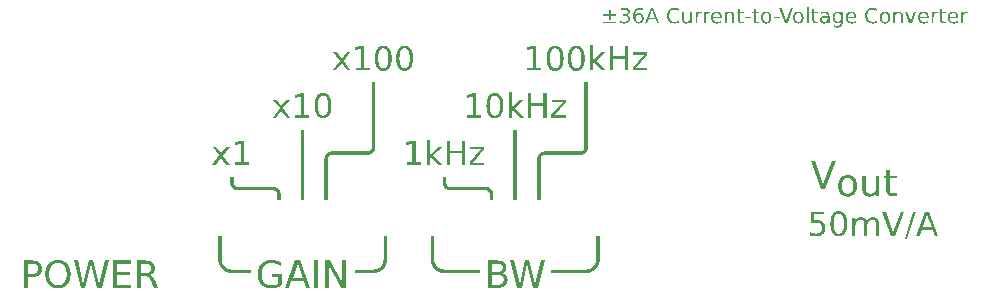
<source format=gbr>
%TF.GenerationSoftware,KiCad,Pcbnew,5.1.7*%
%TF.CreationDate,2020-10-28T23:16:13-04:00*%
%TF.ProjectId,current-sensor-frontpanel,63757272-656e-4742-9d73-656e736f722d,0*%
%TF.SameCoordinates,Original*%
%TF.FileFunction,Legend,Top*%
%TF.FilePolarity,Positive*%
%FSLAX46Y46*%
G04 Gerber Fmt 4.6, Leading zero omitted, Abs format (unit mm)*
G04 Created by KiCad (PCBNEW 5.1.7) date 2020-10-28 23:16:13*
%MOMM*%
%LPD*%
G01*
G04 APERTURE LIST*
%ADD10C,0.100000*%
G04 APERTURE END LIST*
D10*
%TO.C,C6*%
G36*
X115743349Y-143343130D02*
G01*
X115430190Y-143085782D01*
X116137123Y-143085782D01*
X116152612Y-143085853D01*
X116167948Y-143086065D01*
X116183131Y-143086418D01*
X116198162Y-143086913D01*
X116213041Y-143087550D01*
X116227767Y-143088327D01*
X116242340Y-143089246D01*
X116256761Y-143090307D01*
X116271029Y-143091508D01*
X116285145Y-143092852D01*
X116299108Y-143094336D01*
X116312918Y-143095962D01*
X116326577Y-143097729D01*
X116340082Y-143099638D01*
X116353435Y-143101688D01*
X116366635Y-143103880D01*
X116379683Y-143106213D01*
X116392579Y-143108687D01*
X116405321Y-143111302D01*
X116417912Y-143114059D01*
X116430349Y-143116958D01*
X116442634Y-143119998D01*
X116454767Y-143123179D01*
X116466747Y-143126502D01*
X116478574Y-143129965D01*
X116490249Y-143133571D01*
X116501772Y-143137318D01*
X116513142Y-143141206D01*
X116524359Y-143145235D01*
X116535424Y-143149406D01*
X116546336Y-143153718D01*
X116557096Y-143158172D01*
X116567703Y-143162767D01*
X116578157Y-143167504D01*
X116588459Y-143172381D01*
X116598609Y-143177401D01*
X116608606Y-143182561D01*
X116618450Y-143187863D01*
X116628142Y-143193307D01*
X116637681Y-143198891D01*
X116647068Y-143204618D01*
X116656302Y-143210485D01*
X116665383Y-143216494D01*
X116674312Y-143222644D01*
X116683089Y-143228936D01*
X116691713Y-143235369D01*
X116700184Y-143241944D01*
X116708503Y-143248659D01*
X116716670Y-143255517D01*
X116724683Y-143262515D01*
X116733284Y-143270210D01*
X116741695Y-143278059D01*
X116749918Y-143286064D01*
X116757951Y-143294225D01*
X116765796Y-143302540D01*
X116773451Y-143311011D01*
X116780918Y-143319638D01*
X116788195Y-143328419D01*
X116795284Y-143337356D01*
X116802183Y-143346448D01*
X116808893Y-143355696D01*
X116815415Y-143365099D01*
X116821747Y-143374657D01*
X116827890Y-143384371D01*
X116833844Y-143394239D01*
X116839610Y-143404264D01*
X116845186Y-143414443D01*
X116850573Y-143424778D01*
X116855771Y-143435268D01*
X116860780Y-143445913D01*
X116865600Y-143456714D01*
X116870231Y-143467670D01*
X116874674Y-143478782D01*
X116878927Y-143490049D01*
X116882991Y-143501471D01*
X116886866Y-143513048D01*
X116890551Y-143524781D01*
X116894048Y-143536669D01*
X116897356Y-143548712D01*
X116900475Y-143560911D01*
X116903405Y-143573265D01*
X116906146Y-143585774D01*
X116908698Y-143598439D01*
X116911061Y-143611259D01*
X116913234Y-143624234D01*
X116915219Y-143637365D01*
X116917015Y-143650651D01*
X116918621Y-143664092D01*
X116920039Y-143677688D01*
X116921268Y-143691440D01*
X116922307Y-143705347D01*
X116923158Y-143719410D01*
X116923820Y-143733628D01*
X116924292Y-143748001D01*
X116924576Y-143762530D01*
X116924670Y-143777213D01*
X116924576Y-143792030D01*
X116924292Y-143806689D01*
X116923820Y-143821190D01*
X116923158Y-143835532D01*
X116922307Y-143849716D01*
X116921268Y-143863742D01*
X116920039Y-143877610D01*
X116918621Y-143891319D01*
X116917015Y-143904870D01*
X116915219Y-143918263D01*
X116913234Y-143931498D01*
X116911061Y-143944574D01*
X116908698Y-143957492D01*
X116906146Y-143970252D01*
X116903405Y-143982853D01*
X116900475Y-143995297D01*
X116897356Y-144007582D01*
X116894048Y-144019709D01*
X116890551Y-144031677D01*
X116886866Y-144043488D01*
X116882991Y-144055140D01*
X116878927Y-144066633D01*
X116874674Y-144077969D01*
X116870231Y-144089146D01*
X116865600Y-144100165D01*
X116860780Y-144111026D01*
X116855771Y-144121729D01*
X116850573Y-144132273D01*
X116845186Y-144142659D01*
X116839610Y-144152887D01*
X116833844Y-144162957D01*
X116827890Y-144172868D01*
X116821747Y-144182621D01*
X116815415Y-144192216D01*
X116808893Y-144201652D01*
X116802183Y-144210931D01*
X116795284Y-144220051D01*
X116788195Y-144229013D01*
X116780918Y-144237816D01*
X116773451Y-144246462D01*
X116765796Y-144254949D01*
X116757951Y-144263277D01*
X116749918Y-144271448D01*
X116741695Y-144279460D01*
X116733284Y-144287314D01*
X116724683Y-144295010D01*
X116716670Y-144301947D01*
X116708503Y-144308745D01*
X116700184Y-144315402D01*
X116691713Y-144321918D01*
X116683089Y-144328295D01*
X116674312Y-144334532D01*
X116665383Y-144340628D01*
X116656302Y-144346584D01*
X116647068Y-144352400D01*
X116637681Y-144358076D01*
X116628142Y-144363612D01*
X116618450Y-144369008D01*
X116608606Y-144374263D01*
X116598609Y-144379379D01*
X116588459Y-144384354D01*
X116578157Y-144389189D01*
X116567703Y-144393884D01*
X116557096Y-144398439D01*
X116546336Y-144402853D01*
X116535424Y-144407128D01*
X116524359Y-144411262D01*
X116513142Y-144415256D01*
X116501772Y-144419110D01*
X116490249Y-144422824D01*
X116478574Y-144426398D01*
X116466747Y-144429832D01*
X116454767Y-144433125D01*
X116442634Y-144436278D01*
X116430349Y-144439292D01*
X116417912Y-144442165D01*
X116405321Y-144444897D01*
X116392579Y-144447490D01*
X116379683Y-144449943D01*
X116366635Y-144452255D01*
X116353435Y-144454427D01*
X116340082Y-144456460D01*
X116326577Y-144458352D01*
X116312918Y-144460103D01*
X116299108Y-144461715D01*
X116285145Y-144463187D01*
X116271029Y-144464518D01*
X116256761Y-144465709D01*
X116242340Y-144466760D01*
X116227767Y-144467671D01*
X116213041Y-144468442D01*
X116198162Y-144469073D01*
X116183131Y-144469563D01*
X116167948Y-144469914D01*
X116152612Y-144470124D01*
X116137123Y-144470194D01*
X115743349Y-144470194D01*
X115743349Y-145400370D01*
X115430190Y-145400370D01*
X115430190Y-143085782D01*
X115743349Y-143343130D01*
X115743349Y-144212844D01*
X116137123Y-144212844D01*
X116152080Y-144212709D01*
X116166801Y-144212305D01*
X116181287Y-144211633D01*
X116195536Y-144210691D01*
X116209549Y-144209480D01*
X116223327Y-144207999D01*
X116236868Y-144206250D01*
X116250174Y-144204231D01*
X116263243Y-144201944D01*
X116276077Y-144199387D01*
X116288675Y-144196561D01*
X116301036Y-144193466D01*
X116313162Y-144190102D01*
X116325052Y-144186469D01*
X116336706Y-144182566D01*
X116348124Y-144178395D01*
X116359306Y-144173954D01*
X116370252Y-144169244D01*
X116380962Y-144164265D01*
X116391436Y-144159017D01*
X116401674Y-144153500D01*
X116411676Y-144147714D01*
X116421443Y-144141658D01*
X116430973Y-144135334D01*
X116440267Y-144128740D01*
X116449326Y-144121877D01*
X116458148Y-144114745D01*
X116466735Y-144107344D01*
X116475085Y-144099674D01*
X116483176Y-144091755D01*
X116490983Y-144083607D01*
X116498506Y-144075230D01*
X116505745Y-144066625D01*
X116512700Y-144057792D01*
X116519372Y-144048730D01*
X116525759Y-144039439D01*
X116531863Y-144029920D01*
X116537682Y-144020172D01*
X116543218Y-144010195D01*
X116548470Y-143999990D01*
X116553438Y-143989557D01*
X116558122Y-143978895D01*
X116562523Y-143968004D01*
X116566639Y-143956884D01*
X116570472Y-143945537D01*
X116574020Y-143933960D01*
X116577285Y-143922155D01*
X116580266Y-143910121D01*
X116582963Y-143897859D01*
X116585376Y-143885368D01*
X116587505Y-143872649D01*
X116589350Y-143859701D01*
X116590911Y-143846525D01*
X116592189Y-143833119D01*
X116593183Y-143819486D01*
X116593892Y-143805624D01*
X116594318Y-143791533D01*
X116594460Y-143777213D01*
X116594318Y-143762999D01*
X116593892Y-143749009D01*
X116593183Y-143735244D01*
X116592189Y-143721705D01*
X116590911Y-143708390D01*
X116589350Y-143695300D01*
X116587505Y-143682434D01*
X116585376Y-143669794D01*
X116582963Y-143657379D01*
X116580266Y-143645189D01*
X116577285Y-143633223D01*
X116574020Y-143621482D01*
X116570472Y-143609967D01*
X116566639Y-143598676D01*
X116562523Y-143587610D01*
X116558122Y-143576769D01*
X116553438Y-143566153D01*
X116548470Y-143555762D01*
X116543218Y-143545595D01*
X116537682Y-143535654D01*
X116531863Y-143525937D01*
X116525759Y-143516446D01*
X116519372Y-143507179D01*
X116512700Y-143498137D01*
X116505745Y-143489321D01*
X116498506Y-143480729D01*
X116490983Y-143472362D01*
X116483176Y-143464219D01*
X116475085Y-143456302D01*
X116466735Y-143448632D01*
X116458148Y-143441230D01*
X116449326Y-143434098D01*
X116440267Y-143427235D01*
X116430973Y-143420641D01*
X116421443Y-143414317D01*
X116411676Y-143408261D01*
X116401674Y-143402475D01*
X116391436Y-143396957D01*
X116380962Y-143391709D01*
X116370252Y-143386730D01*
X116359306Y-143382020D01*
X116348124Y-143377579D01*
X116336706Y-143373408D01*
X116325052Y-143369505D01*
X116313162Y-143365872D01*
X116301036Y-143362508D01*
X116288675Y-143359413D01*
X116276077Y-143356587D01*
X116263243Y-143354030D01*
X116250174Y-143351742D01*
X116236868Y-143349724D01*
X116223327Y-143347974D01*
X116209549Y-143346494D01*
X116195536Y-143345283D01*
X116181287Y-143344341D01*
X116166801Y-143343668D01*
X116152080Y-143343264D01*
X116137123Y-143343130D01*
X115743349Y-143343130D01*
G37*
G36*
X118284279Y-143298172D02*
G01*
X118284279Y-143043923D01*
X118298147Y-143043990D01*
X118311936Y-143044190D01*
X118325645Y-143044524D01*
X118339274Y-143044991D01*
X118352824Y-143045592D01*
X118366294Y-143046326D01*
X118379684Y-143047194D01*
X118392994Y-143048195D01*
X118406225Y-143049330D01*
X118419376Y-143050599D01*
X118432447Y-143052001D01*
X118445438Y-143053536D01*
X118458350Y-143055205D01*
X118471182Y-143057007D01*
X118483934Y-143058943D01*
X118496607Y-143061013D01*
X118509199Y-143063216D01*
X118521712Y-143065552D01*
X118534146Y-143068022D01*
X118546499Y-143070626D01*
X118558773Y-143073363D01*
X118570967Y-143076234D01*
X118583082Y-143079238D01*
X118595116Y-143082375D01*
X118607071Y-143085646D01*
X118618947Y-143089051D01*
X118630742Y-143092589D01*
X118642458Y-143096261D01*
X118654094Y-143100066D01*
X118665650Y-143104005D01*
X118677127Y-143108077D01*
X118688524Y-143112283D01*
X118699841Y-143116622D01*
X118711078Y-143121095D01*
X118722236Y-143125701D01*
X118733314Y-143130441D01*
X118744312Y-143135314D01*
X118755230Y-143140321D01*
X118766069Y-143145461D01*
X118776828Y-143150735D01*
X118787508Y-143156142D01*
X118798107Y-143161683D01*
X118808627Y-143167357D01*
X118819067Y-143173165D01*
X118829427Y-143179107D01*
X118839708Y-143185182D01*
X118849909Y-143191390D01*
X118860030Y-143197732D01*
X118870072Y-143204208D01*
X118880033Y-143210817D01*
X118889915Y-143217559D01*
X118899718Y-143224435D01*
X118909440Y-143231445D01*
X118919083Y-143238588D01*
X118928646Y-143245864D01*
X118938129Y-143253274D01*
X118947533Y-143260818D01*
X118956857Y-143268495D01*
X118966101Y-143276306D01*
X118975265Y-143284250D01*
X118984350Y-143292327D01*
X118993355Y-143300539D01*
X119002280Y-143308883D01*
X119011126Y-143317361D01*
X119019892Y-143325973D01*
X119028578Y-143334718D01*
X119037184Y-143343597D01*
X119045711Y-143352609D01*
X119054158Y-143361755D01*
X119062525Y-143371034D01*
X119070245Y-143379756D01*
X119077862Y-143388556D01*
X119085375Y-143397436D01*
X119092784Y-143406396D01*
X119100090Y-143415435D01*
X119107292Y-143424553D01*
X119114391Y-143433751D01*
X119121386Y-143443028D01*
X119128277Y-143452384D01*
X119135065Y-143461820D01*
X119141749Y-143471335D01*
X119148329Y-143480929D01*
X119154806Y-143490603D01*
X119161179Y-143500356D01*
X119167448Y-143510189D01*
X119173614Y-143520101D01*
X119179677Y-143530092D01*
X119185635Y-143540163D01*
X119191490Y-143550313D01*
X119197242Y-143560542D01*
X119202889Y-143570851D01*
X119208434Y-143581240D01*
X119213874Y-143591707D01*
X119219211Y-143602254D01*
X119224444Y-143612880D01*
X119229574Y-143623586D01*
X119234600Y-143634371D01*
X119239522Y-143645236D01*
X119244341Y-143656180D01*
X119249056Y-143667203D01*
X119253667Y-143678305D01*
X119258175Y-143689487D01*
X119262579Y-143700749D01*
X119266880Y-143712089D01*
X119271077Y-143723510D01*
X119275170Y-143735009D01*
X119279160Y-143746588D01*
X119283046Y-143758246D01*
X119286828Y-143769984D01*
X119290507Y-143781801D01*
X119294082Y-143793697D01*
X119297554Y-143805673D01*
X119300922Y-143817728D01*
X119304186Y-143829862D01*
X119307347Y-143842076D01*
X119310404Y-143854369D01*
X119313357Y-143866742D01*
X119316207Y-143879194D01*
X119318953Y-143891725D01*
X119321596Y-143904336D01*
X119324135Y-143917026D01*
X119326570Y-143929796D01*
X119328902Y-143942645D01*
X119331130Y-143955573D01*
X119333254Y-143968580D01*
X119335275Y-143981667D01*
X119337192Y-143994834D01*
X119339005Y-144008079D01*
X119340715Y-144021405D01*
X119342321Y-144034809D01*
X119343824Y-144048293D01*
X119345223Y-144061856D01*
X119346518Y-144075499D01*
X119347710Y-144089221D01*
X119348798Y-144103022D01*
X119349783Y-144116903D01*
X119350663Y-144130863D01*
X119351441Y-144144902D01*
X119352114Y-144159021D01*
X119352684Y-144173220D01*
X119353151Y-144187497D01*
X119353513Y-144201854D01*
X119353772Y-144216291D01*
X119353928Y-144230806D01*
X119353980Y-144245401D01*
X119353928Y-144259956D01*
X119353772Y-144274432D01*
X119353513Y-144288829D01*
X119353151Y-144303149D01*
X119352684Y-144317390D01*
X119352114Y-144331553D01*
X119351441Y-144345638D01*
X119350663Y-144359644D01*
X119349783Y-144373572D01*
X119348798Y-144387422D01*
X119347710Y-144401193D01*
X119346518Y-144414887D01*
X119345223Y-144428502D01*
X119343824Y-144442039D01*
X119342321Y-144455497D01*
X119340715Y-144468877D01*
X119339005Y-144482179D01*
X119337192Y-144495403D01*
X119335275Y-144508548D01*
X119333254Y-144521615D01*
X119331130Y-144534604D01*
X119328902Y-144547515D01*
X119326570Y-144560347D01*
X119324135Y-144573101D01*
X119321596Y-144585777D01*
X119318953Y-144598374D01*
X119316207Y-144610893D01*
X119313357Y-144623334D01*
X119310404Y-144635697D01*
X119307347Y-144647981D01*
X119304186Y-144660187D01*
X119300922Y-144672315D01*
X119297554Y-144684365D01*
X119294082Y-144696336D01*
X119290507Y-144708229D01*
X119286828Y-144720044D01*
X119283046Y-144731780D01*
X119279160Y-144743438D01*
X119275170Y-144755018D01*
X119271077Y-144766520D01*
X119266880Y-144777943D01*
X119262579Y-144789288D01*
X119258175Y-144800555D01*
X119253667Y-144811744D01*
X119249056Y-144822854D01*
X119244341Y-144833886D01*
X119239522Y-144844840D01*
X119234600Y-144855715D01*
X119229574Y-144866513D01*
X119224444Y-144877231D01*
X119219211Y-144887872D01*
X119213874Y-144898435D01*
X119208434Y-144908919D01*
X119202889Y-144919324D01*
X119197242Y-144929652D01*
X119191490Y-144939901D01*
X119185635Y-144950072D01*
X119179677Y-144960165D01*
X119173614Y-144970180D01*
X119167448Y-144980116D01*
X119161179Y-144989974D01*
X119154806Y-144999753D01*
X119148329Y-145009455D01*
X119141749Y-145019078D01*
X119135065Y-145028623D01*
X119128277Y-145038089D01*
X119121386Y-145047477D01*
X119114391Y-145056787D01*
X119107292Y-145066019D01*
X119100090Y-145075173D01*
X119092784Y-145084248D01*
X119085375Y-145093245D01*
X119077862Y-145102163D01*
X119070245Y-145111004D01*
X119062525Y-145119766D01*
X119054158Y-145129001D01*
X119045711Y-145138104D01*
X119037184Y-145147073D01*
X119028578Y-145155910D01*
X119019892Y-145164614D01*
X119011126Y-145173185D01*
X119002280Y-145181623D01*
X118993355Y-145189928D01*
X118984350Y-145198100D01*
X118975265Y-145206140D01*
X118966101Y-145214046D01*
X118956857Y-145221820D01*
X118947533Y-145229460D01*
X118938129Y-145236968D01*
X118928646Y-145244343D01*
X118919083Y-145251585D01*
X118909440Y-145258695D01*
X118899718Y-145265671D01*
X118889915Y-145272514D01*
X118880033Y-145279225D01*
X118870072Y-145285803D01*
X118860030Y-145292247D01*
X118849909Y-145298559D01*
X118839708Y-145304738D01*
X118829427Y-145310784D01*
X118819067Y-145316698D01*
X118808627Y-145322478D01*
X118798107Y-145328126D01*
X118787508Y-145333640D01*
X118776828Y-145339022D01*
X118766069Y-145344271D01*
X118755230Y-145349387D01*
X118744312Y-145354370D01*
X118733314Y-145359220D01*
X118722236Y-145363937D01*
X118711078Y-145368522D01*
X118699841Y-145372973D01*
X118688524Y-145377292D01*
X118677127Y-145381478D01*
X118665650Y-145385531D01*
X118654094Y-145389451D01*
X118642458Y-145393238D01*
X118630742Y-145396892D01*
X118618947Y-145400414D01*
X118607071Y-145403802D01*
X118595116Y-145407058D01*
X118583082Y-145410180D01*
X118570967Y-145413170D01*
X118558773Y-145416027D01*
X118546499Y-145418751D01*
X118534146Y-145421343D01*
X118521712Y-145423801D01*
X118509199Y-145426126D01*
X118496607Y-145428319D01*
X118483934Y-145430379D01*
X118471182Y-145432305D01*
X118458350Y-145434099D01*
X118445438Y-145435760D01*
X118432447Y-145437288D01*
X118419376Y-145438684D01*
X118406225Y-145439946D01*
X118392994Y-145441076D01*
X118379684Y-145442072D01*
X118366294Y-145442936D01*
X118352824Y-145443667D01*
X118339274Y-145444265D01*
X118325645Y-145444730D01*
X118311936Y-145445062D01*
X118298147Y-145445261D01*
X118284279Y-145445328D01*
X118270562Y-145445263D01*
X118256922Y-145445070D01*
X118243359Y-145444747D01*
X118229874Y-145444295D01*
X118216467Y-145443713D01*
X118203137Y-145443003D01*
X118189885Y-145442163D01*
X118176710Y-145441195D01*
X118163612Y-145440097D01*
X118150593Y-145438870D01*
X118137650Y-145437513D01*
X118124785Y-145436028D01*
X118111998Y-145434413D01*
X118099288Y-145432670D01*
X118086656Y-145430797D01*
X118074101Y-145428795D01*
X118061623Y-145426663D01*
X118049223Y-145424403D01*
X118036901Y-145422013D01*
X118024656Y-145419495D01*
X118012489Y-145416847D01*
X118000399Y-145414070D01*
X117988386Y-145411164D01*
X117976452Y-145408128D01*
X117964594Y-145404964D01*
X117952814Y-145401670D01*
X117941112Y-145398247D01*
X117929487Y-145394695D01*
X117917940Y-145391014D01*
X117906470Y-145387203D01*
X117895077Y-145383264D01*
X117883762Y-145379195D01*
X117872525Y-145374997D01*
X117861365Y-145370670D01*
X117850283Y-145366214D01*
X117839278Y-145361629D01*
X117828350Y-145356914D01*
X117817501Y-145352070D01*
X117806728Y-145347097D01*
X117796033Y-145341995D01*
X117785416Y-145336764D01*
X117774876Y-145331404D01*
X117764414Y-145325914D01*
X117754029Y-145320296D01*
X117743721Y-145314548D01*
X117733491Y-145308671D01*
X117723339Y-145302664D01*
X117713264Y-145296529D01*
X117703267Y-145290265D01*
X117693347Y-145283871D01*
X117683505Y-145277348D01*
X117673740Y-145270696D01*
X117664052Y-145263915D01*
X117654442Y-145257004D01*
X117644910Y-145249965D01*
X117635455Y-145242796D01*
X117626078Y-145235498D01*
X117616778Y-145228071D01*
X117607555Y-145220515D01*
X117598411Y-145212830D01*
X117589343Y-145205015D01*
X117580353Y-145197072D01*
X117571441Y-145188999D01*
X117562606Y-145180797D01*
X117553849Y-145172465D01*
X117545169Y-145164005D01*
X117536566Y-145155416D01*
X117528041Y-145146697D01*
X117519594Y-145137849D01*
X117511224Y-145128872D01*
X117502932Y-145119766D01*
X117495211Y-145111045D01*
X117487595Y-145102244D01*
X117480081Y-145093364D01*
X117472672Y-145084404D01*
X117465366Y-145075365D01*
X117458164Y-145066247D01*
X117451065Y-145057050D01*
X117444070Y-145047773D01*
X117437179Y-145038416D01*
X117430391Y-145028981D01*
X117423707Y-145019466D01*
X117417127Y-145009871D01*
X117410650Y-145000197D01*
X117404277Y-144990444D01*
X117398007Y-144980612D01*
X117391841Y-144970700D01*
X117385779Y-144960708D01*
X117379820Y-144950638D01*
X117373965Y-144940487D01*
X117368214Y-144930258D01*
X117362566Y-144919949D01*
X117357022Y-144909561D01*
X117351581Y-144899093D01*
X117346244Y-144888546D01*
X117341011Y-144877920D01*
X117335881Y-144867214D01*
X117330855Y-144856429D01*
X117325933Y-144845565D01*
X117321114Y-144834621D01*
X117316399Y-144823598D01*
X117311787Y-144812495D01*
X117307280Y-144801313D01*
X117302875Y-144790052D01*
X117298575Y-144778711D01*
X117294378Y-144767291D01*
X117290284Y-144755792D01*
X117286295Y-144744213D01*
X117282409Y-144732555D01*
X117278626Y-144720817D01*
X117274947Y-144709000D01*
X117271372Y-144697104D01*
X117267900Y-144685128D01*
X117264533Y-144673073D01*
X117261268Y-144660939D01*
X117258108Y-144648725D01*
X117255050Y-144636432D01*
X117252097Y-144624059D01*
X117249247Y-144611607D01*
X117246501Y-144599076D01*
X117243858Y-144586465D01*
X117241320Y-144573775D01*
X117238884Y-144561006D01*
X117236553Y-144548157D01*
X117234325Y-144535229D01*
X117232200Y-144522221D01*
X117230179Y-144509134D01*
X117228262Y-144495968D01*
X117226449Y-144482722D01*
X117224739Y-144469397D01*
X117223133Y-144455993D01*
X117221630Y-144442509D01*
X117220231Y-144428946D01*
X117218936Y-144415303D01*
X117217744Y-144401581D01*
X117216656Y-144387780D01*
X117215671Y-144373899D01*
X117214790Y-144359939D01*
X117214013Y-144345900D01*
X117213340Y-144331781D01*
X117212770Y-144317583D01*
X117212303Y-144303305D01*
X117211941Y-144288948D01*
X117211682Y-144274512D01*
X117211526Y-144259996D01*
X117211474Y-144245401D01*
X117211526Y-144230806D01*
X117211682Y-144216291D01*
X117211941Y-144201854D01*
X117212303Y-144187497D01*
X117212770Y-144173220D01*
X117213340Y-144159021D01*
X117214013Y-144144902D01*
X117214790Y-144130863D01*
X117215671Y-144116903D01*
X117216656Y-144103022D01*
X117217744Y-144089221D01*
X117218936Y-144075499D01*
X117220231Y-144061856D01*
X117221630Y-144048293D01*
X117223133Y-144034809D01*
X117224739Y-144021405D01*
X117226449Y-144008079D01*
X117228262Y-143994834D01*
X117230179Y-143981667D01*
X117232200Y-143968580D01*
X117234325Y-143955573D01*
X117236553Y-143942645D01*
X117238884Y-143929796D01*
X117241320Y-143917026D01*
X117243858Y-143904336D01*
X117246501Y-143891725D01*
X117249247Y-143879194D01*
X117252097Y-143866742D01*
X117255050Y-143854369D01*
X117258108Y-143842076D01*
X117261268Y-143829862D01*
X117264533Y-143817728D01*
X117267900Y-143805673D01*
X117271372Y-143793697D01*
X117274947Y-143781801D01*
X117278626Y-143769984D01*
X117282409Y-143758246D01*
X117286295Y-143746588D01*
X117290284Y-143735009D01*
X117294378Y-143723510D01*
X117298575Y-143712089D01*
X117302875Y-143700749D01*
X117307280Y-143689487D01*
X117311787Y-143678305D01*
X117316399Y-143667203D01*
X117321114Y-143656180D01*
X117325933Y-143645236D01*
X117330855Y-143634371D01*
X117335881Y-143623586D01*
X117341011Y-143612880D01*
X117346244Y-143602254D01*
X117351581Y-143591707D01*
X117357022Y-143581240D01*
X117362566Y-143570851D01*
X117368214Y-143560542D01*
X117373965Y-143550313D01*
X117379820Y-143540163D01*
X117385779Y-143530092D01*
X117391841Y-143520101D01*
X117398007Y-143510189D01*
X117404277Y-143500356D01*
X117410650Y-143490603D01*
X117417127Y-143480929D01*
X117423707Y-143471335D01*
X117430391Y-143461820D01*
X117437179Y-143452384D01*
X117444070Y-143443028D01*
X117451065Y-143433751D01*
X117458164Y-143424553D01*
X117465366Y-143415435D01*
X117472672Y-143406396D01*
X117480081Y-143397436D01*
X117487595Y-143388556D01*
X117495211Y-143379756D01*
X117502932Y-143371034D01*
X117511224Y-143361885D01*
X117519594Y-143352865D01*
X117528041Y-143343975D01*
X117536566Y-143335215D01*
X117545169Y-143326585D01*
X117553849Y-143318084D01*
X117562606Y-143309713D01*
X117571441Y-143301472D01*
X117580353Y-143293361D01*
X117589343Y-143285379D01*
X117598411Y-143277528D01*
X117607555Y-143269806D01*
X117616778Y-143262214D01*
X117626078Y-143254751D01*
X117635455Y-143247419D01*
X117644910Y-143240216D01*
X117654442Y-143233143D01*
X117664052Y-143226199D01*
X117673740Y-143219386D01*
X117683505Y-143212702D01*
X117693347Y-143206148D01*
X117703267Y-143199724D01*
X117713264Y-143193430D01*
X117723339Y-143187265D01*
X117733491Y-143181231D01*
X117743721Y-143175326D01*
X117754029Y-143169550D01*
X117764414Y-143163905D01*
X117774876Y-143158389D01*
X117785416Y-143153003D01*
X117796033Y-143147747D01*
X117806728Y-143142621D01*
X117817501Y-143137624D01*
X117828350Y-143132758D01*
X117839278Y-143128021D01*
X117850283Y-143123413D01*
X117861365Y-143118936D01*
X117872525Y-143114588D01*
X117883762Y-143110371D01*
X117895077Y-143106282D01*
X117906470Y-143102324D01*
X117917940Y-143098496D01*
X117929487Y-143094797D01*
X117941112Y-143091228D01*
X117952814Y-143087789D01*
X117964594Y-143084479D01*
X117976452Y-143081300D01*
X117988386Y-143078250D01*
X118000399Y-143075330D01*
X118012489Y-143072540D01*
X118024656Y-143069879D01*
X118036901Y-143067348D01*
X118049223Y-143064947D01*
X118061623Y-143062676D01*
X118074101Y-143060535D01*
X118086656Y-143058523D01*
X118099288Y-143056641D01*
X118111998Y-143054889D01*
X118124785Y-143053267D01*
X118137650Y-143051775D01*
X118150593Y-143050412D01*
X118163612Y-143049179D01*
X118176710Y-143048076D01*
X118189885Y-143047103D01*
X118203137Y-143046259D01*
X118216467Y-143045545D01*
X118229874Y-143044961D01*
X118243359Y-143044507D01*
X118256922Y-143044183D01*
X118270562Y-143043988D01*
X118284279Y-143043923D01*
X118284279Y-143298172D01*
X118270957Y-143298270D01*
X118257743Y-143298563D01*
X118244636Y-143299052D01*
X118231637Y-143299736D01*
X118218744Y-143300616D01*
X118205959Y-143301691D01*
X118193281Y-143302962D01*
X118180711Y-143304428D01*
X118168248Y-143306090D01*
X118155892Y-143307947D01*
X118143643Y-143310000D01*
X118131502Y-143312248D01*
X118119468Y-143314692D01*
X118107541Y-143317331D01*
X118095722Y-143320166D01*
X118084010Y-143323196D01*
X118072405Y-143326422D01*
X118060907Y-143329843D01*
X118049517Y-143333460D01*
X118038234Y-143337272D01*
X118027058Y-143341280D01*
X118015990Y-143345483D01*
X118005029Y-143349882D01*
X117994175Y-143354476D01*
X117983428Y-143359266D01*
X117972789Y-143364251D01*
X117962257Y-143369432D01*
X117951832Y-143374808D01*
X117941515Y-143380380D01*
X117931305Y-143386147D01*
X117921202Y-143392110D01*
X117911207Y-143398268D01*
X117901318Y-143404622D01*
X117891537Y-143411171D01*
X117881864Y-143417916D01*
X117872297Y-143424856D01*
X117862838Y-143431992D01*
X117853486Y-143439324D01*
X117844242Y-143446850D01*
X117835105Y-143454573D01*
X117826075Y-143462490D01*
X117817152Y-143470604D01*
X117808337Y-143478912D01*
X117799629Y-143487417D01*
X117791028Y-143496117D01*
X117782535Y-143505012D01*
X117774148Y-143514103D01*
X117765869Y-143523389D01*
X117757698Y-143532871D01*
X117749634Y-143542548D01*
X117741676Y-143552421D01*
X117734840Y-143561243D01*
X117728122Y-143570174D01*
X117721523Y-143579216D01*
X117715043Y-143588367D01*
X117708682Y-143597627D01*
X117702440Y-143606998D01*
X117696316Y-143616478D01*
X117690312Y-143626068D01*
X117684426Y-143635767D01*
X117678660Y-143645576D01*
X117673012Y-143655495D01*
X117667483Y-143665523D01*
X117662073Y-143675662D01*
X117656782Y-143685909D01*
X117651610Y-143696267D01*
X117646557Y-143706734D01*
X117641622Y-143717311D01*
X117636807Y-143727998D01*
X117632110Y-143738794D01*
X117627533Y-143749700D01*
X117623074Y-143760716D01*
X117618734Y-143771841D01*
X117614513Y-143783076D01*
X117610411Y-143794420D01*
X117606428Y-143805875D01*
X117602564Y-143817439D01*
X117598818Y-143829113D01*
X117595192Y-143840896D01*
X117591684Y-143852789D01*
X117588296Y-143864792D01*
X117585026Y-143876904D01*
X117581875Y-143889127D01*
X117578843Y-143901458D01*
X117575930Y-143913900D01*
X117573136Y-143926451D01*
X117570461Y-143939112D01*
X117567904Y-143951883D01*
X117565467Y-143964763D01*
X117563148Y-143977753D01*
X117560949Y-143990852D01*
X117558868Y-144004062D01*
X117556906Y-144017381D01*
X117555063Y-144030809D01*
X117553339Y-144044348D01*
X117551734Y-144057996D01*
X117550248Y-144071753D01*
X117548880Y-144085621D01*
X117547632Y-144099598D01*
X117546502Y-144113685D01*
X117545492Y-144127881D01*
X117544600Y-144142187D01*
X117543827Y-144156603D01*
X117543173Y-144171129D01*
X117542638Y-144185764D01*
X117542222Y-144200509D01*
X117541925Y-144215363D01*
X117541746Y-144230327D01*
X117541687Y-144245401D01*
X117541746Y-144260422D01*
X117541925Y-144275334D01*
X117542222Y-144290138D01*
X117542638Y-144304832D01*
X117543173Y-144319418D01*
X117543827Y-144333895D01*
X117544600Y-144348264D01*
X117545492Y-144362523D01*
X117546502Y-144376674D01*
X117547632Y-144390716D01*
X117548880Y-144404649D01*
X117550248Y-144418474D01*
X117551734Y-144432189D01*
X117553339Y-144445796D01*
X117555063Y-144459295D01*
X117556906Y-144472684D01*
X117558868Y-144485965D01*
X117560949Y-144499137D01*
X117563148Y-144512200D01*
X117565467Y-144525155D01*
X117567904Y-144538000D01*
X117570461Y-144550737D01*
X117573136Y-144563365D01*
X117575930Y-144575885D01*
X117578843Y-144588295D01*
X117581875Y-144600597D01*
X117585026Y-144612790D01*
X117588296Y-144624875D01*
X117591684Y-144636850D01*
X117595192Y-144648717D01*
X117598818Y-144660475D01*
X117602564Y-144672125D01*
X117606428Y-144683665D01*
X117610411Y-144695097D01*
X117614513Y-144706420D01*
X117618734Y-144717634D01*
X117623074Y-144728740D01*
X117627533Y-144739737D01*
X117632110Y-144750625D01*
X117636807Y-144761404D01*
X117641622Y-144772074D01*
X117646557Y-144782636D01*
X117651610Y-144793089D01*
X117656782Y-144803433D01*
X117662073Y-144813669D01*
X117667483Y-144823795D01*
X117673012Y-144833813D01*
X117678660Y-144843723D01*
X117684426Y-144853523D01*
X117690312Y-144863215D01*
X117696316Y-144872798D01*
X117702440Y-144882272D01*
X117708682Y-144891637D01*
X117715043Y-144900894D01*
X117721523Y-144910042D01*
X117728122Y-144919081D01*
X117734840Y-144928011D01*
X117741676Y-144936833D01*
X117749634Y-144946705D01*
X117757698Y-144956382D01*
X117765869Y-144965864D01*
X117774148Y-144975150D01*
X117782535Y-144984241D01*
X117791028Y-144993136D01*
X117799629Y-145001836D01*
X117808337Y-145010340D01*
X117817152Y-145018649D01*
X117826075Y-145026762D01*
X117835105Y-145034680D01*
X117844242Y-145042402D01*
X117853486Y-145049929D01*
X117862838Y-145057260D01*
X117872297Y-145064396D01*
X117881864Y-145071336D01*
X117891537Y-145078081D01*
X117901318Y-145084630D01*
X117911207Y-145090983D01*
X117921202Y-145097142D01*
X117931305Y-145103104D01*
X117941515Y-145108872D01*
X117951832Y-145114443D01*
X117962257Y-145119820D01*
X117972789Y-145125000D01*
X117983428Y-145129986D01*
X117994175Y-145134775D01*
X118005029Y-145139369D01*
X118015990Y-145143768D01*
X118027058Y-145147971D01*
X118038234Y-145151979D01*
X118049517Y-145155791D01*
X118060907Y-145159408D01*
X118072405Y-145162829D01*
X118084010Y-145166055D01*
X118095722Y-145169085D01*
X118107541Y-145171920D01*
X118119468Y-145174559D01*
X118131502Y-145177003D01*
X118143643Y-145179251D01*
X118155892Y-145181304D01*
X118168248Y-145183161D01*
X118180711Y-145184823D01*
X118193281Y-145186289D01*
X118205959Y-145187560D01*
X118218744Y-145188635D01*
X118231637Y-145189515D01*
X118244636Y-145190199D01*
X118257743Y-145190688D01*
X118270957Y-145190981D01*
X118284279Y-145191079D01*
X118297599Y-145190981D01*
X118310810Y-145190688D01*
X118323911Y-145190199D01*
X118336902Y-145189515D01*
X118349783Y-145188635D01*
X118362555Y-145187560D01*
X118375217Y-145186289D01*
X118387770Y-145184823D01*
X118400213Y-145183161D01*
X118412546Y-145181304D01*
X118424769Y-145179251D01*
X118436883Y-145177003D01*
X118448887Y-145174559D01*
X118460782Y-145171920D01*
X118472567Y-145169085D01*
X118484242Y-145166055D01*
X118495807Y-145162829D01*
X118507263Y-145159408D01*
X118518609Y-145155791D01*
X118529846Y-145151979D01*
X118540973Y-145147971D01*
X118551990Y-145143768D01*
X118562897Y-145139369D01*
X118573695Y-145134775D01*
X118584383Y-145129986D01*
X118594961Y-145125000D01*
X118605430Y-145119820D01*
X118615789Y-145114443D01*
X118626039Y-145108872D01*
X118636179Y-145103104D01*
X118646209Y-145097142D01*
X118656129Y-145090983D01*
X118665940Y-145084630D01*
X118675641Y-145078081D01*
X118685232Y-145071336D01*
X118694714Y-145064396D01*
X118704086Y-145057260D01*
X118713349Y-145049929D01*
X118722501Y-145042402D01*
X118731544Y-145034680D01*
X118740478Y-145026762D01*
X118749302Y-145018649D01*
X118758016Y-145010340D01*
X118766620Y-145001836D01*
X118775115Y-144993136D01*
X118783500Y-144984241D01*
X118791775Y-144975150D01*
X118799941Y-144965864D01*
X118807997Y-144956382D01*
X118815943Y-144946705D01*
X118823780Y-144936833D01*
X118830617Y-144928011D01*
X118837334Y-144919081D01*
X118843933Y-144910042D01*
X118850413Y-144900894D01*
X118856774Y-144891637D01*
X118863016Y-144882272D01*
X118869140Y-144872798D01*
X118875144Y-144863215D01*
X118881029Y-144853523D01*
X118886796Y-144843723D01*
X118892444Y-144833813D01*
X118897973Y-144823795D01*
X118903382Y-144813669D01*
X118908673Y-144803433D01*
X118913845Y-144793089D01*
X118918899Y-144782636D01*
X118923833Y-144772074D01*
X118928648Y-144761404D01*
X118933345Y-144750625D01*
X118937922Y-144739737D01*
X118942381Y-144728740D01*
X118946721Y-144717634D01*
X118950942Y-144706420D01*
X118955044Y-144695097D01*
X118959027Y-144683665D01*
X118962891Y-144672125D01*
X118966636Y-144660475D01*
X118970263Y-144648717D01*
X118973770Y-144636850D01*
X118977159Y-144624875D01*
X118980428Y-144612790D01*
X118983579Y-144600597D01*
X118986611Y-144588295D01*
X118989524Y-144575885D01*
X118992318Y-144563365D01*
X118994993Y-144550737D01*
X118997550Y-144538000D01*
X118999987Y-144525155D01*
X119002306Y-144512200D01*
X119004505Y-144499137D01*
X119006586Y-144485965D01*
X119008548Y-144472684D01*
X119010391Y-144459295D01*
X119012115Y-144445796D01*
X119013720Y-144432189D01*
X119015206Y-144418474D01*
X119016574Y-144404649D01*
X119017822Y-144390716D01*
X119018951Y-144376674D01*
X119019962Y-144362523D01*
X119020854Y-144348264D01*
X119021627Y-144333895D01*
X119022281Y-144319418D01*
X119022816Y-144304832D01*
X119023232Y-144290138D01*
X119023529Y-144275334D01*
X119023707Y-144260422D01*
X119023767Y-144245401D01*
X119023707Y-144230327D01*
X119023529Y-144215363D01*
X119023232Y-144200509D01*
X119022816Y-144185764D01*
X119022281Y-144171129D01*
X119021627Y-144156603D01*
X119020854Y-144142187D01*
X119019962Y-144127881D01*
X119018951Y-144113685D01*
X119017822Y-144099598D01*
X119016574Y-144085621D01*
X119015206Y-144071753D01*
X119013720Y-144057996D01*
X119012115Y-144044348D01*
X119010391Y-144030809D01*
X119008548Y-144017381D01*
X119006586Y-144004062D01*
X119004505Y-143990852D01*
X119002306Y-143977753D01*
X118999987Y-143964763D01*
X118997550Y-143951883D01*
X118994993Y-143939112D01*
X118992318Y-143926451D01*
X118989524Y-143913900D01*
X118986611Y-143901458D01*
X118983579Y-143889127D01*
X118980428Y-143876904D01*
X118977159Y-143864792D01*
X118973770Y-143852789D01*
X118970263Y-143840896D01*
X118966636Y-143829113D01*
X118962891Y-143817439D01*
X118959027Y-143805875D01*
X118955044Y-143794420D01*
X118950942Y-143783076D01*
X118946721Y-143771841D01*
X118942381Y-143760716D01*
X118937922Y-143749700D01*
X118933345Y-143738794D01*
X118928648Y-143727998D01*
X118923833Y-143717311D01*
X118918899Y-143706734D01*
X118913845Y-143696267D01*
X118908673Y-143685909D01*
X118903382Y-143675662D01*
X118897973Y-143665523D01*
X118892444Y-143655495D01*
X118886796Y-143645576D01*
X118881029Y-143635767D01*
X118875144Y-143626068D01*
X118869140Y-143616478D01*
X118863016Y-143606998D01*
X118856774Y-143597627D01*
X118850413Y-143588367D01*
X118843933Y-143579216D01*
X118837334Y-143570174D01*
X118830617Y-143561243D01*
X118823780Y-143552421D01*
X118815943Y-143542548D01*
X118807997Y-143532871D01*
X118799941Y-143523389D01*
X118791775Y-143514103D01*
X118783500Y-143505012D01*
X118775115Y-143496117D01*
X118766620Y-143487417D01*
X118758016Y-143478912D01*
X118749302Y-143470604D01*
X118740478Y-143462490D01*
X118731544Y-143454573D01*
X118722501Y-143446850D01*
X118713349Y-143439324D01*
X118704086Y-143431992D01*
X118694714Y-143424856D01*
X118685232Y-143417916D01*
X118675641Y-143411171D01*
X118665940Y-143404622D01*
X118656129Y-143398268D01*
X118646209Y-143392110D01*
X118636179Y-143386147D01*
X118626039Y-143380380D01*
X118615789Y-143374808D01*
X118605430Y-143369432D01*
X118594961Y-143364251D01*
X118584383Y-143359266D01*
X118573695Y-143354476D01*
X118562897Y-143349882D01*
X118551990Y-143345483D01*
X118540973Y-143341280D01*
X118529846Y-143337272D01*
X118518609Y-143333460D01*
X118507263Y-143329843D01*
X118495807Y-143326422D01*
X118484242Y-143323196D01*
X118472567Y-143320166D01*
X118460782Y-143317331D01*
X118448887Y-143314692D01*
X118436883Y-143312248D01*
X118424769Y-143310000D01*
X118412546Y-143307947D01*
X118400213Y-143306090D01*
X118387770Y-143304428D01*
X118375217Y-143302962D01*
X118362555Y-143301691D01*
X118349783Y-143300616D01*
X118336902Y-143299736D01*
X118323911Y-143299052D01*
X118310810Y-143298563D01*
X118297599Y-143298270D01*
X118284279Y-143298172D01*
G37*
G36*
X119637685Y-143085782D02*
G01*
X119953943Y-143085782D01*
X120440736Y-145042250D01*
X120925978Y-143085782D01*
X121277895Y-143085782D01*
X121764686Y-145042250D01*
X122249928Y-143085782D01*
X122567737Y-143085782D01*
X121986377Y-145400370D01*
X121592604Y-145400370D01*
X121104261Y-143391189D01*
X120611267Y-145400370D01*
X120217493Y-145400370D01*
X119637685Y-143085782D01*
G37*
G36*
X122983215Y-143085782D02*
G01*
X124446692Y-143085782D01*
X124446692Y-143349333D01*
X123296375Y-143349333D01*
X123296375Y-144034561D01*
X124398633Y-144034561D01*
X124398633Y-144298111D01*
X123296375Y-144298111D01*
X123296375Y-145136819D01*
X124474599Y-145136819D01*
X124474599Y-145400370D01*
X122983215Y-145400370D01*
X122983215Y-143085782D01*
G37*
G36*
X126086902Y-144315165D02*
G01*
X125302454Y-144164784D01*
X125696230Y-144164784D01*
X125711707Y-144164661D01*
X125726919Y-144164290D01*
X125741865Y-144163673D01*
X125756546Y-144162808D01*
X125770961Y-144161697D01*
X125785111Y-144160338D01*
X125798995Y-144158733D01*
X125812614Y-144156880D01*
X125825968Y-144154780D01*
X125839056Y-144152434D01*
X125851878Y-144149840D01*
X125864435Y-144147000D01*
X125876727Y-144143912D01*
X125888753Y-144140577D01*
X125900514Y-144136996D01*
X125912009Y-144133167D01*
X125923239Y-144129091D01*
X125934204Y-144124769D01*
X125944903Y-144120199D01*
X125955336Y-144115382D01*
X125965505Y-144110318D01*
X125975407Y-144105008D01*
X125985045Y-144099450D01*
X125994416Y-144093645D01*
X126003523Y-144087593D01*
X126012364Y-144081295D01*
X126020939Y-144074749D01*
X126029249Y-144067956D01*
X126037294Y-144060916D01*
X126045450Y-144053262D01*
X126053311Y-144045358D01*
X126060874Y-144037205D01*
X126068141Y-144028803D01*
X126075111Y-144020152D01*
X126081785Y-144011251D01*
X126088162Y-144002102D01*
X126094243Y-143992703D01*
X126100027Y-143983055D01*
X126105514Y-143973158D01*
X126110705Y-143963012D01*
X126115599Y-143952617D01*
X126120196Y-143941973D01*
X126124497Y-143931079D01*
X126128501Y-143919936D01*
X126132209Y-143908544D01*
X126135620Y-143896903D01*
X126138734Y-143885013D01*
X126141552Y-143872874D01*
X126144073Y-143860485D01*
X126146298Y-143847848D01*
X126148226Y-143834961D01*
X126149857Y-143821825D01*
X126151192Y-143808440D01*
X126152230Y-143794805D01*
X126152971Y-143780922D01*
X126153416Y-143766789D01*
X126153565Y-143752408D01*
X126153416Y-143738030D01*
X126152971Y-143723909D01*
X126152230Y-143710046D01*
X126151192Y-143696439D01*
X126149857Y-143683090D01*
X126148226Y-143669997D01*
X126146298Y-143657162D01*
X126144073Y-143644583D01*
X126141552Y-143632262D01*
X126138734Y-143620198D01*
X126135620Y-143608391D01*
X126132209Y-143596841D01*
X126128501Y-143585548D01*
X126124497Y-143574512D01*
X126120196Y-143563733D01*
X126115599Y-143553211D01*
X126110705Y-143542946D01*
X126105514Y-143532939D01*
X126100027Y-143523188D01*
X126094243Y-143513695D01*
X126088162Y-143504458D01*
X126081785Y-143495479D01*
X126075111Y-143486756D01*
X126068141Y-143478291D01*
X126060874Y-143470083D01*
X126053311Y-143462132D01*
X126045450Y-143454438D01*
X126037294Y-143447001D01*
X126029249Y-143439961D01*
X126020939Y-143433168D01*
X126012364Y-143426622D01*
X126003523Y-143420323D01*
X125994416Y-143414271D01*
X125985045Y-143408466D01*
X125975407Y-143402908D01*
X125965505Y-143397597D01*
X125955336Y-143392533D01*
X125944903Y-143387717D01*
X125934204Y-143383147D01*
X125923239Y-143378824D01*
X125912009Y-143374748D01*
X125900514Y-143370919D01*
X125888753Y-143367338D01*
X125876727Y-143364003D01*
X125864435Y-143360915D01*
X125851878Y-143358074D01*
X125839056Y-143355481D01*
X125825968Y-143353134D01*
X125812614Y-143351034D01*
X125798995Y-143349182D01*
X125785111Y-143347576D01*
X125770961Y-143346218D01*
X125756546Y-143345106D01*
X125741865Y-143344241D01*
X125726919Y-143343624D01*
X125711707Y-143343253D01*
X125696230Y-143343130D01*
X125302454Y-143343130D01*
X125302454Y-144164784D01*
X126086902Y-144315165D01*
X126096964Y-144318769D01*
X126106994Y-144322761D01*
X126116994Y-144327141D01*
X126126962Y-144331908D01*
X126136899Y-144337062D01*
X126146806Y-144342604D01*
X126156681Y-144348534D01*
X126166525Y-144354852D01*
X126176339Y-144361557D01*
X126186121Y-144368649D01*
X126195872Y-144376129D01*
X126205593Y-144383997D01*
X126215282Y-144392252D01*
X126224940Y-144400895D01*
X126234567Y-144409926D01*
X126244164Y-144419344D01*
X126253729Y-144429150D01*
X126263263Y-144439343D01*
X126272766Y-144449924D01*
X126282239Y-144460892D01*
X126289104Y-144468972D01*
X126295970Y-144477265D01*
X126302835Y-144485772D01*
X126309701Y-144494492D01*
X126316567Y-144503426D01*
X126323432Y-144512574D01*
X126330298Y-144521935D01*
X126337163Y-144531509D01*
X126344029Y-144541298D01*
X126350895Y-144551299D01*
X126357760Y-144561515D01*
X126364626Y-144571943D01*
X126371492Y-144582586D01*
X126378357Y-144593442D01*
X126385223Y-144604511D01*
X126392088Y-144615794D01*
X126398954Y-144627291D01*
X126405820Y-144639001D01*
X126412685Y-144650925D01*
X126419551Y-144663062D01*
X126426417Y-144675413D01*
X126433282Y-144687978D01*
X126440148Y-144700756D01*
X126447013Y-144713747D01*
X126453879Y-144726952D01*
X126460745Y-144740371D01*
X126467610Y-144754003D01*
X126474476Y-144767849D01*
X126792286Y-145400370D01*
X126455873Y-145400370D01*
X126159767Y-144806607D01*
X126152126Y-144791278D01*
X126144499Y-144776297D01*
X126136885Y-144761664D01*
X126129285Y-144747379D01*
X126121699Y-144733441D01*
X126114127Y-144719852D01*
X126106568Y-144706611D01*
X126099023Y-144693718D01*
X126091492Y-144681172D01*
X126083975Y-144668975D01*
X126076472Y-144657125D01*
X126068982Y-144645624D01*
X126061506Y-144634471D01*
X126054044Y-144623665D01*
X126046596Y-144613207D01*
X126039161Y-144603098D01*
X126031740Y-144593336D01*
X126024333Y-144583922D01*
X126016940Y-144574857D01*
X126009561Y-144566139D01*
X126002195Y-144557769D01*
X125994843Y-144549747D01*
X125987505Y-144542073D01*
X125980181Y-144534747D01*
X125972870Y-144527769D01*
X125965573Y-144521139D01*
X125958291Y-144514857D01*
X125951021Y-144508923D01*
X125943766Y-144503337D01*
X125936524Y-144498098D01*
X125927473Y-144491900D01*
X125918147Y-144485965D01*
X125908546Y-144480294D01*
X125898671Y-144474887D01*
X125888522Y-144469744D01*
X125878098Y-144464864D01*
X125867399Y-144460248D01*
X125856426Y-144455896D01*
X125845178Y-144451808D01*
X125833656Y-144447983D01*
X125821860Y-144444423D01*
X125809788Y-144441126D01*
X125797443Y-144438092D01*
X125784822Y-144435323D01*
X125771927Y-144432817D01*
X125758758Y-144430575D01*
X125745314Y-144428597D01*
X125731596Y-144426882D01*
X125717603Y-144425432D01*
X125703335Y-144424245D01*
X125688793Y-144423322D01*
X125673977Y-144422662D01*
X125658886Y-144422266D01*
X125643520Y-144422135D01*
X125302454Y-144422135D01*
X125302454Y-145400370D01*
X124989295Y-145400370D01*
X124989295Y-143085782D01*
X125696230Y-143085782D01*
X125712024Y-143085849D01*
X125727658Y-143086048D01*
X125743130Y-143086379D01*
X125758440Y-143086844D01*
X125773590Y-143087441D01*
X125788578Y-143088171D01*
X125803405Y-143089033D01*
X125818071Y-143090029D01*
X125832575Y-143091157D01*
X125846918Y-143092417D01*
X125861101Y-143093811D01*
X125875121Y-143095337D01*
X125888981Y-143096996D01*
X125902679Y-143098787D01*
X125916217Y-143100711D01*
X125929592Y-143102768D01*
X125942807Y-143104958D01*
X125955861Y-143107280D01*
X125968753Y-143109735D01*
X125981484Y-143112323D01*
X125994054Y-143115043D01*
X126006462Y-143117897D01*
X126018709Y-143120882D01*
X126030795Y-143124001D01*
X126042720Y-143127252D01*
X126054484Y-143130636D01*
X126066086Y-143134153D01*
X126077527Y-143137802D01*
X126088807Y-143141584D01*
X126099926Y-143145499D01*
X126110884Y-143149546D01*
X126121680Y-143153727D01*
X126132315Y-143158039D01*
X126142788Y-143162485D01*
X126153101Y-143167063D01*
X126163252Y-143171774D01*
X126173242Y-143176618D01*
X126183071Y-143181594D01*
X126192739Y-143186703D01*
X126202245Y-143191945D01*
X126211590Y-143197320D01*
X126220774Y-143202827D01*
X126229797Y-143208467D01*
X126238658Y-143214239D01*
X126247359Y-143220145D01*
X126255898Y-143226183D01*
X126264275Y-143232354D01*
X126272492Y-143238657D01*
X126280547Y-143245093D01*
X126288441Y-143251662D01*
X126297026Y-143259118D01*
X126305419Y-143266741D01*
X126313618Y-143274531D01*
X126321624Y-143282487D01*
X126329438Y-143290611D01*
X126337058Y-143298901D01*
X126344486Y-143307359D01*
X126351720Y-143315983D01*
X126358762Y-143324774D01*
X126365611Y-143333732D01*
X126372267Y-143342857D01*
X126378730Y-143352149D01*
X126385000Y-143361608D01*
X126391077Y-143371233D01*
X126396961Y-143381026D01*
X126402653Y-143390985D01*
X126408151Y-143401112D01*
X126413456Y-143411405D01*
X126418569Y-143421865D01*
X126423488Y-143432492D01*
X126428215Y-143443286D01*
X126432749Y-143454247D01*
X126437090Y-143465374D01*
X126441237Y-143476669D01*
X126445192Y-143488130D01*
X126448954Y-143499759D01*
X126452524Y-143511554D01*
X126455900Y-143523516D01*
X126459083Y-143535645D01*
X126462073Y-143547941D01*
X126464871Y-143560404D01*
X126467475Y-143573034D01*
X126469887Y-143585830D01*
X126472105Y-143598794D01*
X126474131Y-143611924D01*
X126475964Y-143625222D01*
X126477604Y-143638686D01*
X126479051Y-143652317D01*
X126480305Y-143666115D01*
X126481366Y-143680080D01*
X126482234Y-143694212D01*
X126482909Y-143708510D01*
X126483392Y-143722976D01*
X126483681Y-143737608D01*
X126483777Y-143752408D01*
X126483664Y-143766898D01*
X126483323Y-143781223D01*
X126482754Y-143795382D01*
X126481958Y-143809376D01*
X126480935Y-143823205D01*
X126479685Y-143836868D01*
X126478207Y-143850366D01*
X126476501Y-143863698D01*
X126474569Y-143876866D01*
X126472409Y-143889867D01*
X126470021Y-143902704D01*
X126467406Y-143915375D01*
X126464564Y-143927881D01*
X126461495Y-143940221D01*
X126458198Y-143952396D01*
X126454673Y-143964405D01*
X126450922Y-143976250D01*
X126446943Y-143987929D01*
X126442736Y-143999442D01*
X126438302Y-144010790D01*
X126433641Y-144021973D01*
X126428753Y-144032990D01*
X126423637Y-144043842D01*
X126418293Y-144054529D01*
X126412723Y-144065050D01*
X126406925Y-144075406D01*
X126400899Y-144085596D01*
X126394646Y-144095621D01*
X126388166Y-144105481D01*
X126381459Y-144115176D01*
X126374398Y-144125014D01*
X126367117Y-144134642D01*
X126359614Y-144144060D01*
X126351890Y-144153268D01*
X126343945Y-144162265D01*
X126335779Y-144171053D01*
X126327392Y-144179630D01*
X126318783Y-144187997D01*
X126309953Y-144196154D01*
X126300902Y-144204101D01*
X126291630Y-144211838D01*
X126282136Y-144219365D01*
X126272422Y-144226681D01*
X126262486Y-144233788D01*
X126252329Y-144240684D01*
X126241950Y-144247370D01*
X126231351Y-144253846D01*
X126220530Y-144260111D01*
X126209488Y-144266167D01*
X126198225Y-144272013D01*
X126186741Y-144277648D01*
X126175035Y-144283073D01*
X126163108Y-144288288D01*
X126150960Y-144293293D01*
X126138591Y-144298088D01*
X126126001Y-144302672D01*
X126113189Y-144307047D01*
X126100156Y-144311211D01*
X126086902Y-144315165D01*
G37*
G36*
X152936653Y-130766099D02*
G01*
X153391405Y-130766099D01*
X153391405Y-129196514D01*
X152896689Y-129295734D01*
X152896689Y-129042176D01*
X153388649Y-128942955D01*
X153667012Y-128942955D01*
X153667012Y-130766099D01*
X154121764Y-130766099D01*
X154121764Y-131000366D01*
X152936653Y-131000366D01*
X152936653Y-130766099D01*
G37*
G36*
X155279315Y-129126234D02*
G01*
X155279315Y-128905750D01*
X155292558Y-128905851D01*
X155305680Y-128906155D01*
X155318680Y-128906662D01*
X155331558Y-128907372D01*
X155344316Y-128908285D01*
X155356952Y-128909401D01*
X155369467Y-128910719D01*
X155381861Y-128912240D01*
X155394133Y-128913964D01*
X155406284Y-128915891D01*
X155418314Y-128918021D01*
X155430223Y-128920353D01*
X155442010Y-128922889D01*
X155453676Y-128925627D01*
X155465220Y-128928568D01*
X155476644Y-128931712D01*
X155487946Y-128935059D01*
X155499126Y-128938608D01*
X155510186Y-128942361D01*
X155521124Y-128946316D01*
X155531941Y-128950474D01*
X155542636Y-128954835D01*
X155553211Y-128959399D01*
X155563664Y-128964165D01*
X155573995Y-128969135D01*
X155584206Y-128974307D01*
X155594295Y-128979682D01*
X155604262Y-128985260D01*
X155614109Y-128991040D01*
X155623834Y-128997024D01*
X155633438Y-129003210D01*
X155642921Y-129009599D01*
X155652282Y-129016191D01*
X155661522Y-129022986D01*
X155670641Y-129029984D01*
X155679638Y-129037185D01*
X155688515Y-129044588D01*
X155697269Y-129052194D01*
X155705903Y-129060003D01*
X155714415Y-129068015D01*
X155722806Y-129076230D01*
X155731076Y-129084647D01*
X155739224Y-129093268D01*
X155747252Y-129102091D01*
X155755157Y-129111117D01*
X155762942Y-129120346D01*
X155770605Y-129129777D01*
X155778147Y-129139412D01*
X155785568Y-129149249D01*
X155792867Y-129159289D01*
X155800045Y-129169532D01*
X155807102Y-129179978D01*
X155812698Y-129188432D01*
X155818207Y-129197004D01*
X155823630Y-129205693D01*
X155828965Y-129214499D01*
X155834214Y-129223423D01*
X155839376Y-129232464D01*
X155844452Y-129241623D01*
X155849440Y-129250899D01*
X155854342Y-129260293D01*
X155859158Y-129269803D01*
X155863886Y-129279432D01*
X155868528Y-129289178D01*
X155873082Y-129299041D01*
X155877550Y-129309021D01*
X155881932Y-129319119D01*
X155886226Y-129329335D01*
X155890434Y-129339668D01*
X155894555Y-129350118D01*
X155898590Y-129360686D01*
X155902537Y-129371371D01*
X155906398Y-129382173D01*
X155910172Y-129393093D01*
X155913859Y-129404130D01*
X155917460Y-129415285D01*
X155920973Y-129426557D01*
X155924400Y-129437947D01*
X155927741Y-129449454D01*
X155930994Y-129461079D01*
X155934161Y-129472820D01*
X155937241Y-129484680D01*
X155940234Y-129496656D01*
X155943140Y-129508750D01*
X155945960Y-129520962D01*
X155948693Y-129533291D01*
X155951339Y-129545737D01*
X155953899Y-129558301D01*
X155956371Y-129570982D01*
X155958757Y-129583781D01*
X155961056Y-129596697D01*
X155963269Y-129609731D01*
X155965394Y-129622881D01*
X155967433Y-129636150D01*
X155969385Y-129649535D01*
X155971250Y-129663039D01*
X155973029Y-129676659D01*
X155974721Y-129690397D01*
X155976326Y-129704252D01*
X155977844Y-129718225D01*
X155979276Y-129732316D01*
X155980620Y-129746523D01*
X155981878Y-129760848D01*
X155983050Y-129775291D01*
X155984134Y-129789851D01*
X155985132Y-129804528D01*
X155986043Y-129819323D01*
X155986867Y-129834235D01*
X155987604Y-129849264D01*
X155988255Y-129864411D01*
X155988819Y-129879676D01*
X155989296Y-129895058D01*
X155989687Y-129910557D01*
X155989990Y-129926174D01*
X155990207Y-129941908D01*
X155990337Y-129957759D01*
X155990381Y-129973728D01*
X155990337Y-129989655D01*
X155990207Y-130005466D01*
X155989990Y-130021161D01*
X155989687Y-130036740D01*
X155989296Y-130052203D01*
X155988819Y-130067549D01*
X155988255Y-130082780D01*
X155987604Y-130097894D01*
X155986867Y-130112892D01*
X155986043Y-130127774D01*
X155985132Y-130142540D01*
X155984134Y-130157190D01*
X155983050Y-130171724D01*
X155981878Y-130186142D01*
X155980620Y-130200443D01*
X155979276Y-130214629D01*
X155977844Y-130228698D01*
X155976326Y-130242651D01*
X155974721Y-130256488D01*
X155973029Y-130270209D01*
X155971250Y-130283814D01*
X155969385Y-130297303D01*
X155967433Y-130310676D01*
X155965394Y-130323932D01*
X155963269Y-130337073D01*
X155961056Y-130350097D01*
X155958757Y-130363005D01*
X155956371Y-130375797D01*
X155953899Y-130388473D01*
X155951339Y-130401033D01*
X155948693Y-130413477D01*
X155945960Y-130425804D01*
X155943140Y-130438016D01*
X155940234Y-130450111D01*
X155937241Y-130462090D01*
X155934161Y-130473954D01*
X155930994Y-130485701D01*
X155927741Y-130497331D01*
X155924400Y-130508846D01*
X155920973Y-130520245D01*
X155917460Y-130531528D01*
X155913859Y-130542694D01*
X155910172Y-130553744D01*
X155906398Y-130564679D01*
X155902537Y-130575497D01*
X155898590Y-130586199D01*
X155894555Y-130596785D01*
X155890434Y-130607255D01*
X155886226Y-130617608D01*
X155881932Y-130627846D01*
X155877550Y-130637967D01*
X155873082Y-130647973D01*
X155868528Y-130657862D01*
X155863886Y-130667635D01*
X155859158Y-130677292D01*
X155854342Y-130686833D01*
X155849440Y-130696258D01*
X155844452Y-130705566D01*
X155839376Y-130714759D01*
X155834214Y-130723835D01*
X155828965Y-130732795D01*
X155823630Y-130741640D01*
X155818207Y-130750368D01*
X155812698Y-130758980D01*
X155807102Y-130767476D01*
X155799906Y-130778071D01*
X155792583Y-130788456D01*
X155785135Y-130798632D01*
X155777560Y-130808597D01*
X155769859Y-130818353D01*
X155762032Y-130827900D01*
X155754079Y-130837236D01*
X155746000Y-130846362D01*
X155737795Y-130855279D01*
X155729464Y-130863986D01*
X155721007Y-130872483D01*
X155712423Y-130880770D01*
X155703714Y-130888848D01*
X155694878Y-130896716D01*
X155685916Y-130904374D01*
X155676829Y-130911822D01*
X155667615Y-130919060D01*
X155658275Y-130926088D01*
X155648809Y-130932907D01*
X155639217Y-130939516D01*
X155629498Y-130945915D01*
X155619654Y-130952104D01*
X155609683Y-130958084D01*
X155599587Y-130963853D01*
X155589364Y-130969413D01*
X155579015Y-130974763D01*
X155568541Y-130979904D01*
X155557940Y-130984834D01*
X155547213Y-130989555D01*
X155536359Y-130994065D01*
X155525380Y-130998366D01*
X155514275Y-131002458D01*
X155503043Y-131006339D01*
X155491686Y-131010011D01*
X155480202Y-131013472D01*
X155468593Y-131016724D01*
X155456857Y-131019767D01*
X155444995Y-131022599D01*
X155433007Y-131025221D01*
X155420893Y-131027634D01*
X155408653Y-131029837D01*
X155396286Y-131031830D01*
X155383794Y-131033614D01*
X155371175Y-131035187D01*
X155358431Y-131036551D01*
X155345560Y-131037705D01*
X155332563Y-131038649D01*
X155319441Y-131039383D01*
X155306192Y-131039908D01*
X155292817Y-131040223D01*
X155279315Y-131040327D01*
X155265814Y-131040223D01*
X155252437Y-131039908D01*
X155239185Y-131039383D01*
X155226059Y-131038649D01*
X155213057Y-131037705D01*
X155200181Y-131036551D01*
X155187429Y-131035187D01*
X155174803Y-131033614D01*
X155162302Y-131031830D01*
X155149925Y-131029837D01*
X155137674Y-131027634D01*
X155125548Y-131025221D01*
X155113546Y-131022599D01*
X155101670Y-131019767D01*
X155089919Y-131016724D01*
X155078293Y-131013472D01*
X155066792Y-131010011D01*
X155055416Y-131006339D01*
X155044164Y-131002458D01*
X155033038Y-130998366D01*
X155022038Y-130994065D01*
X155011162Y-130989555D01*
X155000411Y-130984834D01*
X154989785Y-130979904D01*
X154979284Y-130974763D01*
X154968908Y-130969413D01*
X154958657Y-130963853D01*
X154948532Y-130958084D01*
X154938531Y-130952104D01*
X154928655Y-130945915D01*
X154918905Y-130939516D01*
X154909279Y-130932907D01*
X154899779Y-130926088D01*
X154890403Y-130919060D01*
X154881153Y-130911822D01*
X154872027Y-130904374D01*
X154863027Y-130896716D01*
X154854151Y-130888848D01*
X154845401Y-130880770D01*
X154836776Y-130872483D01*
X154828275Y-130863986D01*
X154819900Y-130855279D01*
X154811650Y-130846362D01*
X154803525Y-130837236D01*
X154795525Y-130827900D01*
X154787650Y-130818353D01*
X154779899Y-130808597D01*
X154772274Y-130798632D01*
X154764774Y-130788456D01*
X154757400Y-130778071D01*
X154750150Y-130767476D01*
X154744596Y-130758980D01*
X154739128Y-130750368D01*
X154733746Y-130741640D01*
X154728450Y-130732795D01*
X154723241Y-130723835D01*
X154718118Y-130714759D01*
X154713080Y-130705566D01*
X154708129Y-130696258D01*
X154703264Y-130686833D01*
X154698485Y-130677292D01*
X154693792Y-130667635D01*
X154689185Y-130657862D01*
X154684665Y-130647973D01*
X154680230Y-130637967D01*
X154675882Y-130627846D01*
X154671620Y-130617608D01*
X154667443Y-130607255D01*
X154663353Y-130596785D01*
X154659349Y-130586199D01*
X154655431Y-130575497D01*
X154651600Y-130564679D01*
X154647854Y-130553744D01*
X154644194Y-130542694D01*
X154640621Y-130531528D01*
X154637133Y-130520245D01*
X154633732Y-130508846D01*
X154630417Y-130497331D01*
X154627188Y-130485701D01*
X154624045Y-130473954D01*
X154620988Y-130462090D01*
X154618018Y-130450111D01*
X154615133Y-130438016D01*
X154612335Y-130425804D01*
X154609622Y-130413477D01*
X154606996Y-130401033D01*
X154604456Y-130388473D01*
X154602002Y-130375797D01*
X154599634Y-130363005D01*
X154597352Y-130350097D01*
X154595156Y-130337073D01*
X154593046Y-130323932D01*
X154591023Y-130310676D01*
X154589085Y-130297303D01*
X154587234Y-130283814D01*
X154585469Y-130270209D01*
X154583790Y-130256488D01*
X154582197Y-130242651D01*
X154580690Y-130228698D01*
X154579269Y-130214629D01*
X154577935Y-130200443D01*
X154576686Y-130186142D01*
X154575524Y-130171724D01*
X154574447Y-130157190D01*
X154573457Y-130142540D01*
X154572553Y-130127774D01*
X154571735Y-130112892D01*
X154571003Y-130097894D01*
X154570357Y-130082780D01*
X154569797Y-130067549D01*
X154569324Y-130052203D01*
X154568936Y-130036740D01*
X154568635Y-130021161D01*
X154568420Y-130005466D01*
X154568291Y-129989655D01*
X154568247Y-129973728D01*
X154568291Y-129957759D01*
X154568420Y-129941908D01*
X154568635Y-129926174D01*
X154568936Y-129910557D01*
X154569324Y-129895058D01*
X154569797Y-129879676D01*
X154570357Y-129864411D01*
X154571003Y-129849264D01*
X154571735Y-129834235D01*
X154572553Y-129819323D01*
X154573457Y-129804528D01*
X154574447Y-129789851D01*
X154575524Y-129775291D01*
X154576686Y-129760848D01*
X154577935Y-129746523D01*
X154579269Y-129732316D01*
X154580690Y-129718225D01*
X154582197Y-129704252D01*
X154583790Y-129690397D01*
X154585469Y-129676659D01*
X154587234Y-129663039D01*
X154589085Y-129649535D01*
X154591023Y-129636150D01*
X154593046Y-129622881D01*
X154595156Y-129609731D01*
X154597352Y-129596697D01*
X154599634Y-129583781D01*
X154602002Y-129570982D01*
X154604456Y-129558301D01*
X154606996Y-129545737D01*
X154609622Y-129533291D01*
X154612335Y-129520962D01*
X154615133Y-129508750D01*
X154618018Y-129496656D01*
X154620988Y-129484680D01*
X154624045Y-129472820D01*
X154627188Y-129461079D01*
X154630417Y-129449454D01*
X154633732Y-129437947D01*
X154637133Y-129426557D01*
X154640621Y-129415285D01*
X154644194Y-129404130D01*
X154647854Y-129393093D01*
X154651600Y-129382173D01*
X154655431Y-129371371D01*
X154659349Y-129360686D01*
X154663353Y-129350118D01*
X154667443Y-129339668D01*
X154671620Y-129329335D01*
X154675882Y-129319119D01*
X154680230Y-129309021D01*
X154684665Y-129299041D01*
X154689185Y-129289178D01*
X154693792Y-129279432D01*
X154698485Y-129269803D01*
X154703264Y-129260293D01*
X154708129Y-129250899D01*
X154713080Y-129241623D01*
X154718118Y-129232464D01*
X154723241Y-129223423D01*
X154728450Y-129214499D01*
X154733746Y-129205693D01*
X154739128Y-129197004D01*
X154744596Y-129188432D01*
X154750150Y-129179978D01*
X154757259Y-129169532D01*
X154764488Y-129159289D01*
X154771838Y-129149249D01*
X154779308Y-129139412D01*
X154786899Y-129129777D01*
X154794610Y-129120346D01*
X154802441Y-129111117D01*
X154810392Y-129102091D01*
X154818463Y-129093268D01*
X154826655Y-129084647D01*
X154834967Y-129076230D01*
X154843399Y-129068015D01*
X154851952Y-129060003D01*
X154860625Y-129052194D01*
X154869418Y-129044588D01*
X154878331Y-129037185D01*
X154887365Y-129029984D01*
X154896519Y-129022986D01*
X154905793Y-129016191D01*
X154915188Y-129009599D01*
X154924703Y-129003210D01*
X154934338Y-128997024D01*
X154944093Y-128991040D01*
X154953968Y-128985260D01*
X154963964Y-128979682D01*
X154974080Y-128974307D01*
X154984317Y-128969135D01*
X154994674Y-128964165D01*
X155005150Y-128959399D01*
X155015748Y-128954835D01*
X155026465Y-128950474D01*
X155037303Y-128946316D01*
X155048261Y-128942361D01*
X155059339Y-128938608D01*
X155070538Y-128935059D01*
X155081857Y-128931712D01*
X155093296Y-128928568D01*
X155104855Y-128925627D01*
X155116535Y-128922889D01*
X155128335Y-128920353D01*
X155140255Y-128918021D01*
X155152296Y-128915891D01*
X155164456Y-128913964D01*
X155176737Y-128912240D01*
X155189139Y-128910719D01*
X155201660Y-128909401D01*
X155214302Y-128908285D01*
X155227064Y-128907372D01*
X155239947Y-128906662D01*
X155252949Y-128906155D01*
X155266072Y-128905851D01*
X155279315Y-128905750D01*
X155279315Y-129126234D01*
X155267118Y-129126408D01*
X155255094Y-129126927D01*
X155243242Y-129127793D01*
X155231565Y-129129006D01*
X155220060Y-129130565D01*
X155208729Y-129132471D01*
X155197570Y-129134723D01*
X155186586Y-129137322D01*
X155175774Y-129140267D01*
X155165135Y-129143558D01*
X155154670Y-129147196D01*
X155144378Y-129151181D01*
X155134260Y-129155512D01*
X155124314Y-129160189D01*
X155114542Y-129165213D01*
X155104943Y-129170583D01*
X155095517Y-129176300D01*
X155086264Y-129182364D01*
X155077185Y-129188773D01*
X155068279Y-129195530D01*
X155059546Y-129202632D01*
X155050986Y-129210082D01*
X155042600Y-129217877D01*
X155034387Y-129226020D01*
X155026347Y-129234508D01*
X155018480Y-129243343D01*
X155010787Y-129252525D01*
X155003267Y-129262053D01*
X154995920Y-129271928D01*
X154988746Y-129282149D01*
X154981745Y-129292716D01*
X154974918Y-129303630D01*
X154968264Y-129314891D01*
X154961783Y-129326498D01*
X154955476Y-129338451D01*
X154951219Y-129346970D01*
X154947049Y-129355660D01*
X154942964Y-129364521D01*
X154938966Y-129373553D01*
X154935053Y-129382755D01*
X154931227Y-129392129D01*
X154927486Y-129401673D01*
X154923832Y-129411388D01*
X154920263Y-129421274D01*
X154916781Y-129431331D01*
X154913384Y-129441559D01*
X154910074Y-129451958D01*
X154906849Y-129462527D01*
X154903711Y-129473268D01*
X154900658Y-129484179D01*
X154897692Y-129495261D01*
X154894811Y-129506514D01*
X154892016Y-129517938D01*
X154889308Y-129529533D01*
X154886685Y-129541299D01*
X154884148Y-129553236D01*
X154881698Y-129565343D01*
X154879333Y-129577621D01*
X154877054Y-129590071D01*
X154874862Y-129602691D01*
X154872755Y-129615482D01*
X154870734Y-129628443D01*
X154868800Y-129641576D01*
X154866951Y-129654880D01*
X154865188Y-129668354D01*
X154863511Y-129682000D01*
X154861920Y-129695816D01*
X154860416Y-129709803D01*
X154858997Y-129723961D01*
X154857664Y-129738290D01*
X154856417Y-129752790D01*
X154855256Y-129767460D01*
X154854182Y-129782302D01*
X154853193Y-129797314D01*
X154852290Y-129812497D01*
X154851473Y-129827852D01*
X154850742Y-129843377D01*
X154850097Y-129859072D01*
X154849538Y-129874939D01*
X154849065Y-129890977D01*
X154848678Y-129907185D01*
X154848377Y-129923565D01*
X154848162Y-129940115D01*
X154848033Y-129956836D01*
X154847990Y-129973728D01*
X154848033Y-129990566D01*
X154848162Y-130007235D01*
X154848377Y-130023736D01*
X154848678Y-130040068D01*
X154849065Y-130056231D01*
X154849538Y-130072226D01*
X154850097Y-130088052D01*
X154850742Y-130103709D01*
X154851473Y-130119198D01*
X154852290Y-130134517D01*
X154853193Y-130149669D01*
X154854182Y-130164651D01*
X154855256Y-130179465D01*
X154856417Y-130194110D01*
X154857664Y-130208587D01*
X154858997Y-130222895D01*
X154860416Y-130237034D01*
X154861920Y-130251005D01*
X154863511Y-130264806D01*
X154865188Y-130278440D01*
X154866951Y-130291904D01*
X154868800Y-130305200D01*
X154870734Y-130318327D01*
X154872755Y-130331286D01*
X154874862Y-130344075D01*
X154877054Y-130356697D01*
X154879333Y-130369149D01*
X154881698Y-130381433D01*
X154884148Y-130393548D01*
X154886685Y-130405494D01*
X154889308Y-130417272D01*
X154892016Y-130428881D01*
X154894811Y-130440322D01*
X154897692Y-130451594D01*
X154900658Y-130462697D01*
X154903711Y-130473631D01*
X154906849Y-130484397D01*
X154910074Y-130494994D01*
X154913384Y-130505422D01*
X154916781Y-130515682D01*
X154920263Y-130525773D01*
X154923832Y-130535696D01*
X154927486Y-130545449D01*
X154931227Y-130555034D01*
X154935053Y-130564451D01*
X154938966Y-130573698D01*
X154942964Y-130582777D01*
X154947049Y-130591688D01*
X154951219Y-130600429D01*
X154955476Y-130609002D01*
X154961783Y-130620878D01*
X154968264Y-130632410D01*
X154974918Y-130643597D01*
X154981745Y-130654441D01*
X154988746Y-130664940D01*
X154995920Y-130675094D01*
X155003267Y-130684905D01*
X155010787Y-130694371D01*
X155018480Y-130703493D01*
X155026347Y-130712271D01*
X155034387Y-130720705D01*
X155042600Y-130728794D01*
X155050986Y-130736539D01*
X155059546Y-130743940D01*
X155068279Y-130750997D01*
X155077185Y-130757709D01*
X155086264Y-130764078D01*
X155095517Y-130770102D01*
X155104943Y-130775781D01*
X155114542Y-130781117D01*
X155124314Y-130786108D01*
X155134260Y-130790755D01*
X155144378Y-130795058D01*
X155154670Y-130799017D01*
X155165135Y-130802631D01*
X155175774Y-130805902D01*
X155186586Y-130808827D01*
X155197570Y-130811409D01*
X155208729Y-130813647D01*
X155220060Y-130815540D01*
X155231565Y-130817089D01*
X155243242Y-130818294D01*
X155255094Y-130819154D01*
X155267118Y-130819671D01*
X155279315Y-130819843D01*
X155291590Y-130819671D01*
X155303686Y-130819154D01*
X155315604Y-130818294D01*
X155327345Y-130817089D01*
X155338909Y-130815540D01*
X155350294Y-130813647D01*
X155361502Y-130811409D01*
X155372531Y-130808827D01*
X155383384Y-130805902D01*
X155394058Y-130802631D01*
X155404555Y-130799017D01*
X155414874Y-130795058D01*
X155425015Y-130790755D01*
X155434978Y-130786108D01*
X155444764Y-130781117D01*
X155454372Y-130775781D01*
X155463802Y-130770102D01*
X155473055Y-130764078D01*
X155482130Y-130757709D01*
X155491027Y-130750997D01*
X155499746Y-130743940D01*
X155508287Y-130736539D01*
X155516651Y-130728794D01*
X155524837Y-130720705D01*
X155532846Y-130712271D01*
X155540676Y-130703493D01*
X155548329Y-130694371D01*
X155555804Y-130684905D01*
X155563101Y-130675094D01*
X155570221Y-130664940D01*
X155577163Y-130654441D01*
X155583927Y-130643597D01*
X155590513Y-130632410D01*
X155596922Y-130620878D01*
X155603153Y-130609002D01*
X155607380Y-130600599D01*
X155611524Y-130592034D01*
X155615584Y-130583306D01*
X155619560Y-130574417D01*
X155623453Y-130565365D01*
X155627262Y-130556151D01*
X155630987Y-130546775D01*
X155634628Y-130537237D01*
X155638186Y-130527536D01*
X155641660Y-130517674D01*
X155645050Y-130507649D01*
X155648357Y-130497463D01*
X155651580Y-130487114D01*
X155654719Y-130476603D01*
X155657775Y-130465930D01*
X155660746Y-130455095D01*
X155663634Y-130444098D01*
X155666439Y-130432938D01*
X155669159Y-130421617D01*
X155671796Y-130410133D01*
X155674349Y-130398488D01*
X155676819Y-130386680D01*
X155679205Y-130374710D01*
X155681507Y-130362578D01*
X155683725Y-130350283D01*
X155685860Y-130337827D01*
X155687911Y-130325208D01*
X155689878Y-130312428D01*
X155691761Y-130299485D01*
X155693561Y-130286380D01*
X155695277Y-130273113D01*
X155696910Y-130259684D01*
X155698458Y-130246093D01*
X155699923Y-130232340D01*
X155701305Y-130218424D01*
X155702602Y-130204347D01*
X155703816Y-130190107D01*
X155704946Y-130175705D01*
X155705992Y-130161141D01*
X155706955Y-130146415D01*
X155707834Y-130131527D01*
X155708629Y-130116477D01*
X155709341Y-130101264D01*
X155709969Y-130085890D01*
X155710513Y-130070353D01*
X155710973Y-130054654D01*
X155711350Y-130038793D01*
X155711643Y-130022770D01*
X155711852Y-130006585D01*
X155711978Y-129990238D01*
X155712020Y-129973728D01*
X155711978Y-129957166D01*
X155711852Y-129940767D01*
X155711643Y-129924534D01*
X155711350Y-129908464D01*
X155710973Y-129892558D01*
X155710513Y-129876817D01*
X155709969Y-129861240D01*
X155709341Y-129845827D01*
X155708629Y-129830579D01*
X155707834Y-129815495D01*
X155706955Y-129800574D01*
X155705992Y-129785819D01*
X155704946Y-129771227D01*
X155703816Y-129756800D01*
X155702602Y-129742537D01*
X155701305Y-129728438D01*
X155699923Y-129714503D01*
X155698458Y-129700733D01*
X155696910Y-129687127D01*
X155695277Y-129673685D01*
X155693561Y-129660407D01*
X155691761Y-129647294D01*
X155689878Y-129634345D01*
X155687911Y-129621560D01*
X155685860Y-129608939D01*
X155683725Y-129596483D01*
X155681507Y-129584191D01*
X155679205Y-129572063D01*
X155676819Y-129560099D01*
X155674349Y-129548300D01*
X155671796Y-129536665D01*
X155669159Y-129525194D01*
X155666439Y-129513887D01*
X155663634Y-129502744D01*
X155660746Y-129491766D01*
X155657775Y-129480952D01*
X155654719Y-129470302D01*
X155651580Y-129459817D01*
X155648357Y-129449496D01*
X155645050Y-129439339D01*
X155641660Y-129429346D01*
X155638186Y-129419517D01*
X155634628Y-129409853D01*
X155630987Y-129400353D01*
X155627262Y-129391017D01*
X155623453Y-129381846D01*
X155619560Y-129372838D01*
X155615584Y-129363995D01*
X155611524Y-129355316D01*
X155607380Y-129346802D01*
X155603153Y-129338451D01*
X155596922Y-129326498D01*
X155590513Y-129314891D01*
X155583927Y-129303630D01*
X155577163Y-129292716D01*
X155570221Y-129282149D01*
X155563101Y-129271928D01*
X155555804Y-129262053D01*
X155548329Y-129252525D01*
X155540676Y-129243343D01*
X155532846Y-129234508D01*
X155524837Y-129226020D01*
X155516651Y-129217877D01*
X155508287Y-129210082D01*
X155499746Y-129202632D01*
X155491027Y-129195530D01*
X155482130Y-129188773D01*
X155473055Y-129182364D01*
X155463802Y-129176300D01*
X155454372Y-129170583D01*
X155444764Y-129165213D01*
X155434978Y-129160189D01*
X155425015Y-129155512D01*
X155414874Y-129151181D01*
X155404555Y-129147196D01*
X155394058Y-129143558D01*
X155383384Y-129140267D01*
X155372531Y-129137322D01*
X155361502Y-129134723D01*
X155350294Y-129132471D01*
X155338909Y-129130565D01*
X155327345Y-129129006D01*
X155315604Y-129127793D01*
X155303686Y-129126927D01*
X155291590Y-129126408D01*
X155279315Y-129126234D01*
G37*
G36*
X156434109Y-128856141D02*
G01*
X156689046Y-128856141D01*
X156689046Y-130122554D01*
X157445590Y-129456963D01*
X157769427Y-129456963D01*
X156950874Y-130179054D01*
X157803877Y-131000366D01*
X157473149Y-131000366D01*
X156689046Y-130246577D01*
X156689046Y-131000366D01*
X156434109Y-131000366D01*
X156434109Y-128856141D01*
G37*
G36*
X158089132Y-128942955D02*
G01*
X158367496Y-128942955D01*
X158367496Y-129786314D01*
X159378974Y-129786314D01*
X159378974Y-128942955D01*
X159657338Y-128942955D01*
X159657338Y-131000366D01*
X159378974Y-131000366D01*
X159378974Y-130020581D01*
X158367496Y-130020581D01*
X158367496Y-131000366D01*
X158089132Y-131000366D01*
X158089132Y-128942955D01*
G37*
G36*
X160090042Y-129456963D02*
G01*
X161294447Y-129456963D01*
X161294447Y-129688473D01*
X160340845Y-130797793D01*
X161294447Y-130797793D01*
X161294447Y-131000366D01*
X160055590Y-131000366D01*
X160055590Y-130768855D01*
X161009192Y-129659535D01*
X160090042Y-129659535D01*
X160090042Y-129456963D01*
G37*
G36*
X158038858Y-126766104D02*
G01*
X158493609Y-126766104D01*
X158493609Y-125196522D01*
X157998893Y-125295739D01*
X157998893Y-125042181D01*
X158490853Y-124942961D01*
X158769217Y-124942961D01*
X158769217Y-126766104D01*
X159223968Y-126766104D01*
X159223968Y-127000371D01*
X158038858Y-127000371D01*
X158038858Y-126766104D01*
G37*
G36*
X160381520Y-125126240D02*
G01*
X160381520Y-124905755D01*
X160394763Y-124905856D01*
X160407884Y-124906161D01*
X160420884Y-124906668D01*
X160433763Y-124907378D01*
X160446521Y-124908290D01*
X160459157Y-124909406D01*
X160471672Y-124910724D01*
X160484066Y-124912246D01*
X160496338Y-124913970D01*
X160508489Y-124915897D01*
X160520519Y-124918026D01*
X160532427Y-124920359D01*
X160544215Y-124922894D01*
X160555880Y-124925633D01*
X160567425Y-124928574D01*
X160578848Y-124931718D01*
X160590150Y-124935064D01*
X160601331Y-124938614D01*
X160612391Y-124942366D01*
X160623329Y-124946321D01*
X160634146Y-124950479D01*
X160644841Y-124954840D01*
X160655416Y-124959404D01*
X160665869Y-124964171D01*
X160676200Y-124969140D01*
X160686411Y-124974312D01*
X160696500Y-124979687D01*
X160706468Y-124985265D01*
X160716314Y-124991046D01*
X160726040Y-124997029D01*
X160735644Y-125003216D01*
X160745126Y-125009605D01*
X160754488Y-125016197D01*
X160763728Y-125022992D01*
X160772847Y-125029990D01*
X160781844Y-125037190D01*
X160790721Y-125044593D01*
X160799475Y-125052200D01*
X160808109Y-125060009D01*
X160816621Y-125068020D01*
X160825013Y-125076235D01*
X160833282Y-125084653D01*
X160841431Y-125093273D01*
X160849458Y-125102096D01*
X160857364Y-125111122D01*
X160865149Y-125120351D01*
X160872812Y-125129783D01*
X160880354Y-125139417D01*
X160887775Y-125149255D01*
X160895074Y-125159295D01*
X160902252Y-125169538D01*
X160909309Y-125179984D01*
X160914905Y-125188438D01*
X160920414Y-125197009D01*
X160925837Y-125205698D01*
X160931173Y-125214505D01*
X160936421Y-125223429D01*
X160941584Y-125232470D01*
X160946659Y-125241628D01*
X160951648Y-125250905D01*
X160956550Y-125260298D01*
X160961365Y-125269809D01*
X160966093Y-125279437D01*
X160970735Y-125289183D01*
X160975290Y-125299046D01*
X160979758Y-125309027D01*
X160984139Y-125319125D01*
X160988434Y-125329340D01*
X160992641Y-125339673D01*
X160996762Y-125350123D01*
X161000797Y-125360691D01*
X161004744Y-125371376D01*
X161008605Y-125382179D01*
X161012379Y-125393099D01*
X161016066Y-125404136D01*
X161019667Y-125415291D01*
X161023181Y-125426563D01*
X161026608Y-125437953D01*
X161029948Y-125449460D01*
X161033201Y-125461084D01*
X161036368Y-125472826D01*
X161039448Y-125484685D01*
X161042441Y-125496662D01*
X161045348Y-125508756D01*
X161048167Y-125520967D01*
X161050900Y-125533296D01*
X161053546Y-125545743D01*
X161056106Y-125558307D01*
X161058578Y-125570988D01*
X161060964Y-125583786D01*
X161063263Y-125596703D01*
X161065476Y-125609736D01*
X161067601Y-125622887D01*
X161069640Y-125636155D01*
X161071592Y-125649541D01*
X161073458Y-125663044D01*
X161075236Y-125676665D01*
X161076928Y-125690403D01*
X161078533Y-125704258D01*
X161080051Y-125718231D01*
X161081483Y-125732321D01*
X161082828Y-125746529D01*
X161084086Y-125760854D01*
X161085257Y-125775296D01*
X161086341Y-125789856D01*
X161087339Y-125804533D01*
X161088250Y-125819328D01*
X161089074Y-125834240D01*
X161089812Y-125849270D01*
X161090462Y-125864417D01*
X161091026Y-125879681D01*
X161091504Y-125895063D01*
X161091894Y-125910562D01*
X161092198Y-125926179D01*
X161092414Y-125941913D01*
X161092545Y-125957765D01*
X161092588Y-125973734D01*
X161092545Y-125989661D01*
X161092414Y-126005472D01*
X161092198Y-126021167D01*
X161091894Y-126036745D01*
X161091504Y-126052208D01*
X161091026Y-126067555D01*
X161090462Y-126082785D01*
X161089812Y-126097900D01*
X161089074Y-126112898D01*
X161088250Y-126127780D01*
X161087339Y-126142546D01*
X161086341Y-126157196D01*
X161085257Y-126171730D01*
X161084086Y-126186147D01*
X161082828Y-126200449D01*
X161081483Y-126214634D01*
X161080051Y-126228704D01*
X161078533Y-126242657D01*
X161076928Y-126256494D01*
X161075236Y-126270215D01*
X161073458Y-126283820D01*
X161071592Y-126297309D01*
X161069640Y-126310681D01*
X161067601Y-126323938D01*
X161065476Y-126337078D01*
X161063263Y-126350103D01*
X161060964Y-126363011D01*
X161058578Y-126375803D01*
X161056106Y-126388479D01*
X161053546Y-126401039D01*
X161050900Y-126413483D01*
X161048167Y-126425810D01*
X161045348Y-126438022D01*
X161042441Y-126450117D01*
X161039448Y-126462097D01*
X161036368Y-126473960D01*
X161033201Y-126485707D01*
X161029948Y-126497338D01*
X161026608Y-126508853D01*
X161023181Y-126520251D01*
X161019667Y-126531534D01*
X161016066Y-126542701D01*
X161012379Y-126553751D01*
X161008605Y-126564685D01*
X161004744Y-126575503D01*
X161000797Y-126586206D01*
X160996762Y-126596792D01*
X160992641Y-126607261D01*
X160988434Y-126617615D01*
X160984139Y-126627853D01*
X160979758Y-126637974D01*
X160975290Y-126647980D01*
X160970735Y-126657869D01*
X160966093Y-126667642D01*
X160961365Y-126677299D01*
X160956550Y-126686840D01*
X160951648Y-126696265D01*
X160946659Y-126705574D01*
X160941584Y-126714766D01*
X160936421Y-126723843D01*
X160931173Y-126732803D01*
X160925837Y-126741647D01*
X160920414Y-126750376D01*
X160914905Y-126758988D01*
X160909309Y-126767484D01*
X160902113Y-126778079D01*
X160894790Y-126788464D01*
X160887342Y-126798639D01*
X160879767Y-126808605D01*
X160872066Y-126818361D01*
X160864239Y-126827907D01*
X160856286Y-126837243D01*
X160848207Y-126846370D01*
X160840002Y-126855286D01*
X160831670Y-126863993D01*
X160823213Y-126872490D01*
X160814629Y-126880777D01*
X160805920Y-126888855D01*
X160797084Y-126896723D01*
X160788122Y-126904380D01*
X160779035Y-126911828D01*
X160769821Y-126919067D01*
X160760481Y-126926095D01*
X160751014Y-126932914D01*
X160741422Y-126939522D01*
X160731704Y-126945921D01*
X160721859Y-126952111D01*
X160711889Y-126958090D01*
X160701792Y-126963860D01*
X160691570Y-126969419D01*
X160681221Y-126974769D01*
X160670746Y-126979910D01*
X160660145Y-126984840D01*
X160649418Y-126989561D01*
X160638565Y-126994071D01*
X160627585Y-126998372D01*
X160616480Y-127002463D01*
X160605248Y-127006345D01*
X160593891Y-127010016D01*
X160582407Y-127013478D01*
X160570797Y-127016730D01*
X160559062Y-127019772D01*
X160547200Y-127022605D01*
X160535212Y-127025227D01*
X160523098Y-127027640D01*
X160510857Y-127029843D01*
X160498491Y-127031836D01*
X160485999Y-127033619D01*
X160473380Y-127035193D01*
X160460636Y-127036556D01*
X160447765Y-127037710D01*
X160434768Y-127038655D01*
X160421645Y-127039389D01*
X160408396Y-127039913D01*
X160395021Y-127040228D01*
X160381520Y-127040333D01*
X160368018Y-127040228D01*
X160354642Y-127039913D01*
X160341390Y-127039389D01*
X160328264Y-127038655D01*
X160315262Y-127037710D01*
X160302386Y-127036556D01*
X160289634Y-127035193D01*
X160277008Y-127033619D01*
X160264506Y-127031836D01*
X160252130Y-127029843D01*
X160239879Y-127027640D01*
X160227752Y-127025227D01*
X160215751Y-127022605D01*
X160203875Y-127019772D01*
X160192124Y-127016730D01*
X160180497Y-127013478D01*
X160168996Y-127010016D01*
X160157620Y-127006345D01*
X160146369Y-127002463D01*
X160135243Y-126998372D01*
X160124242Y-126994071D01*
X160113366Y-126989561D01*
X160102615Y-126984840D01*
X160091989Y-126979910D01*
X160081489Y-126974769D01*
X160071113Y-126969419D01*
X160060862Y-126963860D01*
X160050736Y-126958090D01*
X160040736Y-126952111D01*
X160030860Y-126945921D01*
X160021109Y-126939522D01*
X160011484Y-126932914D01*
X160001983Y-126926095D01*
X159992608Y-126919067D01*
X159983357Y-126911828D01*
X159974232Y-126904380D01*
X159965231Y-126896723D01*
X159956356Y-126888855D01*
X159947606Y-126880777D01*
X159938980Y-126872490D01*
X159930480Y-126863993D01*
X159922105Y-126855286D01*
X159913855Y-126846370D01*
X159905729Y-126837243D01*
X159897729Y-126827907D01*
X159889854Y-126818361D01*
X159882104Y-126808605D01*
X159874479Y-126798639D01*
X159866979Y-126788464D01*
X159859604Y-126778079D01*
X159852354Y-126767484D01*
X159846800Y-126758988D01*
X159841332Y-126750376D01*
X159835951Y-126741647D01*
X159830655Y-126732803D01*
X159825446Y-126723843D01*
X159820322Y-126714766D01*
X159815285Y-126705574D01*
X159810334Y-126696265D01*
X159805469Y-126686840D01*
X159800690Y-126677299D01*
X159795997Y-126667642D01*
X159791390Y-126657869D01*
X159786870Y-126647980D01*
X159782435Y-126637974D01*
X159778087Y-126627853D01*
X159773824Y-126617615D01*
X159769648Y-126607261D01*
X159765558Y-126596792D01*
X159761554Y-126586206D01*
X159757636Y-126575503D01*
X159753804Y-126564685D01*
X159750059Y-126553751D01*
X159746399Y-126542701D01*
X159742826Y-126531534D01*
X159739338Y-126520251D01*
X159735937Y-126508853D01*
X159732622Y-126497338D01*
X159729393Y-126485707D01*
X159726250Y-126473960D01*
X159723193Y-126462097D01*
X159720222Y-126450117D01*
X159717338Y-126438022D01*
X159714539Y-126425810D01*
X159711827Y-126413483D01*
X159709201Y-126401039D01*
X159706660Y-126388479D01*
X159704206Y-126375803D01*
X159701838Y-126363011D01*
X159699556Y-126350103D01*
X159697361Y-126337078D01*
X159695251Y-126323938D01*
X159693228Y-126310681D01*
X159691290Y-126297309D01*
X159689439Y-126283820D01*
X159687674Y-126270215D01*
X159685995Y-126256494D01*
X159684402Y-126242657D01*
X159682895Y-126228704D01*
X159681474Y-126214634D01*
X159680139Y-126200449D01*
X159678891Y-126186147D01*
X159677728Y-126171730D01*
X159676652Y-126157196D01*
X159675662Y-126142546D01*
X159674758Y-126127780D01*
X159673940Y-126112898D01*
X159673208Y-126097900D01*
X159672562Y-126082785D01*
X159672002Y-126067555D01*
X159671529Y-126052208D01*
X159671141Y-126036745D01*
X159670840Y-126021167D01*
X159670624Y-126005472D01*
X159670495Y-125989661D01*
X159670452Y-125973734D01*
X159670495Y-125957765D01*
X159670624Y-125941913D01*
X159670840Y-125926179D01*
X159671141Y-125910562D01*
X159671529Y-125895063D01*
X159672002Y-125879681D01*
X159672562Y-125864417D01*
X159673208Y-125849270D01*
X159673940Y-125834240D01*
X159674758Y-125819328D01*
X159675662Y-125804533D01*
X159676652Y-125789856D01*
X159677728Y-125775296D01*
X159678891Y-125760854D01*
X159680139Y-125746529D01*
X159681474Y-125732321D01*
X159682895Y-125718231D01*
X159684402Y-125704258D01*
X159685995Y-125690403D01*
X159687674Y-125676665D01*
X159689439Y-125663044D01*
X159691290Y-125649541D01*
X159693228Y-125636155D01*
X159695251Y-125622887D01*
X159697361Y-125609736D01*
X159699556Y-125596703D01*
X159701838Y-125583786D01*
X159704206Y-125570988D01*
X159706660Y-125558307D01*
X159709201Y-125545743D01*
X159711827Y-125533296D01*
X159714539Y-125520967D01*
X159717338Y-125508756D01*
X159720222Y-125496662D01*
X159723193Y-125484685D01*
X159726250Y-125472826D01*
X159729393Y-125461084D01*
X159732622Y-125449460D01*
X159735937Y-125437953D01*
X159739338Y-125426563D01*
X159742826Y-125415291D01*
X159746399Y-125404136D01*
X159750059Y-125393099D01*
X159753804Y-125382179D01*
X159757636Y-125371376D01*
X159761554Y-125360691D01*
X159765558Y-125350123D01*
X159769648Y-125339673D01*
X159773824Y-125329340D01*
X159778087Y-125319125D01*
X159782435Y-125309027D01*
X159786870Y-125299046D01*
X159791390Y-125289183D01*
X159795997Y-125279437D01*
X159800690Y-125269809D01*
X159805469Y-125260298D01*
X159810334Y-125250905D01*
X159815285Y-125241628D01*
X159820322Y-125232470D01*
X159825446Y-125223429D01*
X159830655Y-125214505D01*
X159835951Y-125205698D01*
X159841332Y-125197009D01*
X159846800Y-125188438D01*
X159852354Y-125179984D01*
X159859464Y-125169538D01*
X159866693Y-125159295D01*
X159874043Y-125149255D01*
X159881513Y-125139417D01*
X159889104Y-125129783D01*
X159896814Y-125120351D01*
X159904645Y-125111122D01*
X159912596Y-125102096D01*
X159920668Y-125093273D01*
X159928860Y-125084653D01*
X159937172Y-125076235D01*
X159945604Y-125068020D01*
X159954157Y-125060009D01*
X159962830Y-125052200D01*
X159971623Y-125044593D01*
X159980536Y-125037190D01*
X159989570Y-125029990D01*
X159998724Y-125022992D01*
X160007998Y-125016197D01*
X160017392Y-125009605D01*
X160026907Y-125003216D01*
X160036542Y-124997029D01*
X160046298Y-124991046D01*
X160056173Y-124985265D01*
X160066169Y-124979687D01*
X160076285Y-124974312D01*
X160086522Y-124969140D01*
X160096878Y-124964171D01*
X160107355Y-124959404D01*
X160117952Y-124954840D01*
X160128670Y-124950479D01*
X160139508Y-124946321D01*
X160150466Y-124942366D01*
X160161544Y-124938614D01*
X160172743Y-124935064D01*
X160184061Y-124931718D01*
X160195501Y-124928574D01*
X160207060Y-124925633D01*
X160218740Y-124922894D01*
X160230540Y-124920359D01*
X160242460Y-124918026D01*
X160254500Y-124915897D01*
X160266661Y-124913970D01*
X160278942Y-124912246D01*
X160291343Y-124910724D01*
X160303865Y-124909406D01*
X160316507Y-124908290D01*
X160329269Y-124907378D01*
X160342151Y-124906668D01*
X160355154Y-124906161D01*
X160368277Y-124905856D01*
X160381520Y-124905755D01*
X160381520Y-125126240D01*
X160369323Y-125126413D01*
X160357298Y-125126933D01*
X160345447Y-125127799D01*
X160333769Y-125129012D01*
X160322265Y-125130571D01*
X160310933Y-125132476D01*
X160299775Y-125134729D01*
X160288790Y-125137327D01*
X160277979Y-125140272D01*
X160267340Y-125143564D01*
X160256875Y-125147202D01*
X160246583Y-125151186D01*
X160236464Y-125155517D01*
X160226519Y-125160195D01*
X160216746Y-125165219D01*
X160207147Y-125170589D01*
X160197722Y-125176306D01*
X160188469Y-125182370D01*
X160179390Y-125188780D01*
X160170484Y-125195536D01*
X160161751Y-125202639D01*
X160153191Y-125210088D01*
X160144805Y-125217884D01*
X160136592Y-125226026D01*
X160128552Y-125234515D01*
X160120685Y-125243350D01*
X160112991Y-125252532D01*
X160105471Y-125262060D01*
X160098124Y-125271935D01*
X160090951Y-125282156D01*
X160083950Y-125292724D01*
X160077123Y-125303638D01*
X160070469Y-125314899D01*
X160063988Y-125326506D01*
X160057680Y-125338459D01*
X160053424Y-125346978D01*
X160049253Y-125355668D01*
X160045169Y-125364529D01*
X160041171Y-125373560D01*
X160037258Y-125382763D01*
X160033432Y-125392136D01*
X160029691Y-125401680D01*
X160026037Y-125411395D01*
X160022468Y-125421281D01*
X160018986Y-125431338D01*
X160015589Y-125441566D01*
X160012278Y-125451965D01*
X160009054Y-125462534D01*
X160005915Y-125473275D01*
X160002863Y-125484186D01*
X159999896Y-125495268D01*
X159997016Y-125506521D01*
X159994221Y-125517945D01*
X159991512Y-125529540D01*
X159988890Y-125541305D01*
X159986353Y-125553242D01*
X159983902Y-125565349D01*
X159981538Y-125577628D01*
X159979259Y-125590077D01*
X159977066Y-125602697D01*
X159974960Y-125615488D01*
X159972939Y-125628449D01*
X159971004Y-125641582D01*
X159969155Y-125654886D01*
X159967393Y-125668360D01*
X159965716Y-125682005D01*
X159964125Y-125695822D01*
X159962620Y-125709809D01*
X159961202Y-125723967D01*
X159959869Y-125738296D01*
X159958622Y-125752795D01*
X159957461Y-125767466D01*
X159956386Y-125782307D01*
X159955397Y-125797320D01*
X159954494Y-125812503D01*
X159953678Y-125827857D01*
X159952947Y-125843382D01*
X159952302Y-125859078D01*
X159951743Y-125874945D01*
X159951270Y-125890982D01*
X159950883Y-125907191D01*
X159950582Y-125923570D01*
X159950367Y-125940120D01*
X159950238Y-125956842D01*
X159950195Y-125973734D01*
X159950238Y-125990572D01*
X159950367Y-126007241D01*
X159950582Y-126023741D01*
X159950883Y-126040073D01*
X159951270Y-126056237D01*
X159951743Y-126072231D01*
X159952302Y-126088057D01*
X159952947Y-126103714D01*
X159953678Y-126119203D01*
X159954494Y-126134523D01*
X159955397Y-126149674D01*
X159956386Y-126164657D01*
X159957461Y-126179471D01*
X159958622Y-126194116D01*
X159959869Y-126208592D01*
X159961202Y-126222900D01*
X159962620Y-126237039D01*
X159964125Y-126251010D01*
X159965716Y-126264812D01*
X159967393Y-126278445D01*
X159969155Y-126291910D01*
X159971004Y-126305205D01*
X159972939Y-126318333D01*
X159974960Y-126331291D01*
X159977066Y-126344081D01*
X159979259Y-126356702D01*
X159981538Y-126369154D01*
X159983902Y-126381438D01*
X159986353Y-126393553D01*
X159988890Y-126405500D01*
X159991512Y-126417278D01*
X159994221Y-126428887D01*
X159997016Y-126440327D01*
X159999896Y-126451599D01*
X160002863Y-126462702D01*
X160005915Y-126473637D01*
X160009054Y-126484402D01*
X160012278Y-126494999D01*
X160015589Y-126505428D01*
X160018986Y-126515688D01*
X160022468Y-126525779D01*
X160026037Y-126535701D01*
X160029691Y-126545455D01*
X160033432Y-126555040D01*
X160037258Y-126564456D01*
X160041171Y-126573704D01*
X160045169Y-126582783D01*
X160049253Y-126591693D01*
X160053424Y-126600435D01*
X160057680Y-126609008D01*
X160063988Y-126620884D01*
X160070469Y-126632415D01*
X160077123Y-126643603D01*
X160083950Y-126654446D01*
X160090951Y-126664945D01*
X160098124Y-126675100D01*
X160105471Y-126684910D01*
X160112991Y-126694377D01*
X160120685Y-126703499D01*
X160128552Y-126712277D01*
X160136592Y-126720710D01*
X160144805Y-126728800D01*
X160153191Y-126736545D01*
X160161751Y-126743946D01*
X160170484Y-126751002D01*
X160179390Y-126757715D01*
X160188469Y-126764083D01*
X160197722Y-126770107D01*
X160207147Y-126775787D01*
X160216746Y-126781122D01*
X160226519Y-126786114D01*
X160236464Y-126790761D01*
X160246583Y-126795064D01*
X160256875Y-126799022D01*
X160267340Y-126802637D01*
X160277979Y-126805907D01*
X160288790Y-126808833D01*
X160299775Y-126811415D01*
X160310933Y-126813652D01*
X160322265Y-126815545D01*
X160333769Y-126817094D01*
X160345447Y-126818299D01*
X160357298Y-126819160D01*
X160369323Y-126819676D01*
X160381520Y-126819848D01*
X160393794Y-126819676D01*
X160405891Y-126819160D01*
X160417809Y-126818299D01*
X160429550Y-126817094D01*
X160441113Y-126815545D01*
X160452499Y-126813652D01*
X160463706Y-126811415D01*
X160474736Y-126808833D01*
X160485589Y-126805907D01*
X160496263Y-126802637D01*
X160506760Y-126799022D01*
X160517079Y-126795064D01*
X160527220Y-126790761D01*
X160537183Y-126786114D01*
X160546969Y-126781122D01*
X160556577Y-126775787D01*
X160566008Y-126770107D01*
X160575260Y-126764083D01*
X160584335Y-126757715D01*
X160593232Y-126751002D01*
X160601951Y-126743946D01*
X160610493Y-126736545D01*
X160618857Y-126728800D01*
X160627043Y-126720710D01*
X160635051Y-126712277D01*
X160642882Y-126703499D01*
X160650535Y-126694377D01*
X160658010Y-126684910D01*
X160665308Y-126675100D01*
X160672427Y-126664945D01*
X160679369Y-126654446D01*
X160686134Y-126643603D01*
X160692720Y-126632415D01*
X160699129Y-126620884D01*
X160705360Y-126609008D01*
X160709587Y-126600605D01*
X160713731Y-126592039D01*
X160717791Y-126583312D01*
X160721767Y-126574422D01*
X160725660Y-126565370D01*
X160729468Y-126556156D01*
X160733193Y-126546780D01*
X160736835Y-126537242D01*
X160740392Y-126527542D01*
X160743866Y-126517679D01*
X160747257Y-126507655D01*
X160750563Y-126497468D01*
X160753786Y-126487120D01*
X160756925Y-126476609D01*
X160759980Y-126465936D01*
X160762952Y-126455100D01*
X160765840Y-126444103D01*
X160768644Y-126432944D01*
X160771365Y-126421622D01*
X160774002Y-126410139D01*
X160776555Y-126398493D01*
X160779024Y-126386685D01*
X160781410Y-126374715D01*
X160783712Y-126362583D01*
X160785930Y-126350289D01*
X160788065Y-126337832D01*
X160790116Y-126325214D01*
X160792083Y-126312433D01*
X160793967Y-126299491D01*
X160795766Y-126286386D01*
X160797482Y-126273119D01*
X160799115Y-126259690D01*
X160800663Y-126246098D01*
X160802128Y-126232345D01*
X160803509Y-126218430D01*
X160804807Y-126204352D01*
X160806021Y-126190112D01*
X160807151Y-126175711D01*
X160808197Y-126161147D01*
X160809160Y-126146421D01*
X160810039Y-126131532D01*
X160810834Y-126116482D01*
X160811546Y-126101270D01*
X160812173Y-126085895D01*
X160812718Y-126070358D01*
X160813178Y-126054659D01*
X160813555Y-126038799D01*
X160813848Y-126022775D01*
X160814057Y-126006590D01*
X160814182Y-125990243D01*
X160814224Y-125973734D01*
X160814182Y-125957171D01*
X160814057Y-125940773D01*
X160813848Y-125924539D01*
X160813555Y-125908469D01*
X160813178Y-125892564D01*
X160812718Y-125876823D01*
X160812173Y-125861246D01*
X160811546Y-125845833D01*
X160810834Y-125830584D01*
X160810039Y-125815500D01*
X160809160Y-125800580D01*
X160808197Y-125785824D01*
X160807151Y-125771233D01*
X160806021Y-125756805D01*
X160804807Y-125742542D01*
X160803509Y-125728444D01*
X160802128Y-125714509D01*
X160800663Y-125700739D01*
X160799115Y-125687133D01*
X160797482Y-125673691D01*
X160795766Y-125660413D01*
X160793967Y-125647300D01*
X160792083Y-125634351D01*
X160790116Y-125621566D01*
X160788065Y-125608945D01*
X160785930Y-125596489D01*
X160783712Y-125584197D01*
X160781410Y-125572069D01*
X160779024Y-125560105D01*
X160776555Y-125548306D01*
X160774002Y-125536671D01*
X160771365Y-125525200D01*
X160768644Y-125513893D01*
X160765840Y-125502751D01*
X160762952Y-125491773D01*
X160759980Y-125480959D01*
X160756925Y-125470309D01*
X160753786Y-125459824D01*
X160750563Y-125449503D01*
X160747257Y-125439346D01*
X160743866Y-125429353D01*
X160740392Y-125419524D01*
X160736835Y-125409860D01*
X160733193Y-125400360D01*
X160729468Y-125391025D01*
X160725660Y-125381853D01*
X160721767Y-125372846D01*
X160717791Y-125364003D01*
X160713731Y-125355324D01*
X160709587Y-125346810D01*
X160705360Y-125338459D01*
X160699129Y-125326506D01*
X160692720Y-125314899D01*
X160686134Y-125303638D01*
X160679369Y-125292724D01*
X160672427Y-125282156D01*
X160665308Y-125271935D01*
X160658010Y-125262060D01*
X160650535Y-125252532D01*
X160642882Y-125243350D01*
X160635051Y-125234515D01*
X160627043Y-125226026D01*
X160618857Y-125217884D01*
X160610493Y-125210088D01*
X160601951Y-125202639D01*
X160593232Y-125195536D01*
X160584335Y-125188780D01*
X160575260Y-125182370D01*
X160566008Y-125176306D01*
X160556577Y-125170589D01*
X160546969Y-125165219D01*
X160537183Y-125160195D01*
X160527220Y-125155517D01*
X160517079Y-125151186D01*
X160506760Y-125147202D01*
X160496263Y-125143564D01*
X160485589Y-125140272D01*
X160474736Y-125137327D01*
X160463706Y-125134729D01*
X160452499Y-125132476D01*
X160441113Y-125130571D01*
X160429550Y-125129012D01*
X160417809Y-125127799D01*
X160405891Y-125126933D01*
X160393794Y-125126413D01*
X160381520Y-125126240D01*
G37*
G36*
X162177102Y-125126240D02*
G01*
X162177102Y-124905755D01*
X162190345Y-124905856D01*
X162203466Y-124906161D01*
X162216466Y-124906668D01*
X162229345Y-124907378D01*
X162242103Y-124908290D01*
X162254739Y-124909406D01*
X162267254Y-124910724D01*
X162279647Y-124912246D01*
X162291920Y-124913970D01*
X162304071Y-124915897D01*
X162316101Y-124918026D01*
X162328009Y-124920359D01*
X162339796Y-124922894D01*
X162351462Y-124925633D01*
X162363007Y-124928574D01*
X162374430Y-124931718D01*
X162385732Y-124935064D01*
X162396913Y-124938614D01*
X162407973Y-124942366D01*
X162418911Y-124946321D01*
X162429728Y-124950479D01*
X162440423Y-124954840D01*
X162450998Y-124959404D01*
X162461451Y-124964171D01*
X162471782Y-124969140D01*
X162481993Y-124974312D01*
X162492082Y-124979687D01*
X162502050Y-124985265D01*
X162511896Y-124991046D01*
X162521622Y-124997029D01*
X162531226Y-125003216D01*
X162540708Y-125009605D01*
X162550070Y-125016197D01*
X162559310Y-125022992D01*
X162568429Y-125029990D01*
X162577426Y-125037190D01*
X162586302Y-125044593D01*
X162595057Y-125052200D01*
X162603691Y-125060009D01*
X162612203Y-125068020D01*
X162620594Y-125076235D01*
X162628864Y-125084653D01*
X162637013Y-125093273D01*
X162645040Y-125102096D01*
X162652946Y-125111122D01*
X162660730Y-125120351D01*
X162668394Y-125129783D01*
X162675936Y-125139417D01*
X162683357Y-125149255D01*
X162690656Y-125159295D01*
X162697834Y-125169538D01*
X162704891Y-125179984D01*
X162710487Y-125188438D01*
X162715996Y-125197009D01*
X162721419Y-125205698D01*
X162726754Y-125214505D01*
X162732003Y-125223429D01*
X162737166Y-125232470D01*
X162742241Y-125241628D01*
X162747230Y-125250905D01*
X162752131Y-125260298D01*
X162756947Y-125269809D01*
X162761675Y-125279437D01*
X162766317Y-125289183D01*
X162770871Y-125299046D01*
X162775340Y-125309027D01*
X162779721Y-125319125D01*
X162784015Y-125329340D01*
X162788223Y-125339673D01*
X162792344Y-125350123D01*
X162796379Y-125360691D01*
X162800326Y-125371376D01*
X162804187Y-125382179D01*
X162807961Y-125393099D01*
X162811648Y-125404136D01*
X162815249Y-125415291D01*
X162818763Y-125426563D01*
X162822190Y-125437953D01*
X162825530Y-125449460D01*
X162828783Y-125461084D01*
X162831950Y-125472826D01*
X162835030Y-125484685D01*
X162838023Y-125496662D01*
X162840930Y-125508756D01*
X162843749Y-125520967D01*
X162846482Y-125533296D01*
X162849128Y-125545743D01*
X162851688Y-125558307D01*
X162854160Y-125570988D01*
X162856546Y-125583786D01*
X162858845Y-125596703D01*
X162861058Y-125609736D01*
X162863183Y-125622887D01*
X162865222Y-125636155D01*
X162867174Y-125649541D01*
X162869039Y-125663044D01*
X162870818Y-125676665D01*
X162872510Y-125690403D01*
X162874115Y-125704258D01*
X162875633Y-125718231D01*
X162877065Y-125732321D01*
X162878409Y-125746529D01*
X162879667Y-125760854D01*
X162880839Y-125775296D01*
X162881923Y-125789856D01*
X162882921Y-125804533D01*
X162883832Y-125819328D01*
X162884656Y-125834240D01*
X162885394Y-125849270D01*
X162886044Y-125864417D01*
X162886608Y-125879681D01*
X162887085Y-125895063D01*
X162887476Y-125910562D01*
X162887779Y-125926179D01*
X162887996Y-125941913D01*
X162888127Y-125957765D01*
X162888170Y-125973734D01*
X162888127Y-125989661D01*
X162887996Y-126005472D01*
X162887779Y-126021167D01*
X162887476Y-126036745D01*
X162887085Y-126052208D01*
X162886608Y-126067555D01*
X162886044Y-126082785D01*
X162885394Y-126097900D01*
X162884656Y-126112898D01*
X162883832Y-126127780D01*
X162882921Y-126142546D01*
X162881923Y-126157196D01*
X162880839Y-126171730D01*
X162879667Y-126186147D01*
X162878409Y-126200449D01*
X162877065Y-126214634D01*
X162875633Y-126228704D01*
X162874115Y-126242657D01*
X162872510Y-126256494D01*
X162870818Y-126270215D01*
X162869039Y-126283820D01*
X162867174Y-126297309D01*
X162865222Y-126310681D01*
X162863183Y-126323938D01*
X162861058Y-126337078D01*
X162858845Y-126350103D01*
X162856546Y-126363011D01*
X162854160Y-126375803D01*
X162851688Y-126388479D01*
X162849128Y-126401039D01*
X162846482Y-126413483D01*
X162843749Y-126425810D01*
X162840930Y-126438022D01*
X162838023Y-126450117D01*
X162835030Y-126462097D01*
X162831950Y-126473960D01*
X162828783Y-126485707D01*
X162825530Y-126497338D01*
X162822190Y-126508853D01*
X162818763Y-126520251D01*
X162815249Y-126531534D01*
X162811648Y-126542701D01*
X162807961Y-126553751D01*
X162804187Y-126564685D01*
X162800326Y-126575503D01*
X162796379Y-126586206D01*
X162792344Y-126596792D01*
X162788223Y-126607261D01*
X162784015Y-126617615D01*
X162779721Y-126627853D01*
X162775340Y-126637974D01*
X162770871Y-126647980D01*
X162766317Y-126657869D01*
X162761675Y-126667642D01*
X162756947Y-126677299D01*
X162752131Y-126686840D01*
X162747230Y-126696265D01*
X162742241Y-126705574D01*
X162737166Y-126714766D01*
X162732003Y-126723843D01*
X162726754Y-126732803D01*
X162721419Y-126741647D01*
X162715996Y-126750376D01*
X162710487Y-126758988D01*
X162704891Y-126767484D01*
X162697695Y-126778079D01*
X162690372Y-126788464D01*
X162682923Y-126798639D01*
X162675349Y-126808605D01*
X162667648Y-126818361D01*
X162659821Y-126827907D01*
X162651868Y-126837243D01*
X162643789Y-126846370D01*
X162635584Y-126855286D01*
X162627252Y-126863993D01*
X162618795Y-126872490D01*
X162610211Y-126880777D01*
X162601502Y-126888855D01*
X162592666Y-126896723D01*
X162583704Y-126904380D01*
X162574616Y-126911828D01*
X162565402Y-126919067D01*
X162556062Y-126926095D01*
X162546596Y-126932914D01*
X162537004Y-126939522D01*
X162527286Y-126945921D01*
X162517441Y-126952111D01*
X162507471Y-126958090D01*
X162497374Y-126963860D01*
X162487151Y-126969419D01*
X162476803Y-126974769D01*
X162466328Y-126979910D01*
X162455727Y-126984840D01*
X162445000Y-126989561D01*
X162434146Y-126994071D01*
X162423167Y-126998372D01*
X162412062Y-127002463D01*
X162400830Y-127006345D01*
X162389473Y-127010016D01*
X162377989Y-127013478D01*
X162366379Y-127016730D01*
X162354644Y-127019772D01*
X162342782Y-127022605D01*
X162330794Y-127025227D01*
X162318679Y-127027640D01*
X162306439Y-127029843D01*
X162294073Y-127031836D01*
X162281581Y-127033619D01*
X162268962Y-127035193D01*
X162256217Y-127036556D01*
X162243347Y-127037710D01*
X162230350Y-127038655D01*
X162217227Y-127039389D01*
X162203978Y-127039913D01*
X162190603Y-127040228D01*
X162177102Y-127040333D01*
X162163600Y-127040228D01*
X162150224Y-127039913D01*
X162136972Y-127039389D01*
X162123845Y-127038655D01*
X162110844Y-127037710D01*
X162097967Y-127036556D01*
X162085216Y-127035193D01*
X162072590Y-127033619D01*
X162060088Y-127031836D01*
X162047712Y-127029843D01*
X162035460Y-127027640D01*
X162023334Y-127025227D01*
X162011333Y-127022605D01*
X161999457Y-127019772D01*
X161987705Y-127016730D01*
X161976079Y-127013478D01*
X161964578Y-127010016D01*
X161953202Y-127006345D01*
X161941951Y-127002463D01*
X161930825Y-126998372D01*
X161919824Y-126994071D01*
X161908948Y-126989561D01*
X161898197Y-126984840D01*
X161887571Y-126979910D01*
X161877071Y-126974769D01*
X161866695Y-126969419D01*
X161856444Y-126963860D01*
X161846318Y-126958090D01*
X161836318Y-126952111D01*
X161826442Y-126945921D01*
X161816691Y-126939522D01*
X161807066Y-126932914D01*
X161797565Y-126926095D01*
X161788190Y-126919067D01*
X161778939Y-126911828D01*
X161769814Y-126904380D01*
X161760813Y-126896723D01*
X161751938Y-126888855D01*
X161743188Y-126880777D01*
X161734562Y-126872490D01*
X161726062Y-126863993D01*
X161717687Y-126855286D01*
X161709436Y-126846370D01*
X161701311Y-126837243D01*
X161693311Y-126827907D01*
X161685436Y-126818361D01*
X161677686Y-126808605D01*
X161670061Y-126798639D01*
X161662561Y-126788464D01*
X161655186Y-126778079D01*
X161647936Y-126767484D01*
X161642382Y-126758988D01*
X161636914Y-126750376D01*
X161631533Y-126741647D01*
X161626237Y-126732803D01*
X161621028Y-126723843D01*
X161615904Y-126714766D01*
X161610867Y-126705574D01*
X161605916Y-126696265D01*
X161601051Y-126686840D01*
X161596272Y-126677299D01*
X161591579Y-126667642D01*
X161586972Y-126657869D01*
X161582451Y-126647980D01*
X161578017Y-126637974D01*
X161573668Y-126627853D01*
X161569406Y-126617615D01*
X161565230Y-126607261D01*
X161561140Y-126596792D01*
X161557136Y-126586206D01*
X161553218Y-126575503D01*
X161549386Y-126564685D01*
X161545640Y-126553751D01*
X161541981Y-126542701D01*
X161538407Y-126531534D01*
X161534920Y-126520251D01*
X161531519Y-126508853D01*
X161528204Y-126497338D01*
X161524975Y-126485707D01*
X161521832Y-126473960D01*
X161518775Y-126462097D01*
X161515804Y-126450117D01*
X161512920Y-126438022D01*
X161510121Y-126425810D01*
X161507409Y-126413483D01*
X161504782Y-126401039D01*
X161502242Y-126388479D01*
X161499788Y-126375803D01*
X161497420Y-126363011D01*
X161495138Y-126350103D01*
X161492943Y-126337078D01*
X161490833Y-126323938D01*
X161488809Y-126310681D01*
X161486872Y-126297309D01*
X161485021Y-126283820D01*
X161483256Y-126270215D01*
X161481576Y-126256494D01*
X161479983Y-126242657D01*
X161478477Y-126228704D01*
X161477056Y-126214634D01*
X161475721Y-126200449D01*
X161474473Y-126186147D01*
X161473310Y-126171730D01*
X161472234Y-126157196D01*
X161471244Y-126142546D01*
X161470339Y-126127780D01*
X161469521Y-126112898D01*
X161468789Y-126097900D01*
X161468144Y-126082785D01*
X161467584Y-126067555D01*
X161467110Y-126052208D01*
X161466723Y-126036745D01*
X161466422Y-126021167D01*
X161466206Y-126005472D01*
X161466077Y-125989661D01*
X161466034Y-125973734D01*
X161466077Y-125957765D01*
X161466206Y-125941913D01*
X161466422Y-125926179D01*
X161466723Y-125910562D01*
X161467110Y-125895063D01*
X161467584Y-125879681D01*
X161468144Y-125864417D01*
X161468789Y-125849270D01*
X161469521Y-125834240D01*
X161470339Y-125819328D01*
X161471244Y-125804533D01*
X161472234Y-125789856D01*
X161473310Y-125775296D01*
X161474473Y-125760854D01*
X161475721Y-125746529D01*
X161477056Y-125732321D01*
X161478477Y-125718231D01*
X161479983Y-125704258D01*
X161481576Y-125690403D01*
X161483256Y-125676665D01*
X161485021Y-125663044D01*
X161486872Y-125649541D01*
X161488809Y-125636155D01*
X161490833Y-125622887D01*
X161492943Y-125609736D01*
X161495138Y-125596703D01*
X161497420Y-125583786D01*
X161499788Y-125570988D01*
X161502242Y-125558307D01*
X161504782Y-125545743D01*
X161507409Y-125533296D01*
X161510121Y-125520967D01*
X161512920Y-125508756D01*
X161515804Y-125496662D01*
X161518775Y-125484685D01*
X161521832Y-125472826D01*
X161524975Y-125461084D01*
X161528204Y-125449460D01*
X161531519Y-125437953D01*
X161534920Y-125426563D01*
X161538407Y-125415291D01*
X161541981Y-125404136D01*
X161545640Y-125393099D01*
X161549386Y-125382179D01*
X161553218Y-125371376D01*
X161557136Y-125360691D01*
X161561140Y-125350123D01*
X161565230Y-125339673D01*
X161569406Y-125329340D01*
X161573668Y-125319125D01*
X161578017Y-125309027D01*
X161582451Y-125299046D01*
X161586972Y-125289183D01*
X161591579Y-125279437D01*
X161596272Y-125269809D01*
X161601051Y-125260298D01*
X161605916Y-125250905D01*
X161610867Y-125241628D01*
X161615904Y-125232470D01*
X161621028Y-125223429D01*
X161626237Y-125214505D01*
X161631533Y-125205698D01*
X161636914Y-125197009D01*
X161642382Y-125188438D01*
X161647936Y-125179984D01*
X161655045Y-125169538D01*
X161662275Y-125159295D01*
X161669625Y-125149255D01*
X161677095Y-125139417D01*
X161684685Y-125129783D01*
X161692396Y-125120351D01*
X161700227Y-125111122D01*
X161708178Y-125102096D01*
X161716250Y-125093273D01*
X161724442Y-125084653D01*
X161732754Y-125076235D01*
X161741186Y-125068020D01*
X161749739Y-125060009D01*
X161758411Y-125052200D01*
X161767205Y-125044593D01*
X161776118Y-125037190D01*
X161785152Y-125029990D01*
X161794306Y-125022992D01*
X161803580Y-125016197D01*
X161812974Y-125009605D01*
X161822489Y-125003216D01*
X161832124Y-124997029D01*
X161841879Y-124991046D01*
X161851755Y-124985265D01*
X161861751Y-124979687D01*
X161871867Y-124974312D01*
X161882103Y-124969140D01*
X161892460Y-124964171D01*
X161902937Y-124959404D01*
X161913534Y-124954840D01*
X161924252Y-124950479D01*
X161935089Y-124946321D01*
X161946048Y-124942366D01*
X161957126Y-124938614D01*
X161968324Y-124935064D01*
X161979643Y-124931718D01*
X161991082Y-124928574D01*
X162002642Y-124925633D01*
X162014321Y-124922894D01*
X162026121Y-124920359D01*
X162038042Y-124918026D01*
X162050082Y-124915897D01*
X162062243Y-124913970D01*
X162074524Y-124912246D01*
X162086925Y-124910724D01*
X162099447Y-124909406D01*
X162112089Y-124908290D01*
X162124851Y-124907378D01*
X162137733Y-124906668D01*
X162150736Y-124906161D01*
X162163859Y-124905856D01*
X162177102Y-124905755D01*
X162177102Y-125126240D01*
X162164904Y-125126413D01*
X162152880Y-125126933D01*
X162141029Y-125127799D01*
X162129351Y-125129012D01*
X162117847Y-125130571D01*
X162106515Y-125132476D01*
X162095357Y-125134729D01*
X162084372Y-125137327D01*
X162073560Y-125140272D01*
X162062922Y-125143564D01*
X162052457Y-125147202D01*
X162042165Y-125151186D01*
X162032046Y-125155517D01*
X162022101Y-125160195D01*
X162012328Y-125165219D01*
X162002729Y-125170589D01*
X161993303Y-125176306D01*
X161984051Y-125182370D01*
X161974972Y-125188780D01*
X161966065Y-125195536D01*
X161957333Y-125202639D01*
X161948773Y-125210088D01*
X161940387Y-125217884D01*
X161932173Y-125226026D01*
X161924134Y-125234515D01*
X161916267Y-125243350D01*
X161908573Y-125252532D01*
X161901053Y-125262060D01*
X161893706Y-125271935D01*
X161886532Y-125282156D01*
X161879532Y-125292724D01*
X161872705Y-125303638D01*
X161866051Y-125314899D01*
X161859570Y-125326506D01*
X161853262Y-125338459D01*
X161849006Y-125346978D01*
X161844835Y-125355668D01*
X161840751Y-125364529D01*
X161836752Y-125373560D01*
X161832840Y-125382763D01*
X161829013Y-125392136D01*
X161825273Y-125401680D01*
X161821618Y-125411395D01*
X161818050Y-125421281D01*
X161814567Y-125431338D01*
X161811171Y-125441566D01*
X161807860Y-125451965D01*
X161804636Y-125462534D01*
X161801497Y-125473275D01*
X161798445Y-125484186D01*
X161795478Y-125495268D01*
X161792597Y-125506521D01*
X161789803Y-125517945D01*
X161787094Y-125529540D01*
X161784472Y-125541305D01*
X161781935Y-125553242D01*
X161779484Y-125565349D01*
X161777120Y-125577628D01*
X161774841Y-125590077D01*
X161772648Y-125602697D01*
X161770542Y-125615488D01*
X161768521Y-125628449D01*
X161766586Y-125641582D01*
X161764737Y-125654886D01*
X161762975Y-125668360D01*
X161761298Y-125682005D01*
X161759707Y-125695822D01*
X161758202Y-125709809D01*
X161756783Y-125723967D01*
X161755451Y-125738296D01*
X161754204Y-125752795D01*
X161753043Y-125767466D01*
X161751968Y-125782307D01*
X161750979Y-125797320D01*
X161750076Y-125812503D01*
X161749259Y-125827857D01*
X161748529Y-125843382D01*
X161747884Y-125859078D01*
X161747325Y-125874945D01*
X161746852Y-125890982D01*
X161746465Y-125907191D01*
X161746164Y-125923570D01*
X161745949Y-125940120D01*
X161745820Y-125956842D01*
X161745777Y-125973734D01*
X161745820Y-125990572D01*
X161745949Y-126007241D01*
X161746164Y-126023741D01*
X161746465Y-126040073D01*
X161746852Y-126056237D01*
X161747325Y-126072231D01*
X161747884Y-126088057D01*
X161748529Y-126103714D01*
X161749259Y-126119203D01*
X161750076Y-126134523D01*
X161750979Y-126149674D01*
X161751968Y-126164657D01*
X161753043Y-126179471D01*
X161754204Y-126194116D01*
X161755451Y-126208592D01*
X161756783Y-126222900D01*
X161758202Y-126237039D01*
X161759707Y-126251010D01*
X161761298Y-126264812D01*
X161762975Y-126278445D01*
X161764737Y-126291910D01*
X161766586Y-126305205D01*
X161768521Y-126318333D01*
X161770542Y-126331291D01*
X161772648Y-126344081D01*
X161774841Y-126356702D01*
X161777120Y-126369154D01*
X161779484Y-126381438D01*
X161781935Y-126393553D01*
X161784472Y-126405500D01*
X161787094Y-126417278D01*
X161789803Y-126428887D01*
X161792597Y-126440327D01*
X161795478Y-126451599D01*
X161798445Y-126462702D01*
X161801497Y-126473637D01*
X161804636Y-126484402D01*
X161807860Y-126494999D01*
X161811171Y-126505428D01*
X161814567Y-126515688D01*
X161818050Y-126525779D01*
X161821618Y-126535701D01*
X161825273Y-126545455D01*
X161829013Y-126555040D01*
X161832840Y-126564456D01*
X161836752Y-126573704D01*
X161840751Y-126582783D01*
X161844835Y-126591693D01*
X161849006Y-126600435D01*
X161853262Y-126609008D01*
X161859570Y-126620884D01*
X161866051Y-126632415D01*
X161872705Y-126643603D01*
X161879532Y-126654446D01*
X161886532Y-126664945D01*
X161893706Y-126675100D01*
X161901053Y-126684910D01*
X161908573Y-126694377D01*
X161916267Y-126703499D01*
X161924134Y-126712277D01*
X161932173Y-126720710D01*
X161940387Y-126728800D01*
X161948773Y-126736545D01*
X161957333Y-126743946D01*
X161966065Y-126751002D01*
X161974972Y-126757715D01*
X161984051Y-126764083D01*
X161993303Y-126770107D01*
X162002729Y-126775787D01*
X162012328Y-126781122D01*
X162022101Y-126786114D01*
X162032046Y-126790761D01*
X162042165Y-126795064D01*
X162052457Y-126799022D01*
X162062922Y-126802637D01*
X162073560Y-126805907D01*
X162084372Y-126808833D01*
X162095357Y-126811415D01*
X162106515Y-126813652D01*
X162117847Y-126815545D01*
X162129351Y-126817094D01*
X162141029Y-126818299D01*
X162152880Y-126819160D01*
X162164904Y-126819676D01*
X162177102Y-126819848D01*
X162189376Y-126819676D01*
X162201472Y-126819160D01*
X162213391Y-126818299D01*
X162225132Y-126817094D01*
X162236695Y-126815545D01*
X162248081Y-126813652D01*
X162259288Y-126811415D01*
X162270318Y-126808833D01*
X162281170Y-126805907D01*
X162291845Y-126802637D01*
X162302342Y-126799022D01*
X162312661Y-126795064D01*
X162322802Y-126790761D01*
X162332765Y-126786114D01*
X162342551Y-126781122D01*
X162352159Y-126775787D01*
X162361589Y-126770107D01*
X162370842Y-126764083D01*
X162379917Y-126757715D01*
X162388814Y-126751002D01*
X162397533Y-126743946D01*
X162406075Y-126736545D01*
X162414439Y-126728800D01*
X162422625Y-126720710D01*
X162430633Y-126712277D01*
X162438464Y-126703499D01*
X162446117Y-126694377D01*
X162453592Y-126684910D01*
X162460890Y-126675100D01*
X162468009Y-126664945D01*
X162474951Y-126654446D01*
X162481716Y-126643603D01*
X162488302Y-126632415D01*
X162494711Y-126620884D01*
X162500942Y-126609008D01*
X162505169Y-126600605D01*
X162509313Y-126592039D01*
X162513373Y-126583312D01*
X162517349Y-126574422D01*
X162521241Y-126565370D01*
X162525050Y-126556156D01*
X162528775Y-126546780D01*
X162532417Y-126537242D01*
X162535974Y-126527542D01*
X162539448Y-126517679D01*
X162542838Y-126507655D01*
X162546145Y-126497468D01*
X162549368Y-126487120D01*
X162552507Y-126476609D01*
X162555562Y-126465936D01*
X162558534Y-126455100D01*
X162561422Y-126444103D01*
X162564226Y-126432944D01*
X162566947Y-126421622D01*
X162569584Y-126410139D01*
X162572137Y-126398493D01*
X162574606Y-126386685D01*
X162576992Y-126374715D01*
X162579294Y-126362583D01*
X162581512Y-126350289D01*
X162583647Y-126337832D01*
X162585698Y-126325214D01*
X162587665Y-126312433D01*
X162589548Y-126299491D01*
X162591348Y-126286386D01*
X162593064Y-126273119D01*
X162594697Y-126259690D01*
X162596245Y-126246098D01*
X162597710Y-126232345D01*
X162599091Y-126218430D01*
X162600389Y-126204352D01*
X162601603Y-126190112D01*
X162602733Y-126175711D01*
X162603779Y-126161147D01*
X162604742Y-126146421D01*
X162605621Y-126131532D01*
X162606416Y-126116482D01*
X162607127Y-126101270D01*
X162607755Y-126085895D01*
X162608299Y-126070358D01*
X162608760Y-126054659D01*
X162609137Y-126038799D01*
X162609430Y-126022775D01*
X162609639Y-126006590D01*
X162609764Y-125990243D01*
X162609806Y-125973734D01*
X162609764Y-125957171D01*
X162609639Y-125940773D01*
X162609430Y-125924539D01*
X162609137Y-125908469D01*
X162608760Y-125892564D01*
X162608299Y-125876823D01*
X162607755Y-125861246D01*
X162607127Y-125845833D01*
X162606416Y-125830584D01*
X162605621Y-125815500D01*
X162604742Y-125800580D01*
X162603779Y-125785824D01*
X162602733Y-125771233D01*
X162601603Y-125756805D01*
X162600389Y-125742542D01*
X162599091Y-125728444D01*
X162597710Y-125714509D01*
X162596245Y-125700739D01*
X162594697Y-125687133D01*
X162593064Y-125673691D01*
X162591348Y-125660413D01*
X162589548Y-125647300D01*
X162587665Y-125634351D01*
X162585698Y-125621566D01*
X162583647Y-125608945D01*
X162581512Y-125596489D01*
X162579294Y-125584197D01*
X162576992Y-125572069D01*
X162574606Y-125560105D01*
X162572137Y-125548306D01*
X162569584Y-125536671D01*
X162566947Y-125525200D01*
X162564226Y-125513893D01*
X162561422Y-125502751D01*
X162558534Y-125491773D01*
X162555562Y-125480959D01*
X162552507Y-125470309D01*
X162549368Y-125459824D01*
X162546145Y-125449503D01*
X162542838Y-125439346D01*
X162539448Y-125429353D01*
X162535974Y-125419524D01*
X162532417Y-125409860D01*
X162528775Y-125400360D01*
X162525050Y-125391025D01*
X162521241Y-125381853D01*
X162517349Y-125372846D01*
X162513373Y-125364003D01*
X162509313Y-125355324D01*
X162505169Y-125346810D01*
X162500942Y-125338459D01*
X162494711Y-125326506D01*
X162488302Y-125314899D01*
X162481716Y-125303638D01*
X162474951Y-125292724D01*
X162468009Y-125282156D01*
X162460890Y-125271935D01*
X162453592Y-125262060D01*
X162446117Y-125252532D01*
X162438464Y-125243350D01*
X162430633Y-125234515D01*
X162422625Y-125226026D01*
X162414439Y-125217884D01*
X162406075Y-125210088D01*
X162397533Y-125202639D01*
X162388814Y-125195536D01*
X162379917Y-125188780D01*
X162370842Y-125182370D01*
X162361589Y-125176306D01*
X162352159Y-125170589D01*
X162342551Y-125165219D01*
X162332765Y-125160195D01*
X162322802Y-125155517D01*
X162312661Y-125151186D01*
X162302342Y-125147202D01*
X162291845Y-125143564D01*
X162281170Y-125140272D01*
X162270318Y-125137327D01*
X162259288Y-125134729D01*
X162248081Y-125132476D01*
X162236695Y-125130571D01*
X162225132Y-125129012D01*
X162213391Y-125127799D01*
X162201472Y-125126933D01*
X162189376Y-125126413D01*
X162177102Y-125126240D01*
G37*
G36*
X163331898Y-124856146D02*
G01*
X163586835Y-124856146D01*
X163586835Y-126122562D01*
X164343377Y-125456971D01*
X164667214Y-125456971D01*
X163848661Y-126179062D01*
X164701666Y-127000371D01*
X164370936Y-127000371D01*
X163586835Y-126246585D01*
X163586835Y-127000371D01*
X163331898Y-127000371D01*
X163331898Y-124856146D01*
G37*
G36*
X164986919Y-124942961D02*
G01*
X165265282Y-124942961D01*
X165265282Y-125786320D01*
X166276761Y-125786320D01*
X166276761Y-124942961D01*
X166555125Y-124942961D01*
X166555125Y-127000371D01*
X166276761Y-127000371D01*
X166276761Y-126020586D01*
X165265282Y-126020586D01*
X165265282Y-127000371D01*
X164986919Y-127000371D01*
X164986919Y-124942961D01*
G37*
G36*
X166987829Y-125456971D02*
G01*
X168192233Y-125456971D01*
X168192233Y-125688479D01*
X167238631Y-126797798D01*
X168192233Y-126797798D01*
X168192233Y-127000371D01*
X166953376Y-127000371D01*
X166953376Y-126768860D01*
X167906979Y-125659541D01*
X166987829Y-125659541D01*
X166987829Y-125456971D01*
G37*
G36*
X147834438Y-134766104D02*
G01*
X148289190Y-134766104D01*
X148289190Y-133196518D01*
X147794474Y-133295738D01*
X147794474Y-133042178D01*
X148286434Y-132942960D01*
X148564797Y-132942960D01*
X148564797Y-134766104D01*
X149019549Y-134766104D01*
X149019549Y-135000368D01*
X147834438Y-135000368D01*
X147834438Y-134766104D01*
G37*
G36*
X149536312Y-132856143D02*
G01*
X149791249Y-132856143D01*
X149791249Y-134122559D01*
X150547793Y-133456967D01*
X150871631Y-133456967D01*
X150053077Y-134179059D01*
X150906081Y-135000368D01*
X150575352Y-135000368D01*
X149791249Y-134246582D01*
X149791249Y-135000368D01*
X149536312Y-135000368D01*
X149536312Y-132856143D01*
G37*
G36*
X151191335Y-132942960D02*
G01*
X151469699Y-132942960D01*
X151469699Y-133786319D01*
X152481178Y-133786319D01*
X152481178Y-132942960D01*
X152759541Y-132942960D01*
X152759541Y-135000368D01*
X152481178Y-135000368D01*
X152481178Y-134020586D01*
X151469699Y-134020586D01*
X151469699Y-135000368D01*
X151191335Y-135000368D01*
X151191335Y-132942960D01*
G37*
G36*
X153192246Y-133456967D02*
G01*
X154396648Y-133456967D01*
X154396648Y-133688478D01*
X153443048Y-134797798D01*
X154396648Y-134797798D01*
X154396648Y-135000368D01*
X153157793Y-135000368D01*
X153157793Y-134768860D01*
X154111395Y-133659540D01*
X153192246Y-133659540D01*
X153192246Y-133456967D01*
G37*
G36*
X155023774Y-144295010D02*
G01*
X155023774Y-144040761D01*
X155487311Y-144040761D01*
X155503549Y-144040652D01*
X155519487Y-144040326D01*
X155535125Y-144039782D01*
X155550462Y-144039021D01*
X155565498Y-144038042D01*
X155580234Y-144036846D01*
X155594669Y-144035432D01*
X155608803Y-144033801D01*
X155622637Y-144031952D01*
X155636171Y-144029886D01*
X155649403Y-144027602D01*
X155662336Y-144025100D01*
X155674967Y-144022381D01*
X155687298Y-144019445D01*
X155699329Y-144016291D01*
X155711059Y-144012920D01*
X155722488Y-144009331D01*
X155733617Y-144005524D01*
X155744446Y-144001500D01*
X155754973Y-143997259D01*
X155765200Y-143992800D01*
X155775127Y-143988123D01*
X155784753Y-143983229D01*
X155794078Y-143978117D01*
X155803103Y-143972788D01*
X155811828Y-143967242D01*
X155820251Y-143961478D01*
X155828375Y-143955496D01*
X155837247Y-143948407D01*
X155845758Y-143941030D01*
X155853906Y-143933365D01*
X155861692Y-143925413D01*
X155869117Y-143917172D01*
X155876178Y-143908645D01*
X155882878Y-143899829D01*
X155889216Y-143890726D01*
X155895191Y-143881334D01*
X155900805Y-143871656D01*
X155906056Y-143861689D01*
X155910945Y-143851435D01*
X155915472Y-143840893D01*
X155919637Y-143830063D01*
X155923439Y-143818946D01*
X155926880Y-143807540D01*
X155929958Y-143795847D01*
X155932674Y-143783867D01*
X155935028Y-143771598D01*
X155937020Y-143759042D01*
X155938650Y-143746198D01*
X155939917Y-143733067D01*
X155940822Y-143719647D01*
X155941366Y-143705940D01*
X155941547Y-143691946D01*
X155941366Y-143678072D01*
X155940822Y-143664482D01*
X155939917Y-143651175D01*
X155938650Y-143638150D01*
X155937020Y-143625408D01*
X155935028Y-143612948D01*
X155932674Y-143600772D01*
X155929958Y-143588878D01*
X155926880Y-143577267D01*
X155923439Y-143565939D01*
X155919637Y-143554893D01*
X155915472Y-143544131D01*
X155910945Y-143533651D01*
X155906056Y-143523454D01*
X155900805Y-143513539D01*
X155895191Y-143503907D01*
X155889216Y-143494559D01*
X155882878Y-143485492D01*
X155876178Y-143476709D01*
X155869117Y-143468209D01*
X155861692Y-143459991D01*
X155853906Y-143452056D01*
X155845758Y-143444403D01*
X155837247Y-143437034D01*
X155828375Y-143429947D01*
X155820536Y-143424063D01*
X155812418Y-143418385D01*
X155804020Y-143412914D01*
X155795341Y-143407649D01*
X155786382Y-143402591D01*
X155777143Y-143397739D01*
X155767624Y-143393094D01*
X155757825Y-143388655D01*
X155747745Y-143384422D01*
X155737385Y-143380396D01*
X155726745Y-143376577D01*
X155715825Y-143372964D01*
X155704624Y-143369557D01*
X155693144Y-143366357D01*
X155681383Y-143363363D01*
X155669342Y-143360576D01*
X155657021Y-143357995D01*
X155644419Y-143355621D01*
X155631538Y-143353453D01*
X155618376Y-143351492D01*
X155604934Y-143349737D01*
X155591212Y-143348188D01*
X155577209Y-143346846D01*
X155562927Y-143345711D01*
X155548364Y-143344782D01*
X155533521Y-143344059D01*
X155518398Y-143343543D01*
X155502994Y-143343233D01*
X155487311Y-143343130D01*
X155023774Y-143343130D01*
X155023774Y-144040761D01*
X155023774Y-144295010D01*
X155023774Y-145143020D01*
X154710614Y-143085782D01*
X155510565Y-143085782D01*
X155526057Y-143085853D01*
X155541395Y-143086064D01*
X155556577Y-143086415D01*
X155571604Y-143086908D01*
X155586475Y-143087541D01*
X155601191Y-143088314D01*
X155615752Y-143089229D01*
X155630158Y-143090284D01*
X155644408Y-143091479D01*
X155658503Y-143092816D01*
X155672442Y-143094293D01*
X155686226Y-143095910D01*
X155699855Y-143097669D01*
X155713329Y-143099568D01*
X155726647Y-143101608D01*
X155739810Y-143103788D01*
X155752817Y-143106109D01*
X155765669Y-143108571D01*
X155778366Y-143111173D01*
X155790908Y-143113916D01*
X155803294Y-143116800D01*
X155815525Y-143119824D01*
X155827600Y-143122989D01*
X155839521Y-143126295D01*
X155851286Y-143129742D01*
X155862895Y-143133329D01*
X155874349Y-143137056D01*
X155885648Y-143140925D01*
X155896792Y-143144934D01*
X155907780Y-143149084D01*
X155918613Y-143153374D01*
X155929291Y-143157805D01*
X155939813Y-143162377D01*
X155950180Y-143167089D01*
X155960392Y-143171942D01*
X155970448Y-143176936D01*
X155980349Y-143182071D01*
X155990095Y-143187346D01*
X155999685Y-143192762D01*
X156009120Y-143198318D01*
X156018400Y-143204015D01*
X156027524Y-143209853D01*
X156036493Y-143215832D01*
X156045307Y-143221951D01*
X156053965Y-143228210D01*
X156062469Y-143234611D01*
X156072037Y-143242131D01*
X156081363Y-143249808D01*
X156090446Y-143257641D01*
X156099288Y-143265632D01*
X156107887Y-143273780D01*
X156116244Y-143282084D01*
X156124359Y-143290546D01*
X156132232Y-143299165D01*
X156139862Y-143307940D01*
X156147250Y-143316873D01*
X156154396Y-143325962D01*
X156161300Y-143335209D01*
X156167961Y-143344612D01*
X156174380Y-143354173D01*
X156180557Y-143363890D01*
X156186492Y-143373764D01*
X156192185Y-143383796D01*
X156197635Y-143393984D01*
X156202843Y-143404329D01*
X156207809Y-143414832D01*
X156212532Y-143425491D01*
X156217013Y-143436307D01*
X156221253Y-143447280D01*
X156225249Y-143458410D01*
X156229004Y-143469697D01*
X156232516Y-143481142D01*
X156235787Y-143492743D01*
X156238814Y-143504501D01*
X156241600Y-143516416D01*
X156244144Y-143528488D01*
X156246445Y-143540717D01*
X156248504Y-143553103D01*
X156250321Y-143565645D01*
X156251895Y-143578345D01*
X156253227Y-143591202D01*
X156254317Y-143604216D01*
X156255165Y-143617387D01*
X156255771Y-143630715D01*
X156256134Y-143644199D01*
X156256255Y-143657841D01*
X156256137Y-143672385D01*
X156255783Y-143686723D01*
X156255193Y-143700855D01*
X156254368Y-143714780D01*
X156253306Y-143728498D01*
X156252008Y-143742010D01*
X156250474Y-143755316D01*
X156248705Y-143768415D01*
X156246699Y-143781307D01*
X156244458Y-143793994D01*
X156241980Y-143806473D01*
X156239267Y-143818747D01*
X156236317Y-143830813D01*
X156233132Y-143842674D01*
X156229711Y-143854328D01*
X156226054Y-143865775D01*
X156222160Y-143877016D01*
X156218031Y-143888050D01*
X156213666Y-143898878D01*
X156209065Y-143909500D01*
X156204228Y-143919915D01*
X156199155Y-143930124D01*
X156193846Y-143940126D01*
X156188301Y-143949922D01*
X156182521Y-143959511D01*
X156176504Y-143968894D01*
X156170251Y-143978070D01*
X156163762Y-143987040D01*
X156157038Y-143995803D01*
X156149561Y-144004975D01*
X156141828Y-144013888D01*
X156133841Y-144022541D01*
X156125598Y-144030935D01*
X156117100Y-144039069D01*
X156108347Y-144046944D01*
X156099338Y-144054560D01*
X156090075Y-144061916D01*
X156080556Y-144069012D01*
X156070782Y-144075849D01*
X156060753Y-144082427D01*
X156050469Y-144088745D01*
X156039929Y-144094804D01*
X156029135Y-144100603D01*
X156018085Y-144106143D01*
X156006780Y-144111423D01*
X155995220Y-144116444D01*
X155983405Y-144121206D01*
X155971334Y-144125708D01*
X155959008Y-144129950D01*
X155946427Y-144133934D01*
X155933591Y-144137657D01*
X155920500Y-144141122D01*
X155907153Y-144144326D01*
X155893552Y-144147272D01*
X155879695Y-144149958D01*
X155865583Y-144152384D01*
X155879081Y-144155396D01*
X155892399Y-144158596D01*
X155905538Y-144161983D01*
X155918497Y-144165559D01*
X155931276Y-144169322D01*
X155943875Y-144173273D01*
X155956295Y-144177411D01*
X155968535Y-144181737D01*
X155980595Y-144186252D01*
X155992476Y-144190953D01*
X156004177Y-144195843D01*
X156015698Y-144200920D01*
X156027040Y-144206185D01*
X156038201Y-144211638D01*
X156049183Y-144217279D01*
X156059986Y-144223107D01*
X156070609Y-144229123D01*
X156081052Y-144235327D01*
X156091315Y-144241719D01*
X156101398Y-144248298D01*
X156111302Y-144255065D01*
X156121027Y-144262020D01*
X156130571Y-144269163D01*
X156139936Y-144276493D01*
X156149121Y-144284011D01*
X156158126Y-144291717D01*
X156166952Y-144299611D01*
X156175598Y-144307692D01*
X156184064Y-144315961D01*
X156192351Y-144324418D01*
X156200458Y-144333063D01*
X156208385Y-144341895D01*
X156216132Y-144350915D01*
X156223700Y-144360123D01*
X156231158Y-144369402D01*
X156238393Y-144378818D01*
X156245405Y-144388370D01*
X156252195Y-144398059D01*
X156258763Y-144407885D01*
X156265107Y-144417848D01*
X156271229Y-144427948D01*
X156277129Y-144438184D01*
X156282805Y-144448558D01*
X156288260Y-144459068D01*
X156293491Y-144469715D01*
X156298500Y-144480498D01*
X156303286Y-144491419D01*
X156307850Y-144502476D01*
X156312191Y-144513670D01*
X156316310Y-144525001D01*
X156320205Y-144536468D01*
X156323879Y-144548073D01*
X156327329Y-144559814D01*
X156330557Y-144571692D01*
X156333563Y-144583707D01*
X156336345Y-144595858D01*
X156338906Y-144608147D01*
X156341243Y-144620572D01*
X156343358Y-144633134D01*
X156345250Y-144645833D01*
X156346920Y-144658668D01*
X156348367Y-144671640D01*
X156349591Y-144684750D01*
X156350593Y-144697996D01*
X156351372Y-144711378D01*
X156351929Y-144724898D01*
X156352263Y-144738554D01*
X156352374Y-144752347D01*
X156352265Y-144766368D01*
X156351938Y-144780243D01*
X156351394Y-144793972D01*
X156350631Y-144807556D01*
X156349651Y-144820993D01*
X156348453Y-144834285D01*
X156347038Y-144847431D01*
X156345404Y-144860432D01*
X156343553Y-144873287D01*
X156341483Y-144885996D01*
X156339196Y-144898559D01*
X156336692Y-144910976D01*
X156333969Y-144923248D01*
X156331029Y-144935374D01*
X156327870Y-144947355D01*
X156324494Y-144959189D01*
X156320900Y-144970878D01*
X156317089Y-144982421D01*
X156313059Y-144993818D01*
X156308812Y-145005070D01*
X156304347Y-145016176D01*
X156299664Y-145027136D01*
X156294763Y-145037950D01*
X156289645Y-145048619D01*
X156284308Y-145059142D01*
X156278754Y-145069519D01*
X156272982Y-145079750D01*
X156266992Y-145089836D01*
X156260785Y-145099776D01*
X156254359Y-145109570D01*
X156247716Y-145119219D01*
X156240855Y-145128721D01*
X156233776Y-145138078D01*
X156226480Y-145147290D01*
X156218965Y-145156355D01*
X156211233Y-145165275D01*
X156203283Y-145174049D01*
X156195115Y-145182677D01*
X156186729Y-145191160D01*
X156178126Y-145199496D01*
X156169304Y-145207688D01*
X156160265Y-145215733D01*
X156151008Y-145223632D01*
X156141534Y-145231386D01*
X156133029Y-145238078D01*
X156124381Y-145244635D01*
X156115591Y-145251056D01*
X156106659Y-145257342D01*
X156097583Y-145263493D01*
X156088365Y-145269509D01*
X156079005Y-145275390D01*
X156069501Y-145281135D01*
X156059856Y-145286745D01*
X156050067Y-145292220D01*
X156040136Y-145297560D01*
X156030062Y-145302765D01*
X156019846Y-145307834D01*
X156009487Y-145312769D01*
X155998985Y-145317568D01*
X155988341Y-145322232D01*
X155977554Y-145326761D01*
X155966624Y-145331154D01*
X155955552Y-145335413D01*
X155944337Y-145339536D01*
X155932980Y-145343524D01*
X155921480Y-145347377D01*
X155909837Y-145351094D01*
X155898052Y-145354677D01*
X155886124Y-145358124D01*
X155874053Y-145361436D01*
X155861840Y-145364613D01*
X155849484Y-145367655D01*
X155836986Y-145370561D01*
X155824345Y-145373332D01*
X155811561Y-145375969D01*
X155798635Y-145378470D01*
X155785566Y-145380835D01*
X155772354Y-145383066D01*
X155759000Y-145385161D01*
X155745503Y-145387122D01*
X155731863Y-145388947D01*
X155718081Y-145390636D01*
X155704156Y-145392191D01*
X155690089Y-145393611D01*
X155675879Y-145394895D01*
X155661526Y-145396044D01*
X155647031Y-145397058D01*
X155632393Y-145397937D01*
X155617613Y-145398680D01*
X155602689Y-145399288D01*
X155587624Y-145399762D01*
X155572415Y-145400100D01*
X155557064Y-145400302D01*
X155541570Y-145400370D01*
X154710614Y-145400370D01*
X154710614Y-143085782D01*
X155023774Y-145143020D01*
X155526069Y-145143020D01*
X155541734Y-145142918D01*
X155557141Y-145142614D01*
X155572291Y-145142107D01*
X155587184Y-145141397D01*
X155601819Y-145140484D01*
X155616198Y-145139368D01*
X155630318Y-145138049D01*
X155644181Y-145136528D01*
X155657787Y-145134803D01*
X155671136Y-145132876D01*
X155684227Y-145130746D01*
X155697061Y-145128413D01*
X155709637Y-145125877D01*
X155721957Y-145123139D01*
X155734018Y-145120197D01*
X155745823Y-145117053D01*
X155757370Y-145113705D01*
X155768659Y-145110155D01*
X155779691Y-145106402D01*
X155790466Y-145102446D01*
X155800984Y-145098287D01*
X155811244Y-145093926D01*
X155821247Y-145089361D01*
X155830992Y-145084594D01*
X155840480Y-145079623D01*
X155849711Y-145074450D01*
X155858684Y-145069074D01*
X155867400Y-145063496D01*
X155875859Y-145057714D01*
X155884060Y-145051729D01*
X155892004Y-145045542D01*
X155899690Y-145039151D01*
X155907991Y-145031750D01*
X155916000Y-145024087D01*
X155923718Y-145016162D01*
X155931145Y-145007976D01*
X155938281Y-144999528D01*
X155945125Y-144990818D01*
X155951678Y-144981846D01*
X155957940Y-144972612D01*
X155963911Y-144963117D01*
X155969590Y-144953360D01*
X155974979Y-144943341D01*
X155980075Y-144933060D01*
X155984881Y-144922518D01*
X155989395Y-144911714D01*
X155993619Y-144900648D01*
X155997551Y-144889320D01*
X156001191Y-144877731D01*
X156004541Y-144865880D01*
X156007599Y-144853767D01*
X156010366Y-144841392D01*
X156012841Y-144828755D01*
X156015026Y-144815857D01*
X156016919Y-144802697D01*
X156018521Y-144789275D01*
X156019831Y-144775592D01*
X156020851Y-144761647D01*
X156021579Y-144747440D01*
X156022016Y-144732971D01*
X156022161Y-144718240D01*
X156022016Y-144703408D01*
X156021579Y-144688849D01*
X156020851Y-144674563D01*
X156019831Y-144660550D01*
X156018521Y-144646809D01*
X156016919Y-144633341D01*
X156015026Y-144620146D01*
X156012841Y-144607224D01*
X156010366Y-144594575D01*
X156007599Y-144582198D01*
X156004541Y-144570095D01*
X156001191Y-144558264D01*
X155997551Y-144546706D01*
X155993619Y-144535420D01*
X155989395Y-144524408D01*
X155984881Y-144513668D01*
X155980075Y-144503202D01*
X155974979Y-144493008D01*
X155969590Y-144483087D01*
X155963911Y-144473438D01*
X155957940Y-144464063D01*
X155951678Y-144454960D01*
X155945125Y-144446131D01*
X155938281Y-144437574D01*
X155931145Y-144429289D01*
X155923718Y-144421278D01*
X155916000Y-144413539D01*
X155907991Y-144406074D01*
X155899690Y-144398881D01*
X155892004Y-144392490D01*
X155884060Y-144386303D01*
X155875859Y-144380318D01*
X155867400Y-144374536D01*
X155858684Y-144368957D01*
X155849711Y-144363581D01*
X155840480Y-144358408D01*
X155830992Y-144353437D01*
X155821247Y-144348670D01*
X155811244Y-144344105D01*
X155800984Y-144339744D01*
X155790466Y-144335585D01*
X155779691Y-144331629D01*
X155768659Y-144327875D01*
X155757370Y-144324325D01*
X155745823Y-144320978D01*
X155734018Y-144317833D01*
X155721957Y-144314892D01*
X155709637Y-144312153D01*
X155697061Y-144309617D01*
X155684227Y-144307284D01*
X155671136Y-144305154D01*
X155657787Y-144303226D01*
X155644181Y-144301502D01*
X155630318Y-144299981D01*
X155616198Y-144298662D01*
X155601819Y-144297546D01*
X155587184Y-144296633D01*
X155572291Y-144295923D01*
X155557141Y-144295416D01*
X155541734Y-144295112D01*
X155526069Y-144295010D01*
X155023774Y-144295010D01*
G37*
G36*
X156569414Y-143085782D02*
G01*
X156885675Y-143085782D01*
X157372468Y-145042250D01*
X157857710Y-143085782D01*
X158209625Y-143085782D01*
X158696418Y-145042250D01*
X159181660Y-143085782D01*
X159499470Y-143085782D01*
X158918109Y-145400370D01*
X158524336Y-145400370D01*
X158035993Y-143391189D01*
X157542999Y-145400370D01*
X157149225Y-145400370D01*
X156569414Y-143085782D01*
G37*
G36*
X137919406Y-129456963D02*
G01*
X137361299Y-130207995D01*
X137948344Y-131000366D01*
X137649310Y-131000366D01*
X137200070Y-130394030D01*
X136750831Y-131000366D01*
X136451797Y-131000366D01*
X137051242Y-130192836D01*
X136502785Y-129456963D01*
X136801819Y-129456963D01*
X137211094Y-130006801D01*
X137620372Y-129456963D01*
X137919406Y-129456963D01*
G37*
G36*
X138390693Y-130766099D02*
G01*
X138845447Y-130766099D01*
X138845447Y-129196514D01*
X138350731Y-129295734D01*
X138350731Y-129042176D01*
X138842691Y-128942955D01*
X139121055Y-128942955D01*
X139121055Y-130766099D01*
X139575806Y-130766099D01*
X139575806Y-131000366D01*
X138390693Y-131000366D01*
X138390693Y-130766099D01*
G37*
G36*
X140733358Y-129126234D02*
G01*
X140733358Y-128905750D01*
X140746600Y-128905851D01*
X140759722Y-128906155D01*
X140772722Y-128906662D01*
X140785601Y-128907372D01*
X140798358Y-128908285D01*
X140810995Y-128909401D01*
X140823509Y-128910719D01*
X140835903Y-128912240D01*
X140848175Y-128913964D01*
X140860327Y-128915891D01*
X140872356Y-128918021D01*
X140884265Y-128920353D01*
X140896052Y-128922889D01*
X140907718Y-128925627D01*
X140919263Y-128928568D01*
X140930686Y-128931712D01*
X140941988Y-128935059D01*
X140953169Y-128938608D01*
X140964228Y-128942361D01*
X140975166Y-128946316D01*
X140985983Y-128950474D01*
X140996679Y-128954835D01*
X141007253Y-128959399D01*
X141017706Y-128964165D01*
X141028037Y-128969135D01*
X141038248Y-128974307D01*
X141048337Y-128979682D01*
X141058305Y-128985260D01*
X141068151Y-128991040D01*
X141077876Y-128997024D01*
X141087480Y-129003210D01*
X141096963Y-129009599D01*
X141106324Y-129016191D01*
X141115564Y-129022986D01*
X141124683Y-129029984D01*
X141133681Y-129037185D01*
X141142557Y-129044588D01*
X141151312Y-129052194D01*
X141159945Y-129060003D01*
X141168458Y-129068015D01*
X141176849Y-129076230D01*
X141185118Y-129084647D01*
X141193267Y-129093268D01*
X141201294Y-129102091D01*
X141209200Y-129111117D01*
X141216984Y-129120346D01*
X141224647Y-129129777D01*
X141232189Y-129139412D01*
X141239610Y-129149249D01*
X141246909Y-129159289D01*
X141254088Y-129169532D01*
X141261144Y-129179978D01*
X141266740Y-129188432D01*
X141272249Y-129197004D01*
X141277672Y-129205693D01*
X141283008Y-129214499D01*
X141288257Y-129223423D01*
X141293419Y-129232464D01*
X141298494Y-129241623D01*
X141303483Y-129250899D01*
X141308385Y-129260293D01*
X141313200Y-129269803D01*
X141317928Y-129279432D01*
X141322570Y-129289178D01*
X141327125Y-129299041D01*
X141331593Y-129309021D01*
X141335974Y-129319119D01*
X141340269Y-129329335D01*
X141344476Y-129339668D01*
X141348598Y-129350118D01*
X141352632Y-129360686D01*
X141356579Y-129371371D01*
X141360440Y-129382173D01*
X141364214Y-129393093D01*
X141367901Y-129404130D01*
X141371502Y-129415285D01*
X141375016Y-129426557D01*
X141378443Y-129437947D01*
X141381783Y-129449454D01*
X141385036Y-129461079D01*
X141388203Y-129472820D01*
X141391283Y-129484680D01*
X141394276Y-129496656D01*
X141397183Y-129508750D01*
X141400002Y-129520962D01*
X141402735Y-129533291D01*
X141405381Y-129545737D01*
X141407941Y-129558301D01*
X141410413Y-129570982D01*
X141412799Y-129583781D01*
X141415098Y-129596697D01*
X141417311Y-129609731D01*
X141419436Y-129622881D01*
X141421475Y-129636150D01*
X141423427Y-129649535D01*
X141425293Y-129663039D01*
X141427071Y-129676659D01*
X141428763Y-129690397D01*
X141430368Y-129704252D01*
X141431886Y-129718225D01*
X141433318Y-129732316D01*
X141434663Y-129746523D01*
X141435921Y-129760848D01*
X141437092Y-129775291D01*
X141438176Y-129789851D01*
X141439174Y-129804528D01*
X141440085Y-129819323D01*
X141440909Y-129834235D01*
X141441647Y-129849264D01*
X141442297Y-129864411D01*
X141442861Y-129879676D01*
X141443339Y-129895058D01*
X141443729Y-129910557D01*
X141444033Y-129926174D01*
X141444250Y-129941908D01*
X141444380Y-129957759D01*
X141444423Y-129973728D01*
X141444380Y-129989655D01*
X141444250Y-130005466D01*
X141444033Y-130021161D01*
X141443729Y-130036740D01*
X141443339Y-130052203D01*
X141442861Y-130067549D01*
X141442297Y-130082780D01*
X141441647Y-130097894D01*
X141440909Y-130112892D01*
X141440085Y-130127774D01*
X141439174Y-130142540D01*
X141438176Y-130157190D01*
X141437092Y-130171724D01*
X141435921Y-130186142D01*
X141434663Y-130200443D01*
X141433318Y-130214629D01*
X141431886Y-130228698D01*
X141430368Y-130242651D01*
X141428763Y-130256488D01*
X141427071Y-130270209D01*
X141425293Y-130283814D01*
X141423427Y-130297303D01*
X141421475Y-130310676D01*
X141419436Y-130323932D01*
X141417311Y-130337073D01*
X141415098Y-130350097D01*
X141412799Y-130363005D01*
X141410413Y-130375797D01*
X141407941Y-130388473D01*
X141405381Y-130401033D01*
X141402735Y-130413477D01*
X141400002Y-130425804D01*
X141397183Y-130438016D01*
X141394276Y-130450111D01*
X141391283Y-130462090D01*
X141388203Y-130473954D01*
X141385036Y-130485701D01*
X141381783Y-130497331D01*
X141378443Y-130508846D01*
X141375016Y-130520245D01*
X141371502Y-130531528D01*
X141367901Y-130542694D01*
X141364214Y-130553744D01*
X141360440Y-130564679D01*
X141356579Y-130575497D01*
X141352632Y-130586199D01*
X141348598Y-130596785D01*
X141344476Y-130607255D01*
X141340269Y-130617608D01*
X141335974Y-130627846D01*
X141331593Y-130637967D01*
X141327125Y-130647973D01*
X141322570Y-130657862D01*
X141317928Y-130667635D01*
X141313200Y-130677292D01*
X141308385Y-130686833D01*
X141303483Y-130696258D01*
X141298494Y-130705566D01*
X141293419Y-130714759D01*
X141288257Y-130723835D01*
X141283008Y-130732795D01*
X141277672Y-130741640D01*
X141272249Y-130750368D01*
X141266740Y-130758980D01*
X141261144Y-130767476D01*
X141253948Y-130778071D01*
X141246625Y-130788456D01*
X141239177Y-130798632D01*
X141231602Y-130808597D01*
X141223902Y-130818353D01*
X141216075Y-130827900D01*
X141208122Y-130837236D01*
X141200043Y-130846362D01*
X141191838Y-130855279D01*
X141183506Y-130863986D01*
X141175049Y-130872483D01*
X141166466Y-130880770D01*
X141157756Y-130888848D01*
X141148920Y-130896716D01*
X141139959Y-130904374D01*
X141130871Y-130911822D01*
X141121657Y-130919060D01*
X141112317Y-130926088D01*
X141102851Y-130932907D01*
X141093259Y-130939516D01*
X141083541Y-130945915D01*
X141073696Y-130952104D01*
X141063726Y-130958084D01*
X141053629Y-130963853D01*
X141043406Y-130969413D01*
X141033058Y-130974763D01*
X141022583Y-130979904D01*
X141011982Y-130984834D01*
X141001255Y-130989555D01*
X140990402Y-130994065D01*
X140979423Y-130998366D01*
X140968317Y-131002458D01*
X140957086Y-131006339D01*
X140945728Y-131010011D01*
X140934245Y-131013472D01*
X140922635Y-131016724D01*
X140910899Y-131019767D01*
X140899037Y-131022599D01*
X140887049Y-131025221D01*
X140874935Y-131027634D01*
X140862695Y-131029837D01*
X140850329Y-131031830D01*
X140837836Y-131033614D01*
X140825218Y-131035187D01*
X140812473Y-131036551D01*
X140799602Y-131037705D01*
X140786606Y-131038649D01*
X140773483Y-131039383D01*
X140760234Y-131039908D01*
X140746859Y-131040223D01*
X140733358Y-131040327D01*
X140719856Y-131040223D01*
X140706479Y-131039908D01*
X140693227Y-131039383D01*
X140680101Y-131038649D01*
X140667099Y-131037705D01*
X140654223Y-131036551D01*
X140641471Y-131035187D01*
X140628845Y-131033614D01*
X140616343Y-131031830D01*
X140603967Y-131029837D01*
X140591715Y-131027634D01*
X140579589Y-131025221D01*
X140567587Y-131022599D01*
X140555711Y-131019767D01*
X140543960Y-131016724D01*
X140532334Y-131013472D01*
X140520833Y-131010011D01*
X140509456Y-131006339D01*
X140498205Y-131002458D01*
X140487079Y-130998366D01*
X140476078Y-130994065D01*
X140465202Y-130989555D01*
X140454451Y-130984834D01*
X140443825Y-130979904D01*
X140433324Y-130974763D01*
X140422949Y-130969413D01*
X140412698Y-130963853D01*
X140402572Y-130958084D01*
X140392571Y-130952104D01*
X140382695Y-130945915D01*
X140372945Y-130939516D01*
X140363319Y-130932907D01*
X140353819Y-130926088D01*
X140344443Y-130919060D01*
X140335193Y-130911822D01*
X140326067Y-130904374D01*
X140317067Y-130896716D01*
X140308191Y-130888848D01*
X140299441Y-130880770D01*
X140290816Y-130872483D01*
X140282315Y-130863986D01*
X140273940Y-130855279D01*
X140265690Y-130846362D01*
X140257565Y-130837236D01*
X140249564Y-130827900D01*
X140241689Y-130818353D01*
X140233939Y-130808597D01*
X140226314Y-130798632D01*
X140218814Y-130788456D01*
X140211439Y-130778071D01*
X140204189Y-130767476D01*
X140198635Y-130758980D01*
X140193168Y-130750368D01*
X140187786Y-130741640D01*
X140182491Y-130732795D01*
X140177281Y-130723835D01*
X140172158Y-130714759D01*
X140167121Y-130705566D01*
X140162169Y-130696258D01*
X140157304Y-130686833D01*
X140152526Y-130677292D01*
X140147833Y-130667635D01*
X140143226Y-130657862D01*
X140138705Y-130647973D01*
X140134271Y-130637967D01*
X140129923Y-130627846D01*
X140125660Y-130617608D01*
X140121484Y-130607255D01*
X140117394Y-130596785D01*
X140113390Y-130586199D01*
X140109472Y-130575497D01*
X140105641Y-130564679D01*
X140101895Y-130553744D01*
X140098236Y-130542694D01*
X140094662Y-130531528D01*
X140091175Y-130520245D01*
X140087774Y-130508846D01*
X140084459Y-130497331D01*
X140081230Y-130485701D01*
X140078087Y-130473954D01*
X140075030Y-130462090D01*
X140072059Y-130450111D01*
X140069175Y-130438016D01*
X140066376Y-130425804D01*
X140063664Y-130413477D01*
X140061038Y-130401033D01*
X140058497Y-130388473D01*
X140056043Y-130375797D01*
X140053676Y-130363005D01*
X140051394Y-130350097D01*
X140049198Y-130337073D01*
X140047088Y-130323932D01*
X140045065Y-130310676D01*
X140043128Y-130297303D01*
X140041276Y-130283814D01*
X140039511Y-130270209D01*
X140037832Y-130256488D01*
X140036239Y-130242651D01*
X140034732Y-130228698D01*
X140033311Y-130214629D01*
X140031977Y-130200443D01*
X140030728Y-130186142D01*
X140029566Y-130171724D01*
X140028489Y-130157190D01*
X140027499Y-130142540D01*
X140026595Y-130127774D01*
X140025777Y-130112892D01*
X140025045Y-130097894D01*
X140024399Y-130082780D01*
X140023840Y-130067549D01*
X140023366Y-130052203D01*
X140022979Y-130036740D01*
X140022677Y-130021161D01*
X140022462Y-130005466D01*
X140022333Y-129989655D01*
X140022290Y-129973728D01*
X140022333Y-129957759D01*
X140022462Y-129941908D01*
X140022677Y-129926174D01*
X140022979Y-129910557D01*
X140023366Y-129895058D01*
X140023840Y-129879676D01*
X140024399Y-129864411D01*
X140025045Y-129849264D01*
X140025777Y-129834235D01*
X140026595Y-129819323D01*
X140027499Y-129804528D01*
X140028489Y-129789851D01*
X140029566Y-129775291D01*
X140030728Y-129760848D01*
X140031977Y-129746523D01*
X140033311Y-129732316D01*
X140034732Y-129718225D01*
X140036239Y-129704252D01*
X140037832Y-129690397D01*
X140039511Y-129676659D01*
X140041276Y-129663039D01*
X140043128Y-129649535D01*
X140045065Y-129636150D01*
X140047088Y-129622881D01*
X140049198Y-129609731D01*
X140051394Y-129596697D01*
X140053676Y-129583781D01*
X140056043Y-129570982D01*
X140058497Y-129558301D01*
X140061038Y-129545737D01*
X140063664Y-129533291D01*
X140066376Y-129520962D01*
X140069175Y-129508750D01*
X140072059Y-129496656D01*
X140075030Y-129484680D01*
X140078087Y-129472820D01*
X140081230Y-129461079D01*
X140084459Y-129449454D01*
X140087774Y-129437947D01*
X140091175Y-129426557D01*
X140094662Y-129415285D01*
X140098236Y-129404130D01*
X140101895Y-129393093D01*
X140105641Y-129382173D01*
X140109472Y-129371371D01*
X140113390Y-129360686D01*
X140117394Y-129350118D01*
X140121484Y-129339668D01*
X140125660Y-129329335D01*
X140129923Y-129319119D01*
X140134271Y-129309021D01*
X140138705Y-129299041D01*
X140143226Y-129289178D01*
X140147833Y-129279432D01*
X140152526Y-129269803D01*
X140157304Y-129260293D01*
X140162169Y-129250899D01*
X140167121Y-129241623D01*
X140172158Y-129232464D01*
X140177281Y-129223423D01*
X140182491Y-129214499D01*
X140187786Y-129205693D01*
X140193168Y-129197004D01*
X140198635Y-129188432D01*
X140204189Y-129179978D01*
X140211299Y-129169532D01*
X140218528Y-129159289D01*
X140225878Y-129149249D01*
X140233348Y-129139412D01*
X140240939Y-129129777D01*
X140248649Y-129120346D01*
X140256480Y-129111117D01*
X140264432Y-129102091D01*
X140272503Y-129093268D01*
X140280695Y-129084647D01*
X140289007Y-129076230D01*
X140297439Y-129068015D01*
X140305992Y-129060003D01*
X140314665Y-129052194D01*
X140323458Y-129044588D01*
X140332371Y-129037185D01*
X140341405Y-129029984D01*
X140350559Y-129022986D01*
X140359833Y-129016191D01*
X140369228Y-129009599D01*
X140378743Y-129003210D01*
X140388378Y-128997024D01*
X140398133Y-128991040D01*
X140408009Y-128985260D01*
X140418005Y-128979682D01*
X140428121Y-128974307D01*
X140438357Y-128969135D01*
X140448714Y-128964165D01*
X140459191Y-128959399D01*
X140469788Y-128954835D01*
X140480506Y-128950474D01*
X140491344Y-128946316D01*
X140502302Y-128942361D01*
X140513380Y-128938608D01*
X140524579Y-128935059D01*
X140535898Y-128931712D01*
X140547337Y-128928568D01*
X140558896Y-128925627D01*
X140570576Y-128922889D01*
X140582376Y-128920353D01*
X140594296Y-128918021D01*
X140606337Y-128915891D01*
X140618498Y-128913964D01*
X140630779Y-128912240D01*
X140643180Y-128910719D01*
X140655702Y-128909401D01*
X140668344Y-128908285D01*
X140681106Y-128907372D01*
X140693989Y-128906662D01*
X140706991Y-128906155D01*
X140720114Y-128905851D01*
X140733358Y-128905750D01*
X140733358Y-129126234D01*
X140721160Y-129126408D01*
X140709136Y-129126927D01*
X140697284Y-129127793D01*
X140685606Y-129129006D01*
X140674102Y-129130565D01*
X140662770Y-129132471D01*
X140651612Y-129134723D01*
X140640627Y-129137322D01*
X140629815Y-129140267D01*
X140619177Y-129143558D01*
X140608711Y-129147196D01*
X140598419Y-129151181D01*
X140588301Y-129155512D01*
X140578355Y-129160189D01*
X140568583Y-129165213D01*
X140558984Y-129170583D01*
X140549558Y-129176300D01*
X140540305Y-129182364D01*
X140531226Y-129188773D01*
X140522320Y-129195530D01*
X140513587Y-129202632D01*
X140505028Y-129210082D01*
X140496641Y-129217877D01*
X140488428Y-129226020D01*
X140480388Y-129234508D01*
X140472522Y-129243343D01*
X140464828Y-129252525D01*
X140457308Y-129262053D01*
X140449961Y-129271928D01*
X140442788Y-129282149D01*
X140435787Y-129292716D01*
X140428960Y-129303630D01*
X140422306Y-129314891D01*
X140415825Y-129326498D01*
X140409518Y-129338451D01*
X140405261Y-129346970D01*
X140401091Y-129355660D01*
X140397006Y-129364521D01*
X140393008Y-129373553D01*
X140389095Y-129382755D01*
X140385269Y-129392129D01*
X140381528Y-129401673D01*
X140377873Y-129411388D01*
X140374305Y-129421274D01*
X140370822Y-129431331D01*
X140367426Y-129441559D01*
X140364115Y-129451958D01*
X140360890Y-129462527D01*
X140357752Y-129473268D01*
X140354699Y-129484179D01*
X140351732Y-129495261D01*
X140348852Y-129506514D01*
X140346057Y-129517938D01*
X140343348Y-129529533D01*
X140340726Y-129541299D01*
X140338189Y-129553236D01*
X140335738Y-129565343D01*
X140333374Y-129577621D01*
X140331095Y-129590071D01*
X140328902Y-129602691D01*
X140326795Y-129615482D01*
X140324775Y-129628443D01*
X140322840Y-129641576D01*
X140320991Y-129654880D01*
X140319228Y-129668354D01*
X140317551Y-129682000D01*
X140315961Y-129695816D01*
X140314456Y-129709803D01*
X140313037Y-129723961D01*
X140311704Y-129738290D01*
X140310457Y-129752790D01*
X140309296Y-129767460D01*
X140308221Y-129782302D01*
X140307233Y-129797314D01*
X140306330Y-129812497D01*
X140305513Y-129827852D01*
X140304782Y-129843377D01*
X140304137Y-129859072D01*
X140303578Y-129874939D01*
X140303105Y-129890977D01*
X140302718Y-129907185D01*
X140302417Y-129923565D01*
X140302202Y-129940115D01*
X140302073Y-129956836D01*
X140302030Y-129973728D01*
X140302073Y-129990566D01*
X140302202Y-130007235D01*
X140302417Y-130023736D01*
X140302718Y-130040068D01*
X140303105Y-130056231D01*
X140303578Y-130072226D01*
X140304137Y-130088052D01*
X140304782Y-130103709D01*
X140305513Y-130119198D01*
X140306330Y-130134517D01*
X140307233Y-130149669D01*
X140308221Y-130164651D01*
X140309296Y-130179465D01*
X140310457Y-130194110D01*
X140311704Y-130208587D01*
X140313037Y-130222895D01*
X140314456Y-130237034D01*
X140315961Y-130251005D01*
X140317551Y-130264806D01*
X140319228Y-130278440D01*
X140320991Y-130291904D01*
X140322840Y-130305200D01*
X140324775Y-130318327D01*
X140326795Y-130331286D01*
X140328902Y-130344075D01*
X140331095Y-130356697D01*
X140333374Y-130369149D01*
X140335738Y-130381433D01*
X140338189Y-130393548D01*
X140340726Y-130405494D01*
X140343348Y-130417272D01*
X140346057Y-130428881D01*
X140348852Y-130440322D01*
X140351732Y-130451594D01*
X140354699Y-130462697D01*
X140357752Y-130473631D01*
X140360890Y-130484397D01*
X140364115Y-130494994D01*
X140367426Y-130505422D01*
X140370822Y-130515682D01*
X140374305Y-130525773D01*
X140377873Y-130535696D01*
X140381528Y-130545449D01*
X140385269Y-130555034D01*
X140389095Y-130564451D01*
X140393008Y-130573698D01*
X140397006Y-130582777D01*
X140401091Y-130591688D01*
X140405261Y-130600429D01*
X140409518Y-130609002D01*
X140415825Y-130620878D01*
X140422306Y-130632410D01*
X140428960Y-130643597D01*
X140435787Y-130654441D01*
X140442788Y-130664940D01*
X140449961Y-130675094D01*
X140457308Y-130684905D01*
X140464828Y-130694371D01*
X140472522Y-130703493D01*
X140480388Y-130712271D01*
X140488428Y-130720705D01*
X140496641Y-130728794D01*
X140505028Y-130736539D01*
X140513587Y-130743940D01*
X140522320Y-130750997D01*
X140531226Y-130757709D01*
X140540305Y-130764078D01*
X140549558Y-130770102D01*
X140558984Y-130775781D01*
X140568583Y-130781117D01*
X140578355Y-130786108D01*
X140588301Y-130790755D01*
X140598419Y-130795058D01*
X140608711Y-130799017D01*
X140619177Y-130802631D01*
X140629815Y-130805902D01*
X140640627Y-130808827D01*
X140651612Y-130811409D01*
X140662770Y-130813647D01*
X140674102Y-130815540D01*
X140685606Y-130817089D01*
X140697284Y-130818294D01*
X140709136Y-130819154D01*
X140721160Y-130819671D01*
X140733358Y-130819843D01*
X140745632Y-130819671D01*
X140757728Y-130819154D01*
X140769646Y-130818294D01*
X140781387Y-130817089D01*
X140792950Y-130815540D01*
X140804335Y-130813647D01*
X140815543Y-130811409D01*
X140826573Y-130808827D01*
X140837425Y-130805902D01*
X140848099Y-130802631D01*
X140858596Y-130799017D01*
X140868915Y-130795058D01*
X140879056Y-130790755D01*
X140889019Y-130786108D01*
X140898805Y-130781117D01*
X140908413Y-130775781D01*
X140917843Y-130770102D01*
X140927096Y-130764078D01*
X140936171Y-130757709D01*
X140945068Y-130750997D01*
X140953787Y-130743940D01*
X140962328Y-130736539D01*
X140970692Y-130728794D01*
X140978878Y-130720705D01*
X140986887Y-130712271D01*
X140994717Y-130703493D01*
X141002370Y-130694371D01*
X141009845Y-130684905D01*
X141017143Y-130675094D01*
X141024263Y-130664940D01*
X141031205Y-130654441D01*
X141037969Y-130643597D01*
X141044555Y-130632410D01*
X141050964Y-130620878D01*
X141057195Y-130609002D01*
X141061422Y-130600599D01*
X141065566Y-130592034D01*
X141069626Y-130583306D01*
X141073602Y-130574417D01*
X141077495Y-130565365D01*
X141081303Y-130556151D01*
X141085028Y-130546775D01*
X141088670Y-130537237D01*
X141092227Y-130527536D01*
X141095701Y-130517674D01*
X141099092Y-130507649D01*
X141102398Y-130497463D01*
X141105621Y-130487114D01*
X141108760Y-130476603D01*
X141111816Y-130465930D01*
X141114787Y-130455095D01*
X141117675Y-130444098D01*
X141120479Y-130432938D01*
X141123200Y-130421617D01*
X141125837Y-130410133D01*
X141128390Y-130398488D01*
X141130859Y-130386680D01*
X141133245Y-130374710D01*
X141135547Y-130362578D01*
X141137766Y-130350283D01*
X141139900Y-130337827D01*
X141141951Y-130325208D01*
X141143918Y-130312428D01*
X141145802Y-130299485D01*
X141147601Y-130286380D01*
X141149317Y-130273113D01*
X141150950Y-130259684D01*
X141152498Y-130246093D01*
X141153963Y-130232340D01*
X141155345Y-130218424D01*
X141156642Y-130204347D01*
X141157856Y-130190107D01*
X141158986Y-130175705D01*
X141160032Y-130161141D01*
X141160995Y-130146415D01*
X141161874Y-130131527D01*
X141162669Y-130116477D01*
X141163381Y-130101264D01*
X141164009Y-130085890D01*
X141164553Y-130070353D01*
X141165013Y-130054654D01*
X141165390Y-130038793D01*
X141165683Y-130022770D01*
X141165892Y-130006585D01*
X141166018Y-129990238D01*
X141166059Y-129973728D01*
X141166018Y-129957166D01*
X141165892Y-129940767D01*
X141165683Y-129924534D01*
X141165390Y-129908464D01*
X141165013Y-129892558D01*
X141164553Y-129876817D01*
X141164009Y-129861240D01*
X141163381Y-129845827D01*
X141162669Y-129830579D01*
X141161874Y-129815495D01*
X141160995Y-129800574D01*
X141160032Y-129785819D01*
X141158986Y-129771227D01*
X141157856Y-129756800D01*
X141156642Y-129742537D01*
X141155345Y-129728438D01*
X141153963Y-129714503D01*
X141152498Y-129700733D01*
X141150950Y-129687127D01*
X141149317Y-129673685D01*
X141147601Y-129660407D01*
X141145802Y-129647294D01*
X141143918Y-129634345D01*
X141141951Y-129621560D01*
X141139900Y-129608939D01*
X141137766Y-129596483D01*
X141135547Y-129584191D01*
X141133245Y-129572063D01*
X141130859Y-129560099D01*
X141128390Y-129548300D01*
X141125837Y-129536665D01*
X141123200Y-129525194D01*
X141120479Y-129513887D01*
X141117675Y-129502744D01*
X141114787Y-129491766D01*
X141111816Y-129480952D01*
X141108760Y-129470302D01*
X141105621Y-129459817D01*
X141102398Y-129449496D01*
X141099092Y-129439339D01*
X141095701Y-129429346D01*
X141092227Y-129419517D01*
X141088670Y-129409853D01*
X141085028Y-129400353D01*
X141081303Y-129391017D01*
X141077495Y-129381846D01*
X141073602Y-129372838D01*
X141069626Y-129363995D01*
X141065566Y-129355316D01*
X141061422Y-129346802D01*
X141057195Y-129338451D01*
X141050964Y-129326498D01*
X141044555Y-129314891D01*
X141037969Y-129303630D01*
X141031205Y-129292716D01*
X141024263Y-129282149D01*
X141017143Y-129271928D01*
X141009845Y-129262053D01*
X141002370Y-129252525D01*
X140994717Y-129243343D01*
X140986887Y-129234508D01*
X140978878Y-129226020D01*
X140970692Y-129217877D01*
X140962328Y-129210082D01*
X140953787Y-129202632D01*
X140945068Y-129195530D01*
X140936171Y-129188773D01*
X140927096Y-129182364D01*
X140917843Y-129176300D01*
X140908413Y-129170583D01*
X140898805Y-129165213D01*
X140889019Y-129160189D01*
X140879056Y-129155512D01*
X140868915Y-129151181D01*
X140858596Y-129147196D01*
X140848099Y-129143558D01*
X140837425Y-129140267D01*
X140826573Y-129137322D01*
X140815543Y-129134723D01*
X140804335Y-129132471D01*
X140792950Y-129130565D01*
X140781387Y-129129006D01*
X140769646Y-129127793D01*
X140757728Y-129126927D01*
X140745632Y-129126408D01*
X140733358Y-129126234D01*
G37*
G36*
X143021621Y-125456971D02*
G01*
X142463517Y-126208000D01*
X143050559Y-127000371D01*
X142751525Y-127000371D01*
X142302285Y-126394035D01*
X141853046Y-127000371D01*
X141554011Y-127000371D01*
X142153456Y-126192842D01*
X141604999Y-125456971D01*
X141904034Y-125456971D01*
X142313309Y-126006807D01*
X142722587Y-125456971D01*
X143021621Y-125456971D01*
G37*
G36*
X143492910Y-126766104D02*
G01*
X143947662Y-126766104D01*
X143947662Y-125196522D01*
X143452946Y-125295739D01*
X143452946Y-125042181D01*
X143944906Y-124942961D01*
X144223269Y-124942961D01*
X144223269Y-126766104D01*
X144678021Y-126766104D01*
X144678021Y-127000371D01*
X143492910Y-127000371D01*
X143492910Y-126766104D01*
G37*
G36*
X145835573Y-125126240D02*
G01*
X145835573Y-124905755D01*
X145848815Y-124905856D01*
X145861937Y-124906161D01*
X145874937Y-124906668D01*
X145887816Y-124907378D01*
X145900573Y-124908290D01*
X145913209Y-124909406D01*
X145925724Y-124910724D01*
X145938118Y-124912246D01*
X145950390Y-124913970D01*
X145962541Y-124915897D01*
X145974571Y-124918026D01*
X145986480Y-124920359D01*
X145998267Y-124922894D01*
X146009933Y-124925633D01*
X146021477Y-124928574D01*
X146032901Y-124931718D01*
X146044203Y-124935064D01*
X146055383Y-124938614D01*
X146066443Y-124942366D01*
X146077381Y-124946321D01*
X146088198Y-124950479D01*
X146098893Y-124954840D01*
X146109468Y-124959404D01*
X146119921Y-124964171D01*
X146130252Y-124969140D01*
X146140463Y-124974312D01*
X146150552Y-124979687D01*
X146160520Y-124985265D01*
X146170366Y-124991046D01*
X146180091Y-124997029D01*
X146189695Y-125003216D01*
X146199178Y-125009605D01*
X146208539Y-125016197D01*
X146217779Y-125022992D01*
X146226898Y-125029990D01*
X146235896Y-125037190D01*
X146244772Y-125044593D01*
X146253527Y-125052200D01*
X146262160Y-125060009D01*
X146270672Y-125068020D01*
X146279063Y-125076235D01*
X146287333Y-125084653D01*
X146295482Y-125093273D01*
X146303509Y-125102096D01*
X146311415Y-125111122D01*
X146319199Y-125120351D01*
X146326862Y-125129783D01*
X146334404Y-125139417D01*
X146341825Y-125149255D01*
X146349124Y-125159295D01*
X146356302Y-125169538D01*
X146363359Y-125179984D01*
X146368955Y-125188438D01*
X146374464Y-125197009D01*
X146379887Y-125205698D01*
X146385222Y-125214505D01*
X146390471Y-125223429D01*
X146395634Y-125232470D01*
X146400709Y-125241628D01*
X146405698Y-125250905D01*
X146410600Y-125260298D01*
X146415415Y-125269809D01*
X146420143Y-125279437D01*
X146424785Y-125289183D01*
X146429340Y-125299046D01*
X146433808Y-125309027D01*
X146438189Y-125319125D01*
X146442484Y-125329340D01*
X146446691Y-125339673D01*
X146450812Y-125350123D01*
X146454847Y-125360691D01*
X146458794Y-125371376D01*
X146462655Y-125382179D01*
X146466429Y-125393099D01*
X146470116Y-125404136D01*
X146473717Y-125415291D01*
X146477231Y-125426563D01*
X146480658Y-125437953D01*
X146483998Y-125449460D01*
X146487251Y-125461084D01*
X146490418Y-125472826D01*
X146493498Y-125484685D01*
X146496491Y-125496662D01*
X146499398Y-125508756D01*
X146502217Y-125520967D01*
X146504950Y-125533296D01*
X146507596Y-125545743D01*
X146510156Y-125558307D01*
X146512628Y-125570988D01*
X146515014Y-125583786D01*
X146517313Y-125596703D01*
X146519526Y-125609736D01*
X146521651Y-125622887D01*
X146523690Y-125636155D01*
X146525642Y-125649541D01*
X146527508Y-125663044D01*
X146529286Y-125676665D01*
X146530978Y-125690403D01*
X146532583Y-125704258D01*
X146534101Y-125718231D01*
X146535533Y-125732321D01*
X146536878Y-125746529D01*
X146538136Y-125760854D01*
X146539307Y-125775296D01*
X146540391Y-125789856D01*
X146541389Y-125804533D01*
X146542300Y-125819328D01*
X146543124Y-125834240D01*
X146543862Y-125849270D01*
X146544512Y-125864417D01*
X146545076Y-125879681D01*
X146545553Y-125895063D01*
X146545944Y-125910562D01*
X146546248Y-125926179D01*
X146546464Y-125941913D01*
X146546595Y-125957765D01*
X146546638Y-125973734D01*
X146546595Y-125989661D01*
X146546464Y-126005472D01*
X146546248Y-126021167D01*
X146545944Y-126036745D01*
X146545553Y-126052208D01*
X146545076Y-126067555D01*
X146544512Y-126082785D01*
X146543862Y-126097900D01*
X146543124Y-126112898D01*
X146542300Y-126127780D01*
X146541389Y-126142546D01*
X146540391Y-126157196D01*
X146539307Y-126171730D01*
X146538136Y-126186147D01*
X146536878Y-126200449D01*
X146535533Y-126214634D01*
X146534101Y-126228704D01*
X146532583Y-126242657D01*
X146530978Y-126256494D01*
X146529286Y-126270215D01*
X146527508Y-126283820D01*
X146525642Y-126297309D01*
X146523690Y-126310681D01*
X146521651Y-126323938D01*
X146519526Y-126337078D01*
X146517313Y-126350103D01*
X146515014Y-126363011D01*
X146512628Y-126375803D01*
X146510156Y-126388479D01*
X146507596Y-126401039D01*
X146504950Y-126413483D01*
X146502217Y-126425810D01*
X146499398Y-126438022D01*
X146496491Y-126450117D01*
X146493498Y-126462097D01*
X146490418Y-126473960D01*
X146487251Y-126485707D01*
X146483998Y-126497338D01*
X146480658Y-126508853D01*
X146477231Y-126520251D01*
X146473717Y-126531534D01*
X146470116Y-126542701D01*
X146466429Y-126553751D01*
X146462655Y-126564685D01*
X146458794Y-126575503D01*
X146454847Y-126586206D01*
X146450812Y-126596792D01*
X146446691Y-126607261D01*
X146442484Y-126617615D01*
X146438189Y-126627853D01*
X146433808Y-126637974D01*
X146429340Y-126647980D01*
X146424785Y-126657869D01*
X146420143Y-126667642D01*
X146415415Y-126677299D01*
X146410600Y-126686840D01*
X146405698Y-126696265D01*
X146400709Y-126705574D01*
X146395634Y-126714766D01*
X146390471Y-126723843D01*
X146385222Y-126732803D01*
X146379887Y-126741647D01*
X146374464Y-126750376D01*
X146368955Y-126758988D01*
X146363359Y-126767484D01*
X146356163Y-126778079D01*
X146348840Y-126788464D01*
X146341392Y-126798639D01*
X146333817Y-126808605D01*
X146326116Y-126818361D01*
X146318290Y-126827907D01*
X146310337Y-126837243D01*
X146302258Y-126846370D01*
X146294052Y-126855286D01*
X146285721Y-126863993D01*
X146277264Y-126872490D01*
X146268680Y-126880777D01*
X146259971Y-126888855D01*
X146251135Y-126896723D01*
X146242174Y-126904380D01*
X146233086Y-126911828D01*
X146223872Y-126919067D01*
X146214532Y-126926095D01*
X146205066Y-126932914D01*
X146195474Y-126939522D01*
X146185755Y-126945921D01*
X146175911Y-126952111D01*
X146165941Y-126958090D01*
X146155844Y-126963860D01*
X146145621Y-126969419D01*
X146135273Y-126974769D01*
X146124798Y-126979910D01*
X146114197Y-126984840D01*
X146103470Y-126989561D01*
X146092617Y-126994071D01*
X146081637Y-126998372D01*
X146070532Y-127002463D01*
X146059301Y-127006345D01*
X146047943Y-127010016D01*
X146036459Y-127013478D01*
X146024850Y-127016730D01*
X146013114Y-127019772D01*
X146001252Y-127022605D01*
X145989264Y-127025227D01*
X145977150Y-127027640D01*
X145964910Y-127029843D01*
X145952543Y-127031836D01*
X145940051Y-127033619D01*
X145927433Y-127035193D01*
X145914688Y-127036556D01*
X145901817Y-127037710D01*
X145888821Y-127038655D01*
X145875698Y-127039389D01*
X145862449Y-127039913D01*
X145849074Y-127040228D01*
X145835573Y-127040333D01*
X145822071Y-127040228D01*
X145808694Y-127039913D01*
X145795442Y-127039389D01*
X145782316Y-127038655D01*
X145769314Y-127037710D01*
X145756437Y-127036556D01*
X145743686Y-127035193D01*
X145731059Y-127033619D01*
X145718558Y-127031836D01*
X145706181Y-127029843D01*
X145693930Y-127027640D01*
X145681804Y-127025227D01*
X145669802Y-127022605D01*
X145657926Y-127019772D01*
X145646175Y-127016730D01*
X145634549Y-127013478D01*
X145623047Y-127010016D01*
X145611671Y-127006345D01*
X145600420Y-127002463D01*
X145589294Y-126998372D01*
X145578293Y-126994071D01*
X145567417Y-126989561D01*
X145556666Y-126984840D01*
X145546040Y-126979910D01*
X145535539Y-126974769D01*
X145525163Y-126969419D01*
X145514913Y-126963860D01*
X145504787Y-126958090D01*
X145494786Y-126952111D01*
X145484910Y-126945921D01*
X145475160Y-126939522D01*
X145465534Y-126932914D01*
X145456033Y-126926095D01*
X145446658Y-126919067D01*
X145437407Y-126911828D01*
X145428282Y-126904380D01*
X145419281Y-126896723D01*
X145410406Y-126888855D01*
X145401656Y-126880777D01*
X145393030Y-126872490D01*
X145384530Y-126863993D01*
X145376155Y-126855286D01*
X145367905Y-126846370D01*
X145359779Y-126837243D01*
X145351779Y-126827907D01*
X145343904Y-126818361D01*
X145336154Y-126808605D01*
X145328529Y-126798639D01*
X145321029Y-126788464D01*
X145313654Y-126778079D01*
X145306404Y-126767484D01*
X145300850Y-126758988D01*
X145295383Y-126750376D01*
X145290001Y-126741647D01*
X145284705Y-126732803D01*
X145279496Y-126723843D01*
X145274373Y-126714766D01*
X145269335Y-126705574D01*
X145264384Y-126696265D01*
X145259519Y-126686840D01*
X145254740Y-126677299D01*
X145250048Y-126667642D01*
X145245441Y-126657869D01*
X145240920Y-126647980D01*
X145236486Y-126637974D01*
X145232137Y-126627853D01*
X145227875Y-126617615D01*
X145223699Y-126607261D01*
X145219609Y-126596792D01*
X145215605Y-126586206D01*
X145211687Y-126575503D01*
X145207856Y-126564685D01*
X145204110Y-126553751D01*
X145200450Y-126542701D01*
X145196877Y-126531534D01*
X145193390Y-126520251D01*
X145189988Y-126508853D01*
X145186673Y-126497338D01*
X145183444Y-126485707D01*
X145180302Y-126473960D01*
X145177245Y-126462097D01*
X145174274Y-126450117D01*
X145171390Y-126438022D01*
X145168591Y-126425810D01*
X145165879Y-126413483D01*
X145163252Y-126401039D01*
X145160712Y-126388479D01*
X145158258Y-126375803D01*
X145155890Y-126363011D01*
X145153609Y-126350103D01*
X145151413Y-126337078D01*
X145149303Y-126323938D01*
X145147280Y-126310681D01*
X145145342Y-126297309D01*
X145143491Y-126283820D01*
X145141726Y-126270215D01*
X145140047Y-126256494D01*
X145138454Y-126242657D01*
X145136947Y-126228704D01*
X145135526Y-126214634D01*
X145134192Y-126200449D01*
X145132943Y-126186147D01*
X145131781Y-126171730D01*
X145130704Y-126157196D01*
X145129714Y-126142546D01*
X145128810Y-126127780D01*
X145127992Y-126112898D01*
X145127260Y-126097900D01*
X145126614Y-126082785D01*
X145126055Y-126067555D01*
X145125581Y-126052208D01*
X145125193Y-126036745D01*
X145124892Y-126021167D01*
X145124677Y-126005472D01*
X145124548Y-125989661D01*
X145124505Y-125973734D01*
X145124548Y-125957765D01*
X145124677Y-125941913D01*
X145124892Y-125926179D01*
X145125193Y-125910562D01*
X145125581Y-125895063D01*
X145126055Y-125879681D01*
X145126614Y-125864417D01*
X145127260Y-125849270D01*
X145127992Y-125834240D01*
X145128810Y-125819328D01*
X145129714Y-125804533D01*
X145130704Y-125789856D01*
X145131781Y-125775296D01*
X145132943Y-125760854D01*
X145134192Y-125746529D01*
X145135526Y-125732321D01*
X145136947Y-125718231D01*
X145138454Y-125704258D01*
X145140047Y-125690403D01*
X145141726Y-125676665D01*
X145143491Y-125663044D01*
X145145342Y-125649541D01*
X145147280Y-125636155D01*
X145149303Y-125622887D01*
X145151413Y-125609736D01*
X145153609Y-125596703D01*
X145155890Y-125583786D01*
X145158258Y-125570988D01*
X145160712Y-125558307D01*
X145163252Y-125545743D01*
X145165879Y-125533296D01*
X145168591Y-125520967D01*
X145171390Y-125508756D01*
X145174274Y-125496662D01*
X145177245Y-125484685D01*
X145180302Y-125472826D01*
X145183444Y-125461084D01*
X145186673Y-125449460D01*
X145189988Y-125437953D01*
X145193390Y-125426563D01*
X145196877Y-125415291D01*
X145200450Y-125404136D01*
X145204110Y-125393099D01*
X145207856Y-125382179D01*
X145211687Y-125371376D01*
X145215605Y-125360691D01*
X145219609Y-125350123D01*
X145223699Y-125339673D01*
X145227875Y-125329340D01*
X145232137Y-125319125D01*
X145236486Y-125309027D01*
X145240920Y-125299046D01*
X145245441Y-125289183D01*
X145250048Y-125279437D01*
X145254740Y-125269809D01*
X145259519Y-125260298D01*
X145264384Y-125250905D01*
X145269335Y-125241628D01*
X145274373Y-125232470D01*
X145279496Y-125223429D01*
X145284705Y-125214505D01*
X145290001Y-125205698D01*
X145295383Y-125197009D01*
X145300850Y-125188438D01*
X145306404Y-125179984D01*
X145313514Y-125169538D01*
X145320743Y-125159295D01*
X145328093Y-125149255D01*
X145335563Y-125139417D01*
X145343154Y-125129783D01*
X145350864Y-125120351D01*
X145358695Y-125111122D01*
X145366646Y-125102096D01*
X145374718Y-125093273D01*
X145382910Y-125084653D01*
X145391222Y-125076235D01*
X145399654Y-125068020D01*
X145408207Y-125060009D01*
X145416880Y-125052200D01*
X145425673Y-125044593D01*
X145434586Y-125037190D01*
X145443620Y-125029990D01*
X145452774Y-125022992D01*
X145462048Y-125016197D01*
X145471443Y-125009605D01*
X145480958Y-125003216D01*
X145490593Y-124997029D01*
X145500348Y-124991046D01*
X145510224Y-124985265D01*
X145520219Y-124979687D01*
X145530336Y-124974312D01*
X145540572Y-124969140D01*
X145550929Y-124964171D01*
X145561406Y-124959404D01*
X145572003Y-124954840D01*
X145582721Y-124950479D01*
X145593558Y-124946321D01*
X145604517Y-124942366D01*
X145615595Y-124938614D01*
X145626794Y-124935064D01*
X145638113Y-124931718D01*
X145649552Y-124928574D01*
X145661111Y-124925633D01*
X145672791Y-124922894D01*
X145684591Y-124920359D01*
X145696511Y-124918026D01*
X145708552Y-124915897D01*
X145720713Y-124913970D01*
X145732994Y-124912246D01*
X145745395Y-124910724D01*
X145757917Y-124909406D01*
X145770559Y-124908290D01*
X145783321Y-124907378D01*
X145796203Y-124906668D01*
X145809206Y-124906161D01*
X145822329Y-124905856D01*
X145835573Y-124905755D01*
X145835573Y-125126240D01*
X145823375Y-125126413D01*
X145811350Y-125126933D01*
X145799499Y-125127799D01*
X145787821Y-125129012D01*
X145776317Y-125130571D01*
X145764985Y-125132476D01*
X145753827Y-125134729D01*
X145742842Y-125137327D01*
X145732030Y-125140272D01*
X145721392Y-125143564D01*
X145710926Y-125147202D01*
X145700634Y-125151186D01*
X145690515Y-125155517D01*
X145680570Y-125160195D01*
X145670798Y-125165219D01*
X145661199Y-125170589D01*
X145651773Y-125176306D01*
X145642520Y-125182370D01*
X145633441Y-125188780D01*
X145624535Y-125195536D01*
X145615802Y-125202639D01*
X145607242Y-125210088D01*
X145598856Y-125217884D01*
X145590643Y-125226026D01*
X145582603Y-125234515D01*
X145574736Y-125243350D01*
X145567043Y-125252532D01*
X145559523Y-125262060D01*
X145552176Y-125271935D01*
X145545002Y-125282156D01*
X145538002Y-125292724D01*
X145531175Y-125303638D01*
X145524521Y-125314899D01*
X145518040Y-125326506D01*
X145511733Y-125338459D01*
X145507476Y-125346978D01*
X145503306Y-125355668D01*
X145499221Y-125364529D01*
X145495223Y-125373560D01*
X145491310Y-125382763D01*
X145487483Y-125392136D01*
X145483743Y-125401680D01*
X145480088Y-125411395D01*
X145476520Y-125421281D01*
X145473037Y-125431338D01*
X145469641Y-125441566D01*
X145466330Y-125451965D01*
X145463105Y-125462534D01*
X145459967Y-125473275D01*
X145456914Y-125484186D01*
X145453947Y-125495268D01*
X145451067Y-125506521D01*
X145448272Y-125517945D01*
X145445563Y-125529540D01*
X145442941Y-125541305D01*
X145440404Y-125553242D01*
X145437953Y-125565349D01*
X145435588Y-125577628D01*
X145433310Y-125590077D01*
X145431117Y-125602697D01*
X145429010Y-125615488D01*
X145426989Y-125628449D01*
X145425055Y-125641582D01*
X145423206Y-125654886D01*
X145421443Y-125668360D01*
X145419766Y-125682005D01*
X145418175Y-125695822D01*
X145416671Y-125709809D01*
X145415252Y-125723967D01*
X145413919Y-125738296D01*
X145412672Y-125752795D01*
X145411511Y-125767466D01*
X145410436Y-125782307D01*
X145409447Y-125797320D01*
X145408544Y-125812503D01*
X145407728Y-125827857D01*
X145406997Y-125843382D01*
X145406352Y-125859078D01*
X145405793Y-125874945D01*
X145405320Y-125890982D01*
X145404933Y-125907191D01*
X145404632Y-125923570D01*
X145404417Y-125940120D01*
X145404288Y-125956842D01*
X145404245Y-125973734D01*
X145404288Y-125990572D01*
X145404417Y-126007241D01*
X145404632Y-126023741D01*
X145404933Y-126040073D01*
X145405320Y-126056237D01*
X145405793Y-126072231D01*
X145406352Y-126088057D01*
X145406997Y-126103714D01*
X145407728Y-126119203D01*
X145408544Y-126134523D01*
X145409447Y-126149674D01*
X145410436Y-126164657D01*
X145411511Y-126179471D01*
X145412672Y-126194116D01*
X145413919Y-126208592D01*
X145415252Y-126222900D01*
X145416671Y-126237039D01*
X145418175Y-126251010D01*
X145419766Y-126264812D01*
X145421443Y-126278445D01*
X145423206Y-126291910D01*
X145425055Y-126305205D01*
X145426989Y-126318333D01*
X145429010Y-126331291D01*
X145431117Y-126344081D01*
X145433310Y-126356702D01*
X145435588Y-126369154D01*
X145437953Y-126381438D01*
X145440404Y-126393553D01*
X145442941Y-126405500D01*
X145445563Y-126417278D01*
X145448272Y-126428887D01*
X145451067Y-126440327D01*
X145453947Y-126451599D01*
X145456914Y-126462702D01*
X145459967Y-126473637D01*
X145463105Y-126484402D01*
X145466330Y-126494999D01*
X145469641Y-126505428D01*
X145473037Y-126515688D01*
X145476520Y-126525779D01*
X145480088Y-126535701D01*
X145483743Y-126545455D01*
X145487483Y-126555040D01*
X145491310Y-126564456D01*
X145495223Y-126573704D01*
X145499221Y-126582783D01*
X145503306Y-126591693D01*
X145507476Y-126600435D01*
X145511733Y-126609008D01*
X145518040Y-126620884D01*
X145524521Y-126632415D01*
X145531175Y-126643603D01*
X145538002Y-126654446D01*
X145545002Y-126664945D01*
X145552176Y-126675100D01*
X145559523Y-126684910D01*
X145567043Y-126694377D01*
X145574736Y-126703499D01*
X145582603Y-126712277D01*
X145590643Y-126720710D01*
X145598856Y-126728800D01*
X145607242Y-126736545D01*
X145615802Y-126743946D01*
X145624535Y-126751002D01*
X145633441Y-126757715D01*
X145642520Y-126764083D01*
X145651773Y-126770107D01*
X145661199Y-126775787D01*
X145670798Y-126781122D01*
X145680570Y-126786114D01*
X145690515Y-126790761D01*
X145700634Y-126795064D01*
X145710926Y-126799022D01*
X145721392Y-126802637D01*
X145732030Y-126805907D01*
X145742842Y-126808833D01*
X145753827Y-126811415D01*
X145764985Y-126813652D01*
X145776317Y-126815545D01*
X145787821Y-126817094D01*
X145799499Y-126818299D01*
X145811350Y-126819160D01*
X145823375Y-126819676D01*
X145835573Y-126819848D01*
X145847847Y-126819676D01*
X145859943Y-126819160D01*
X145871861Y-126818299D01*
X145883602Y-126817094D01*
X145895165Y-126815545D01*
X145906550Y-126813652D01*
X145917758Y-126811415D01*
X145928788Y-126808833D01*
X145939640Y-126805907D01*
X145950314Y-126802637D01*
X145960811Y-126799022D01*
X145971130Y-126795064D01*
X145981271Y-126790761D01*
X145991234Y-126786114D01*
X146001020Y-126781122D01*
X146010628Y-126775787D01*
X146020058Y-126770107D01*
X146029311Y-126764083D01*
X146038385Y-126757715D01*
X146047282Y-126751002D01*
X146056002Y-126743946D01*
X146064543Y-126736545D01*
X146072907Y-126728800D01*
X146081093Y-126720710D01*
X146089102Y-126712277D01*
X146096932Y-126703499D01*
X146104585Y-126694377D01*
X146112060Y-126684910D01*
X146119358Y-126675100D01*
X146126477Y-126664945D01*
X146133419Y-126654446D01*
X146140184Y-126643603D01*
X146146770Y-126632415D01*
X146153179Y-126620884D01*
X146159410Y-126609008D01*
X146163637Y-126600605D01*
X146167781Y-126592039D01*
X146171841Y-126583312D01*
X146175817Y-126574422D01*
X146179709Y-126565370D01*
X146183518Y-126556156D01*
X146187243Y-126546780D01*
X146190885Y-126537242D01*
X146194442Y-126527542D01*
X146197916Y-126517679D01*
X146201307Y-126507655D01*
X146204613Y-126497468D01*
X146207836Y-126487120D01*
X146210975Y-126476609D01*
X146214030Y-126465936D01*
X146217002Y-126455100D01*
X146219890Y-126444103D01*
X146222694Y-126432944D01*
X146225415Y-126421622D01*
X146228052Y-126410139D01*
X146230605Y-126398493D01*
X146233074Y-126386685D01*
X146235460Y-126374715D01*
X146237762Y-126362583D01*
X146239980Y-126350289D01*
X146242115Y-126337832D01*
X146244166Y-126325214D01*
X146246133Y-126312433D01*
X146248017Y-126299491D01*
X146249816Y-126286386D01*
X146251532Y-126273119D01*
X146253165Y-126259690D01*
X146254713Y-126246098D01*
X146256178Y-126232345D01*
X146257559Y-126218430D01*
X146258857Y-126204352D01*
X146260071Y-126190112D01*
X146261201Y-126175711D01*
X146262247Y-126161147D01*
X146263210Y-126146421D01*
X146264089Y-126131532D01*
X146264884Y-126116482D01*
X146265596Y-126101270D01*
X146266223Y-126085895D01*
X146266767Y-126070358D01*
X146267228Y-126054659D01*
X146267605Y-126038799D01*
X146267898Y-126022775D01*
X146268107Y-126006590D01*
X146268232Y-125990243D01*
X146268274Y-125973734D01*
X146268232Y-125957171D01*
X146268107Y-125940773D01*
X146267898Y-125924539D01*
X146267605Y-125908469D01*
X146267228Y-125892564D01*
X146266767Y-125876823D01*
X146266223Y-125861246D01*
X146265596Y-125845833D01*
X146264884Y-125830584D01*
X146264089Y-125815500D01*
X146263210Y-125800580D01*
X146262247Y-125785824D01*
X146261201Y-125771233D01*
X146260071Y-125756805D01*
X146258857Y-125742542D01*
X146257559Y-125728444D01*
X146256178Y-125714509D01*
X146254713Y-125700739D01*
X146253165Y-125687133D01*
X146251532Y-125673691D01*
X146249816Y-125660413D01*
X146248017Y-125647300D01*
X146246133Y-125634351D01*
X146244166Y-125621566D01*
X146242115Y-125608945D01*
X146239980Y-125596489D01*
X146237762Y-125584197D01*
X146235460Y-125572069D01*
X146233074Y-125560105D01*
X146230605Y-125548306D01*
X146228052Y-125536671D01*
X146225415Y-125525200D01*
X146222694Y-125513893D01*
X146219890Y-125502751D01*
X146217002Y-125491773D01*
X146214030Y-125480959D01*
X146210975Y-125470309D01*
X146207836Y-125459824D01*
X146204613Y-125449503D01*
X146201307Y-125439346D01*
X146197916Y-125429353D01*
X146194442Y-125419524D01*
X146190885Y-125409860D01*
X146187243Y-125400360D01*
X146183518Y-125391025D01*
X146179709Y-125381853D01*
X146175817Y-125372846D01*
X146171841Y-125364003D01*
X146167781Y-125355324D01*
X146163637Y-125346810D01*
X146159410Y-125338459D01*
X146153179Y-125326506D01*
X146146770Y-125314899D01*
X146140184Y-125303638D01*
X146133419Y-125292724D01*
X146126477Y-125282156D01*
X146119358Y-125271935D01*
X146112060Y-125262060D01*
X146104585Y-125252532D01*
X146096932Y-125243350D01*
X146089102Y-125234515D01*
X146081093Y-125226026D01*
X146072907Y-125217884D01*
X146064543Y-125210088D01*
X146056002Y-125202639D01*
X146047282Y-125195536D01*
X146038385Y-125188780D01*
X146029311Y-125182370D01*
X146020058Y-125176306D01*
X146010628Y-125170589D01*
X146001020Y-125165219D01*
X145991234Y-125160195D01*
X145981271Y-125155517D01*
X145971130Y-125151186D01*
X145960811Y-125147202D01*
X145950314Y-125143564D01*
X145939640Y-125140272D01*
X145928788Y-125137327D01*
X145917758Y-125134729D01*
X145906550Y-125132476D01*
X145895165Y-125130571D01*
X145883602Y-125129012D01*
X145871861Y-125127799D01*
X145859943Y-125126933D01*
X145847847Y-125126413D01*
X145835573Y-125126240D01*
G37*
G36*
X147631154Y-125126240D02*
G01*
X147631154Y-124905755D01*
X147644397Y-124905856D01*
X147657519Y-124906161D01*
X147670519Y-124906668D01*
X147683397Y-124907378D01*
X147696155Y-124908290D01*
X147708791Y-124909406D01*
X147721306Y-124910724D01*
X147733700Y-124912246D01*
X147745972Y-124913970D01*
X147758123Y-124915897D01*
X147770153Y-124918026D01*
X147782062Y-124920359D01*
X147793849Y-124922894D01*
X147805515Y-124925633D01*
X147817059Y-124928574D01*
X147828483Y-124931718D01*
X147839785Y-124935064D01*
X147850965Y-124938614D01*
X147862025Y-124942366D01*
X147872963Y-124946321D01*
X147883780Y-124950479D01*
X147894475Y-124954840D01*
X147905050Y-124959404D01*
X147915503Y-124964171D01*
X147925834Y-124969140D01*
X147936045Y-124974312D01*
X147946134Y-124979687D01*
X147956101Y-124985265D01*
X147965948Y-124991046D01*
X147975673Y-124997029D01*
X147985277Y-125003216D01*
X147994760Y-125009605D01*
X148004121Y-125016197D01*
X148013361Y-125022992D01*
X148022480Y-125029990D01*
X148031477Y-125037190D01*
X148040354Y-125044593D01*
X148049108Y-125052200D01*
X148057742Y-125060009D01*
X148066254Y-125068020D01*
X148074645Y-125076235D01*
X148082915Y-125084653D01*
X148091063Y-125093273D01*
X148099091Y-125102096D01*
X148106996Y-125111122D01*
X148114781Y-125120351D01*
X148122444Y-125129783D01*
X148129986Y-125139417D01*
X148137407Y-125149255D01*
X148144706Y-125159295D01*
X148151884Y-125169538D01*
X148158941Y-125179984D01*
X148164537Y-125188438D01*
X148170046Y-125197009D01*
X148175469Y-125205698D01*
X148180804Y-125214505D01*
X148186053Y-125223429D01*
X148191215Y-125232470D01*
X148196291Y-125241628D01*
X148201280Y-125250905D01*
X148206181Y-125260298D01*
X148210997Y-125269809D01*
X148215725Y-125279437D01*
X148220367Y-125289183D01*
X148224921Y-125299046D01*
X148229389Y-125309027D01*
X148233771Y-125319125D01*
X148238065Y-125329340D01*
X148242273Y-125339673D01*
X148246394Y-125350123D01*
X148250429Y-125360691D01*
X148254376Y-125371376D01*
X148258237Y-125382179D01*
X148262011Y-125393099D01*
X148265698Y-125404136D01*
X148269299Y-125415291D01*
X148272812Y-125426563D01*
X148276239Y-125437953D01*
X148279580Y-125449460D01*
X148282833Y-125461084D01*
X148286000Y-125472826D01*
X148289080Y-125484685D01*
X148292073Y-125496662D01*
X148294979Y-125508756D01*
X148297799Y-125520967D01*
X148300532Y-125533296D01*
X148303178Y-125545743D01*
X148305738Y-125558307D01*
X148308210Y-125570988D01*
X148310596Y-125583786D01*
X148312895Y-125596703D01*
X148315108Y-125609736D01*
X148317233Y-125622887D01*
X148319272Y-125636155D01*
X148321224Y-125649541D01*
X148323089Y-125663044D01*
X148324868Y-125676665D01*
X148326560Y-125690403D01*
X148328165Y-125704258D01*
X148329683Y-125718231D01*
X148331115Y-125732321D01*
X148332459Y-125746529D01*
X148333717Y-125760854D01*
X148334889Y-125775296D01*
X148335973Y-125789856D01*
X148336971Y-125804533D01*
X148337882Y-125819328D01*
X148338706Y-125834240D01*
X148339444Y-125849270D01*
X148340094Y-125864417D01*
X148340658Y-125879681D01*
X148341135Y-125895063D01*
X148341526Y-125910562D01*
X148341829Y-125926179D01*
X148342046Y-125941913D01*
X148342176Y-125957765D01*
X148342220Y-125973734D01*
X148342176Y-125989661D01*
X148342046Y-126005472D01*
X148341829Y-126021167D01*
X148341526Y-126036745D01*
X148341135Y-126052208D01*
X148340658Y-126067555D01*
X148340094Y-126082785D01*
X148339444Y-126097900D01*
X148338706Y-126112898D01*
X148337882Y-126127780D01*
X148336971Y-126142546D01*
X148335973Y-126157196D01*
X148334889Y-126171730D01*
X148333717Y-126186147D01*
X148332459Y-126200449D01*
X148331115Y-126214634D01*
X148329683Y-126228704D01*
X148328165Y-126242657D01*
X148326560Y-126256494D01*
X148324868Y-126270215D01*
X148323089Y-126283820D01*
X148321224Y-126297309D01*
X148319272Y-126310681D01*
X148317233Y-126323938D01*
X148315108Y-126337078D01*
X148312895Y-126350103D01*
X148310596Y-126363011D01*
X148308210Y-126375803D01*
X148305738Y-126388479D01*
X148303178Y-126401039D01*
X148300532Y-126413483D01*
X148297799Y-126425810D01*
X148294979Y-126438022D01*
X148292073Y-126450117D01*
X148289080Y-126462097D01*
X148286000Y-126473960D01*
X148282833Y-126485707D01*
X148279580Y-126497338D01*
X148276239Y-126508853D01*
X148272812Y-126520251D01*
X148269299Y-126531534D01*
X148265698Y-126542701D01*
X148262011Y-126553751D01*
X148258237Y-126564685D01*
X148254376Y-126575503D01*
X148250429Y-126586206D01*
X148246394Y-126596792D01*
X148242273Y-126607261D01*
X148238065Y-126617615D01*
X148233771Y-126627853D01*
X148229389Y-126637974D01*
X148224921Y-126647980D01*
X148220367Y-126657869D01*
X148215725Y-126667642D01*
X148210997Y-126677299D01*
X148206181Y-126686840D01*
X148201280Y-126696265D01*
X148196291Y-126705574D01*
X148191215Y-126714766D01*
X148186053Y-126723843D01*
X148180804Y-126732803D01*
X148175469Y-126741647D01*
X148170046Y-126750376D01*
X148164537Y-126758988D01*
X148158941Y-126767484D01*
X148151745Y-126778079D01*
X148144422Y-126788464D01*
X148136974Y-126798639D01*
X148129399Y-126808605D01*
X148121698Y-126818361D01*
X148113871Y-126827907D01*
X148105918Y-126837243D01*
X148097839Y-126846370D01*
X148089634Y-126855286D01*
X148081303Y-126863993D01*
X148072846Y-126872490D01*
X148064262Y-126880777D01*
X148055553Y-126888855D01*
X148046717Y-126896723D01*
X148037756Y-126904380D01*
X148028668Y-126911828D01*
X148019454Y-126919067D01*
X148010114Y-126926095D01*
X148000648Y-126932914D01*
X147991056Y-126939522D01*
X147981337Y-126945921D01*
X147971493Y-126952111D01*
X147961522Y-126958090D01*
X147951426Y-126963860D01*
X147941203Y-126969419D01*
X147930854Y-126974769D01*
X147920380Y-126979910D01*
X147909779Y-126984840D01*
X147899052Y-126989561D01*
X147888198Y-126994071D01*
X147877219Y-126998372D01*
X147866114Y-127002463D01*
X147854882Y-127006345D01*
X147843525Y-127010016D01*
X147832041Y-127013478D01*
X147820432Y-127016730D01*
X147808696Y-127019772D01*
X147796834Y-127022605D01*
X147784846Y-127025227D01*
X147772732Y-127027640D01*
X147760492Y-127029843D01*
X147748125Y-127031836D01*
X147735633Y-127033619D01*
X147723014Y-127035193D01*
X147710270Y-127036556D01*
X147697399Y-127037710D01*
X147684402Y-127038655D01*
X147671280Y-127039389D01*
X147658031Y-127039913D01*
X147644656Y-127040228D01*
X147631154Y-127040333D01*
X147617653Y-127040228D01*
X147604276Y-127039913D01*
X147591024Y-127039389D01*
X147577898Y-127038655D01*
X147564896Y-127037710D01*
X147552020Y-127036556D01*
X147539268Y-127035193D01*
X147526642Y-127033619D01*
X147514141Y-127031836D01*
X147501764Y-127029843D01*
X147489513Y-127027640D01*
X147477387Y-127025227D01*
X147465385Y-127022605D01*
X147453509Y-127019772D01*
X147441758Y-127016730D01*
X147430132Y-127013478D01*
X147418631Y-127010016D01*
X147407255Y-127006345D01*
X147396004Y-127002463D01*
X147384878Y-126998372D01*
X147373877Y-126994071D01*
X147363001Y-126989561D01*
X147352250Y-126984840D01*
X147341624Y-126979910D01*
X147331123Y-126974769D01*
X147320747Y-126969419D01*
X147310496Y-126963860D01*
X147300371Y-126958090D01*
X147290370Y-126952111D01*
X147280494Y-126945921D01*
X147270744Y-126939522D01*
X147261118Y-126932914D01*
X147251618Y-126926095D01*
X147242242Y-126919067D01*
X147232992Y-126911828D01*
X147223866Y-126904380D01*
X147214866Y-126896723D01*
X147205990Y-126888855D01*
X147197240Y-126880777D01*
X147188615Y-126872490D01*
X147180114Y-126863993D01*
X147171739Y-126855286D01*
X147163489Y-126846370D01*
X147155364Y-126837243D01*
X147147364Y-126827907D01*
X147139489Y-126818361D01*
X147131738Y-126808605D01*
X147124113Y-126798639D01*
X147116613Y-126788464D01*
X147109239Y-126778079D01*
X147101989Y-126767484D01*
X147096435Y-126758988D01*
X147090967Y-126750376D01*
X147085585Y-126741647D01*
X147080290Y-126732803D01*
X147075080Y-126723843D01*
X147069957Y-126714766D01*
X147064919Y-126705574D01*
X147059968Y-126696265D01*
X147055103Y-126686840D01*
X147050324Y-126677299D01*
X147045631Y-126667642D01*
X147041024Y-126657869D01*
X147036504Y-126647980D01*
X147032069Y-126637974D01*
X147027721Y-126627853D01*
X147023459Y-126617615D01*
X147019282Y-126607261D01*
X147015192Y-126596792D01*
X147011188Y-126586206D01*
X147007270Y-126575503D01*
X147003439Y-126564685D01*
X146999693Y-126553751D01*
X146996033Y-126542701D01*
X146992460Y-126531534D01*
X146988973Y-126520251D01*
X146985571Y-126508853D01*
X146982256Y-126497338D01*
X146979027Y-126485707D01*
X146975884Y-126473960D01*
X146972827Y-126462097D01*
X146969857Y-126450117D01*
X146966972Y-126438022D01*
X146964174Y-126425810D01*
X146961461Y-126413483D01*
X146958835Y-126401039D01*
X146956295Y-126388479D01*
X146953841Y-126375803D01*
X146951473Y-126363011D01*
X146949191Y-126350103D01*
X146946995Y-126337078D01*
X146944885Y-126323938D01*
X146942862Y-126310681D01*
X146940925Y-126297309D01*
X146939073Y-126283820D01*
X146937308Y-126270215D01*
X146935629Y-126256494D01*
X146934036Y-126242657D01*
X146932529Y-126228704D01*
X146931108Y-126214634D01*
X146929774Y-126200449D01*
X146928525Y-126186147D01*
X146927363Y-126171730D01*
X146926286Y-126157196D01*
X146925296Y-126142546D01*
X146924392Y-126127780D01*
X146923574Y-126112898D01*
X146922842Y-126097900D01*
X146922196Y-126082785D01*
X146921636Y-126067555D01*
X146921163Y-126052208D01*
X146920775Y-126036745D01*
X146920474Y-126021167D01*
X146920259Y-126005472D01*
X146920130Y-125989661D01*
X146920087Y-125973734D01*
X146920130Y-125957765D01*
X146920259Y-125941913D01*
X146920474Y-125926179D01*
X146920775Y-125910562D01*
X146921163Y-125895063D01*
X146921636Y-125879681D01*
X146922196Y-125864417D01*
X146922842Y-125849270D01*
X146923574Y-125834240D01*
X146924392Y-125819328D01*
X146925296Y-125804533D01*
X146926286Y-125789856D01*
X146927363Y-125775296D01*
X146928525Y-125760854D01*
X146929774Y-125746529D01*
X146931108Y-125732321D01*
X146932529Y-125718231D01*
X146934036Y-125704258D01*
X146935629Y-125690403D01*
X146937308Y-125676665D01*
X146939073Y-125663044D01*
X146940925Y-125649541D01*
X146942862Y-125636155D01*
X146944885Y-125622887D01*
X146946995Y-125609736D01*
X146949191Y-125596703D01*
X146951473Y-125583786D01*
X146953841Y-125570988D01*
X146956295Y-125558307D01*
X146958835Y-125545743D01*
X146961461Y-125533296D01*
X146964174Y-125520967D01*
X146966972Y-125508756D01*
X146969857Y-125496662D01*
X146972827Y-125484685D01*
X146975884Y-125472826D01*
X146979027Y-125461084D01*
X146982256Y-125449460D01*
X146985571Y-125437953D01*
X146988973Y-125426563D01*
X146992460Y-125415291D01*
X146996033Y-125404136D01*
X146999693Y-125393099D01*
X147003439Y-125382179D01*
X147007270Y-125371376D01*
X147011188Y-125360691D01*
X147015192Y-125350123D01*
X147019282Y-125339673D01*
X147023459Y-125329340D01*
X147027721Y-125319125D01*
X147032069Y-125309027D01*
X147036504Y-125299046D01*
X147041024Y-125289183D01*
X147045631Y-125279437D01*
X147050324Y-125269809D01*
X147055103Y-125260298D01*
X147059968Y-125250905D01*
X147064919Y-125241628D01*
X147069957Y-125232470D01*
X147075080Y-125223429D01*
X147080290Y-125214505D01*
X147085585Y-125205698D01*
X147090967Y-125197009D01*
X147096435Y-125188438D01*
X147101989Y-125179984D01*
X147109098Y-125169538D01*
X147116328Y-125159295D01*
X147123677Y-125149255D01*
X147131148Y-125139417D01*
X147138738Y-125129783D01*
X147146449Y-125120351D01*
X147154280Y-125111122D01*
X147162231Y-125102096D01*
X147170302Y-125093273D01*
X147178494Y-125084653D01*
X147186806Y-125076235D01*
X147195238Y-125068020D01*
X147203791Y-125060009D01*
X147212464Y-125052200D01*
X147221257Y-125044593D01*
X147230170Y-125037190D01*
X147239204Y-125029990D01*
X147248358Y-125022992D01*
X147257632Y-125016197D01*
X147267027Y-125009605D01*
X147276542Y-125003216D01*
X147286177Y-124997029D01*
X147295932Y-124991046D01*
X147305807Y-124985265D01*
X147315803Y-124979687D01*
X147325919Y-124974312D01*
X147336156Y-124969140D01*
X147346513Y-124964171D01*
X147356989Y-124959404D01*
X147367587Y-124954840D01*
X147378304Y-124950479D01*
X147389142Y-124946321D01*
X147400100Y-124942366D01*
X147411178Y-124938614D01*
X147422377Y-124935064D01*
X147433696Y-124931718D01*
X147445135Y-124928574D01*
X147456694Y-124925633D01*
X147468374Y-124922894D01*
X147480174Y-124920359D01*
X147492094Y-124918026D01*
X147504135Y-124915897D01*
X147516295Y-124913970D01*
X147528576Y-124912246D01*
X147540978Y-124910724D01*
X147553499Y-124909406D01*
X147566141Y-124908290D01*
X147578903Y-124907378D01*
X147591786Y-124906668D01*
X147604788Y-124906161D01*
X147617911Y-124905856D01*
X147631154Y-124905755D01*
X147631154Y-125126240D01*
X147618957Y-125126413D01*
X147606932Y-125126933D01*
X147595081Y-125127799D01*
X147583403Y-125129012D01*
X147571898Y-125130571D01*
X147560567Y-125132476D01*
X147549409Y-125134729D01*
X147538424Y-125137327D01*
X147527612Y-125140272D01*
X147516973Y-125143564D01*
X147506508Y-125147202D01*
X147496216Y-125151186D01*
X147486097Y-125155517D01*
X147476152Y-125160195D01*
X147466380Y-125165219D01*
X147456780Y-125170589D01*
X147447355Y-125176306D01*
X147438102Y-125182370D01*
X147429023Y-125188780D01*
X147420117Y-125195536D01*
X147411384Y-125202639D01*
X147402824Y-125210088D01*
X147394438Y-125217884D01*
X147386225Y-125226026D01*
X147378185Y-125234515D01*
X147370318Y-125243350D01*
X147362625Y-125252532D01*
X147355105Y-125262060D01*
X147347758Y-125271935D01*
X147340584Y-125282156D01*
X147333584Y-125292724D01*
X147326757Y-125303638D01*
X147320103Y-125314899D01*
X147313622Y-125326506D01*
X147307315Y-125338459D01*
X147303058Y-125346978D01*
X147298888Y-125355668D01*
X147294803Y-125364529D01*
X147290804Y-125373560D01*
X147286892Y-125382763D01*
X147283065Y-125392136D01*
X147279325Y-125401680D01*
X147275670Y-125411395D01*
X147272102Y-125421281D01*
X147268619Y-125431338D01*
X147265222Y-125441566D01*
X147261912Y-125451965D01*
X147258687Y-125462534D01*
X147255548Y-125473275D01*
X147252496Y-125484186D01*
X147249529Y-125495268D01*
X147246649Y-125506521D01*
X147243854Y-125517945D01*
X147241145Y-125529540D01*
X147238522Y-125541305D01*
X147235986Y-125553242D01*
X147233535Y-125565349D01*
X147231170Y-125577628D01*
X147228892Y-125590077D01*
X147226699Y-125602697D01*
X147224592Y-125615488D01*
X147222571Y-125628449D01*
X147220636Y-125641582D01*
X147218788Y-125654886D01*
X147217025Y-125668360D01*
X147215348Y-125682005D01*
X147213757Y-125695822D01*
X147212252Y-125709809D01*
X147210834Y-125723967D01*
X147209501Y-125738296D01*
X147208254Y-125752795D01*
X147207093Y-125767466D01*
X147206018Y-125782307D01*
X147205029Y-125797320D01*
X147204126Y-125812503D01*
X147203309Y-125827857D01*
X147202579Y-125843382D01*
X147201934Y-125859078D01*
X147201375Y-125874945D01*
X147200902Y-125890982D01*
X147200515Y-125907191D01*
X147200214Y-125923570D01*
X147199999Y-125940120D01*
X147199870Y-125956842D01*
X147199827Y-125973734D01*
X147199870Y-125990572D01*
X147199999Y-126007241D01*
X147200214Y-126023741D01*
X147200515Y-126040073D01*
X147200902Y-126056237D01*
X147201375Y-126072231D01*
X147201934Y-126088057D01*
X147202579Y-126103714D01*
X147203309Y-126119203D01*
X147204126Y-126134523D01*
X147205029Y-126149674D01*
X147206018Y-126164657D01*
X147207093Y-126179471D01*
X147208254Y-126194116D01*
X147209501Y-126208592D01*
X147210834Y-126222900D01*
X147212252Y-126237039D01*
X147213757Y-126251010D01*
X147215348Y-126264812D01*
X147217025Y-126278445D01*
X147218788Y-126291910D01*
X147220636Y-126305205D01*
X147222571Y-126318333D01*
X147224592Y-126331291D01*
X147226699Y-126344081D01*
X147228892Y-126356702D01*
X147231170Y-126369154D01*
X147233535Y-126381438D01*
X147235986Y-126393553D01*
X147238522Y-126405500D01*
X147241145Y-126417278D01*
X147243854Y-126428887D01*
X147246649Y-126440327D01*
X147249529Y-126451599D01*
X147252496Y-126462702D01*
X147255548Y-126473637D01*
X147258687Y-126484402D01*
X147261912Y-126494999D01*
X147265222Y-126505428D01*
X147268619Y-126515688D01*
X147272102Y-126525779D01*
X147275670Y-126535701D01*
X147279325Y-126545455D01*
X147283065Y-126555040D01*
X147286892Y-126564456D01*
X147290804Y-126573704D01*
X147294803Y-126582783D01*
X147298888Y-126591693D01*
X147303058Y-126600435D01*
X147307315Y-126609008D01*
X147313622Y-126620884D01*
X147320103Y-126632415D01*
X147326757Y-126643603D01*
X147333584Y-126654446D01*
X147340584Y-126664945D01*
X147347758Y-126675100D01*
X147355105Y-126684910D01*
X147362625Y-126694377D01*
X147370318Y-126703499D01*
X147378185Y-126712277D01*
X147386225Y-126720710D01*
X147394438Y-126728800D01*
X147402824Y-126736545D01*
X147411384Y-126743946D01*
X147420117Y-126751002D01*
X147429023Y-126757715D01*
X147438102Y-126764083D01*
X147447355Y-126770107D01*
X147456780Y-126775787D01*
X147466380Y-126781122D01*
X147476152Y-126786114D01*
X147486097Y-126790761D01*
X147496216Y-126795064D01*
X147506508Y-126799022D01*
X147516973Y-126802637D01*
X147527612Y-126805907D01*
X147538424Y-126808833D01*
X147549409Y-126811415D01*
X147560567Y-126813652D01*
X147571898Y-126815545D01*
X147583403Y-126817094D01*
X147595081Y-126818299D01*
X147606932Y-126819160D01*
X147618957Y-126819676D01*
X147631154Y-126819848D01*
X147643429Y-126819676D01*
X147655525Y-126819160D01*
X147667444Y-126818299D01*
X147679184Y-126817094D01*
X147690748Y-126815545D01*
X147702133Y-126813652D01*
X147713341Y-126811415D01*
X147724371Y-126808833D01*
X147735223Y-126805907D01*
X147745897Y-126802637D01*
X147756394Y-126799022D01*
X147766713Y-126795064D01*
X147776854Y-126790761D01*
X147786817Y-126786114D01*
X147796603Y-126781122D01*
X147806211Y-126775787D01*
X147815641Y-126770107D01*
X147824894Y-126764083D01*
X147833969Y-126757715D01*
X147842866Y-126751002D01*
X147851585Y-126743946D01*
X147860126Y-126736545D01*
X147868490Y-126728800D01*
X147876676Y-126720710D01*
X147884685Y-126712277D01*
X147892515Y-126703499D01*
X147900168Y-126694377D01*
X147907643Y-126684910D01*
X147914940Y-126675100D01*
X147922060Y-126664945D01*
X147929002Y-126654446D01*
X147935766Y-126643603D01*
X147942352Y-126632415D01*
X147948761Y-126620884D01*
X147954992Y-126609008D01*
X147959219Y-126600605D01*
X147963363Y-126592039D01*
X147967423Y-126583312D01*
X147971399Y-126574422D01*
X147975291Y-126565370D01*
X147979100Y-126556156D01*
X147982825Y-126546780D01*
X147986467Y-126537242D01*
X147990024Y-126527542D01*
X147993498Y-126517679D01*
X147996888Y-126507655D01*
X148000195Y-126497468D01*
X148003418Y-126487120D01*
X148006557Y-126476609D01*
X148009612Y-126465936D01*
X148012584Y-126455100D01*
X148015472Y-126444103D01*
X148018276Y-126432944D01*
X148020997Y-126421622D01*
X148023634Y-126410139D01*
X148026187Y-126398493D01*
X148028656Y-126386685D01*
X148031042Y-126374715D01*
X148033344Y-126362583D01*
X148035562Y-126350289D01*
X148037697Y-126337832D01*
X148039748Y-126325214D01*
X148041715Y-126312433D01*
X148043598Y-126299491D01*
X148045398Y-126286386D01*
X148047114Y-126273119D01*
X148048747Y-126259690D01*
X148050295Y-126246098D01*
X148051760Y-126232345D01*
X148053141Y-126218430D01*
X148054439Y-126204352D01*
X148055653Y-126190112D01*
X148056783Y-126175711D01*
X148057829Y-126161147D01*
X148058792Y-126146421D01*
X148059671Y-126131532D01*
X148060466Y-126116482D01*
X148061177Y-126101270D01*
X148061805Y-126085895D01*
X148062349Y-126070358D01*
X148062810Y-126054659D01*
X148063186Y-126038799D01*
X148063479Y-126022775D01*
X148063689Y-126006590D01*
X148063814Y-125990243D01*
X148063856Y-125973734D01*
X148063814Y-125957171D01*
X148063689Y-125940773D01*
X148063479Y-125924539D01*
X148063186Y-125908469D01*
X148062810Y-125892564D01*
X148062349Y-125876823D01*
X148061805Y-125861246D01*
X148061177Y-125845833D01*
X148060466Y-125830584D01*
X148059671Y-125815500D01*
X148058792Y-125800580D01*
X148057829Y-125785824D01*
X148056783Y-125771233D01*
X148055653Y-125756805D01*
X148054439Y-125742542D01*
X148053141Y-125728444D01*
X148051760Y-125714509D01*
X148050295Y-125700739D01*
X148048747Y-125687133D01*
X148047114Y-125673691D01*
X148045398Y-125660413D01*
X148043598Y-125647300D01*
X148041715Y-125634351D01*
X148039748Y-125621566D01*
X148037697Y-125608945D01*
X148035562Y-125596489D01*
X148033344Y-125584197D01*
X148031042Y-125572069D01*
X148028656Y-125560105D01*
X148026187Y-125548306D01*
X148023634Y-125536671D01*
X148020997Y-125525200D01*
X148018276Y-125513893D01*
X148015472Y-125502751D01*
X148012584Y-125491773D01*
X148009612Y-125480959D01*
X148006557Y-125470309D01*
X148003418Y-125459824D01*
X148000195Y-125449503D01*
X147996888Y-125439346D01*
X147993498Y-125429353D01*
X147990024Y-125419524D01*
X147986467Y-125409860D01*
X147982825Y-125400360D01*
X147979100Y-125391025D01*
X147975291Y-125381853D01*
X147971399Y-125372846D01*
X147967423Y-125364003D01*
X147963363Y-125355324D01*
X147959219Y-125346810D01*
X147954992Y-125338459D01*
X147948761Y-125326506D01*
X147942352Y-125314899D01*
X147935766Y-125303638D01*
X147929002Y-125292724D01*
X147922060Y-125282156D01*
X147914940Y-125271935D01*
X147907643Y-125262060D01*
X147900168Y-125252532D01*
X147892515Y-125243350D01*
X147884685Y-125234515D01*
X147876676Y-125226026D01*
X147868490Y-125217884D01*
X147860126Y-125210088D01*
X147851585Y-125202639D01*
X147842866Y-125195536D01*
X147833969Y-125188780D01*
X147824894Y-125182370D01*
X147815641Y-125176306D01*
X147806211Y-125170589D01*
X147796603Y-125165219D01*
X147786817Y-125160195D01*
X147776854Y-125155517D01*
X147766713Y-125151186D01*
X147756394Y-125147202D01*
X147745897Y-125143564D01*
X147735223Y-125140272D01*
X147724371Y-125137327D01*
X147713341Y-125134729D01*
X147702133Y-125132476D01*
X147690748Y-125130571D01*
X147679184Y-125129012D01*
X147667444Y-125127799D01*
X147655525Y-125126933D01*
X147643429Y-125126413D01*
X147631154Y-125126240D01*
G37*
G36*
X132817201Y-133456967D02*
G01*
X132259095Y-134207997D01*
X132846140Y-135000368D01*
X132547105Y-135000368D01*
X132097866Y-134394032D01*
X131648626Y-135000368D01*
X131349592Y-135000368D01*
X131949037Y-134192838D01*
X131400580Y-133456967D01*
X131699614Y-133456967D01*
X132108889Y-134006804D01*
X132518167Y-133456967D01*
X132817201Y-133456967D01*
G37*
G36*
X133288488Y-134766104D02*
G01*
X133743242Y-134766104D01*
X133743242Y-133196518D01*
X133248526Y-133295738D01*
X133248526Y-133042178D01*
X133740486Y-132942960D01*
X134018847Y-132942960D01*
X134018847Y-134766104D01*
X134473601Y-134766104D01*
X134473601Y-135000368D01*
X133288488Y-135000368D01*
X133288488Y-134766104D01*
G37*
G36*
X136919125Y-145070152D02*
G01*
X136919125Y-144448484D01*
X136407529Y-144448484D01*
X136407529Y-144191136D01*
X137229184Y-144191136D01*
X137229184Y-145184873D01*
X137218789Y-145192176D01*
X137208333Y-145199377D01*
X137197817Y-145206476D01*
X137187239Y-145213475D01*
X137176601Y-145220372D01*
X137165902Y-145227168D01*
X137155142Y-145233863D01*
X137144322Y-145240456D01*
X137133441Y-145246949D01*
X137122499Y-145253340D01*
X137111496Y-145259629D01*
X137100433Y-145265818D01*
X137089309Y-145271905D01*
X137078124Y-145277891D01*
X137066878Y-145283776D01*
X137055572Y-145289560D01*
X137044205Y-145295242D01*
X137032777Y-145300823D01*
X137021288Y-145306303D01*
X137009739Y-145311681D01*
X136998129Y-145316959D01*
X136986458Y-145322135D01*
X136974726Y-145327210D01*
X136962934Y-145332183D01*
X136951081Y-145337055D01*
X136939167Y-145341827D01*
X136927192Y-145346496D01*
X136915157Y-145351065D01*
X136903061Y-145355532D01*
X136890904Y-145359898D01*
X136878686Y-145364163D01*
X136866408Y-145368327D01*
X136854069Y-145372389D01*
X136841669Y-145376350D01*
X136829208Y-145380210D01*
X136817042Y-145383777D01*
X136804829Y-145387244D01*
X136792572Y-145390610D01*
X136780269Y-145393875D01*
X136767920Y-145397040D01*
X136755526Y-145400105D01*
X136743087Y-145403069D01*
X136730602Y-145405933D01*
X136718072Y-145408696D01*
X136705496Y-145411359D01*
X136692875Y-145413921D01*
X136680208Y-145416383D01*
X136667496Y-145418744D01*
X136654738Y-145421005D01*
X136641935Y-145423165D01*
X136629087Y-145425225D01*
X136616193Y-145427184D01*
X136603253Y-145429043D01*
X136590268Y-145430801D01*
X136577238Y-145432459D01*
X136564162Y-145434017D01*
X136551041Y-145435473D01*
X136537874Y-145436830D01*
X136524662Y-145438086D01*
X136511404Y-145439241D01*
X136498101Y-145440296D01*
X136484753Y-145441251D01*
X136471359Y-145442105D01*
X136457919Y-145442859D01*
X136444434Y-145443512D01*
X136430904Y-145444064D01*
X136417328Y-145444516D01*
X136403707Y-145444868D01*
X136390040Y-145445119D01*
X136376328Y-145445270D01*
X136362570Y-145445320D01*
X136348143Y-145445264D01*
X136333799Y-145445095D01*
X136319539Y-145444814D01*
X136305363Y-145444421D01*
X136291271Y-145443915D01*
X136277262Y-145443296D01*
X136263337Y-145442565D01*
X136249496Y-145441722D01*
X136235739Y-145440766D01*
X136222066Y-145439698D01*
X136208476Y-145438517D01*
X136194970Y-145437224D01*
X136181548Y-145435818D01*
X136168210Y-145434300D01*
X136154955Y-145432670D01*
X136141784Y-145430927D01*
X136128698Y-145429072D01*
X136115694Y-145427104D01*
X136102775Y-145425023D01*
X136089939Y-145422831D01*
X136077188Y-145420526D01*
X136064520Y-145418108D01*
X136051935Y-145415578D01*
X136039435Y-145412935D01*
X136027018Y-145410180D01*
X136014685Y-145407313D01*
X136002436Y-145404333D01*
X135990271Y-145401241D01*
X135978189Y-145398036D01*
X135966192Y-145394719D01*
X135954278Y-145391289D01*
X135942448Y-145387747D01*
X135930701Y-145384092D01*
X135919039Y-145380325D01*
X135907460Y-145376446D01*
X135895965Y-145372454D01*
X135884553Y-145368350D01*
X135873226Y-145364133D01*
X135861982Y-145359804D01*
X135850822Y-145355362D01*
X135839746Y-145350808D01*
X135828754Y-145346141D01*
X135817845Y-145341362D01*
X135807021Y-145336471D01*
X135796280Y-145331467D01*
X135785622Y-145326350D01*
X135775049Y-145321122D01*
X135764559Y-145315780D01*
X135754154Y-145310326D01*
X135743832Y-145304760D01*
X135733593Y-145299082D01*
X135723439Y-145293291D01*
X135713368Y-145287387D01*
X135703381Y-145281371D01*
X135693478Y-145275243D01*
X135683659Y-145269002D01*
X135673923Y-145262649D01*
X135664271Y-145256183D01*
X135654703Y-145249605D01*
X135645219Y-145242914D01*
X135635819Y-145236111D01*
X135626502Y-145229195D01*
X135617269Y-145222167D01*
X135608120Y-145215027D01*
X135599055Y-145207774D01*
X135590073Y-145200409D01*
X135581176Y-145192931D01*
X135572362Y-145185341D01*
X135563632Y-145177638D01*
X135554985Y-145169823D01*
X135546423Y-145161895D01*
X135537944Y-145153855D01*
X135529549Y-145145703D01*
X135521238Y-145137438D01*
X135513010Y-145129060D01*
X135505129Y-145120764D01*
X135497351Y-145112383D01*
X135489676Y-145103919D01*
X135482104Y-145095372D01*
X135474635Y-145086740D01*
X135467269Y-145078025D01*
X135460005Y-145069227D01*
X135452845Y-145060344D01*
X135445788Y-145051378D01*
X135438835Y-145042329D01*
X135431984Y-145033195D01*
X135425236Y-145023978D01*
X135418591Y-145014678D01*
X135412049Y-145005293D01*
X135405610Y-144995825D01*
X135399274Y-144986273D01*
X135393041Y-144976638D01*
X135386912Y-144966919D01*
X135380885Y-144957116D01*
X135374961Y-144947230D01*
X135369140Y-144937260D01*
X135363423Y-144927206D01*
X135357808Y-144917068D01*
X135352296Y-144906847D01*
X135346888Y-144896543D01*
X135341582Y-144886154D01*
X135336379Y-144875682D01*
X135331280Y-144865126D01*
X135326283Y-144854487D01*
X135321390Y-144843764D01*
X135316599Y-144832957D01*
X135311912Y-144822066D01*
X135307327Y-144811092D01*
X135302846Y-144800034D01*
X135298467Y-144788893D01*
X135294192Y-144777668D01*
X135290020Y-144766359D01*
X135285950Y-144754966D01*
X135281984Y-144743490D01*
X135278121Y-144731930D01*
X135274360Y-144720287D01*
X135270703Y-144708559D01*
X135267149Y-144696748D01*
X135263698Y-144684854D01*
X135260349Y-144672876D01*
X135257104Y-144660814D01*
X135253962Y-144648668D01*
X135250923Y-144636439D01*
X135247987Y-144624126D01*
X135245154Y-144611729D01*
X135242424Y-144599249D01*
X135239796Y-144586685D01*
X135237272Y-144574038D01*
X135234851Y-144561306D01*
X135232533Y-144548491D01*
X135230318Y-144535593D01*
X135228207Y-144522610D01*
X135226198Y-144509544D01*
X135224292Y-144496395D01*
X135222489Y-144483162D01*
X135220789Y-144469845D01*
X135219192Y-144456444D01*
X135217698Y-144442960D01*
X135216308Y-144429392D01*
X135215020Y-144415740D01*
X135213835Y-144402005D01*
X135212753Y-144388185D01*
X135211775Y-144374283D01*
X135210899Y-144360296D01*
X135210126Y-144346226D01*
X135209457Y-144332073D01*
X135208890Y-144317835D01*
X135208426Y-144303514D01*
X135208066Y-144289109D01*
X135207808Y-144274621D01*
X135207654Y-144260049D01*
X135207602Y-144245393D01*
X135207654Y-144230698D01*
X135207808Y-144216087D01*
X135208066Y-144201561D01*
X135208426Y-144187120D01*
X135208890Y-144172763D01*
X135209457Y-144158491D01*
X135210126Y-144144304D01*
X135210899Y-144130201D01*
X135211775Y-144116184D01*
X135212753Y-144102251D01*
X135213835Y-144088402D01*
X135215020Y-144074639D01*
X135216308Y-144060960D01*
X135217698Y-144047366D01*
X135219192Y-144033856D01*
X135220789Y-144020432D01*
X135222489Y-144007092D01*
X135224292Y-143993836D01*
X135226198Y-143980666D01*
X135228207Y-143967580D01*
X135230318Y-143954579D01*
X135232533Y-143941662D01*
X135234851Y-143928831D01*
X135237272Y-143916084D01*
X135239796Y-143903422D01*
X135242424Y-143890844D01*
X135245154Y-143878351D01*
X135247987Y-143865943D01*
X135250923Y-143853620D01*
... [323346 chars truncated]
</source>
